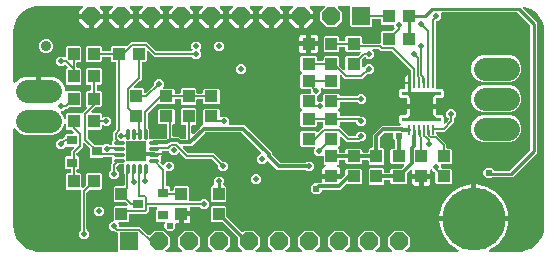
<source format=gbl>
G04 EAGLE Gerber RS-274X export*
G75*
%MOMM*%
%FSLAX34Y34*%
%LPD*%
%INBottom Copper*%
%IPPOS*%
%AMOC8*
5,1,8,0,0,1.08239X$1,22.5*%
G01*
%ADD10C,1.981200*%
%ADD11R,1.000000X1.100000*%
%ADD12R,0.900000X0.800000*%
%ADD13R,1.100000X1.000000*%
%ADD14R,1.700000X1.700000*%
%ADD15C,0.225000*%
%ADD16R,0.200000X0.850000*%
%ADD17R,1.950000X1.950000*%
%ADD18R,1.000000X0.250000*%
%ADD19R,1.524000X1.524000*%
%ADD20P,1.649562X8X112.500000*%
%ADD21P,1.649562X8X292.500000*%
%ADD22C,5.334000*%
%ADD23C,0.152400*%
%ADD24C,0.508000*%
%ADD25C,0.304800*%
%ADD26C,0.254000*%
%ADD27C,0.900000*%
%ADD28C,0.604000*%

G36*
X365750Y136687D02*
X365750Y136687D01*
X365769Y136699D01*
X365791Y136703D01*
X365798Y136718D01*
X365807Y136724D01*
X365806Y136734D01*
X365813Y136750D01*
X365813Y139250D01*
X365801Y139269D01*
X365797Y139291D01*
X365782Y139298D01*
X365776Y139307D01*
X365766Y139306D01*
X365750Y139313D01*
X332750Y139313D01*
X332731Y139301D01*
X332709Y139297D01*
X332702Y139282D01*
X332693Y139276D01*
X332694Y139266D01*
X332687Y139250D01*
X332687Y136750D01*
X332699Y136731D01*
X332703Y136709D01*
X332718Y136702D01*
X332724Y136693D01*
X332734Y136694D01*
X332750Y136687D01*
X339437Y136687D01*
X339437Y129031D01*
X336896Y129031D01*
X336896Y133130D01*
X336888Y133188D01*
X336889Y133247D01*
X336868Y133328D01*
X336856Y133412D01*
X336832Y133465D01*
X336817Y133522D01*
X336774Y133594D01*
X336740Y133671D01*
X336702Y133716D01*
X336672Y133766D01*
X336610Y133824D01*
X336556Y133888D01*
X336507Y133921D01*
X336465Y133961D01*
X336390Y133999D01*
X336319Y134046D01*
X336264Y134064D01*
X336212Y134090D01*
X336144Y134102D01*
X336048Y134132D01*
X335949Y134134D01*
X335880Y134146D01*
X332407Y134146D01*
X331745Y134323D01*
X331151Y134666D01*
X330666Y135151D01*
X330323Y135745D01*
X330146Y136407D01*
X330146Y139593D01*
X330323Y140255D01*
X330666Y140849D01*
X331151Y141334D01*
X331745Y141677D01*
X332407Y141854D01*
X334694Y141854D01*
X334752Y141862D01*
X334810Y141861D01*
X334892Y141882D01*
X334976Y141894D01*
X335029Y141918D01*
X335085Y141933D01*
X335158Y141976D01*
X335235Y142010D01*
X335280Y142048D01*
X335330Y142078D01*
X335388Y142140D01*
X335452Y142194D01*
X335484Y142243D01*
X335524Y142285D01*
X335563Y142360D01*
X335610Y142431D01*
X335627Y142486D01*
X335654Y142538D01*
X335665Y142606D01*
X335695Y142702D01*
X335698Y142801D01*
X335709Y142869D01*
X335709Y145735D01*
X339250Y145735D01*
X339308Y145743D01*
X339366Y145741D01*
X339448Y145763D01*
X339531Y145774D01*
X339585Y145798D01*
X339641Y145813D01*
X339714Y145856D01*
X339791Y145891D01*
X339835Y145928D01*
X339885Y145958D01*
X339886Y145959D01*
X339943Y146020D01*
X340008Y146074D01*
X340008Y146075D01*
X340040Y146123D01*
X340080Y146166D01*
X340119Y146241D01*
X340166Y146311D01*
X340183Y146367D01*
X340210Y146419D01*
X340221Y146487D01*
X340251Y146582D01*
X340254Y146682D01*
X340265Y146750D01*
X340265Y153798D01*
X340292Y153826D01*
X340356Y153880D01*
X340388Y153929D01*
X340428Y153972D01*
X340467Y154047D01*
X340514Y154117D01*
X340531Y154173D01*
X340558Y154225D01*
X340569Y154293D01*
X340599Y154388D01*
X340602Y154488D01*
X340613Y154556D01*
X340613Y157382D01*
X340601Y157469D01*
X340598Y157556D01*
X340581Y157609D01*
X340573Y157664D01*
X340538Y157744D01*
X340511Y157827D01*
X340483Y157866D01*
X340457Y157923D01*
X340361Y158036D01*
X340316Y158100D01*
X324636Y173780D01*
X324566Y173832D01*
X324502Y173892D01*
X324453Y173918D01*
X324409Y173951D01*
X324327Y173982D01*
X324249Y174022D01*
X324202Y174030D01*
X324143Y174052D01*
X323996Y174064D01*
X323918Y174077D01*
X314806Y174077D01*
X313667Y175216D01*
X313598Y175268D01*
X313534Y175328D01*
X313484Y175354D01*
X313440Y175387D01*
X313358Y175418D01*
X313280Y175458D01*
X313233Y175466D01*
X313174Y175488D01*
X313027Y175500D01*
X312949Y175513D01*
X308936Y175513D01*
X308907Y175509D01*
X308878Y175512D01*
X308767Y175489D01*
X308655Y175473D01*
X308628Y175461D01*
X308599Y175456D01*
X308498Y175403D01*
X308395Y175357D01*
X308373Y175338D01*
X308347Y175325D01*
X308265Y175247D01*
X308178Y175174D01*
X308162Y175149D01*
X308141Y175129D01*
X308083Y175031D01*
X308021Y174937D01*
X308012Y174909D01*
X307997Y174884D01*
X307969Y174774D01*
X307935Y174666D01*
X307934Y174636D01*
X307927Y174608D01*
X307930Y174495D01*
X307928Y174382D01*
X307935Y174353D01*
X307936Y174324D01*
X307971Y174216D01*
X307999Y174107D01*
X308014Y174081D01*
X308023Y174053D01*
X308069Y173989D01*
X308145Y173862D01*
X308190Y173819D01*
X308218Y173780D01*
X308865Y173134D01*
X308865Y169766D01*
X306484Y167385D01*
X303116Y167385D01*
X302161Y168341D01*
X302114Y168376D01*
X302074Y168419D01*
X302001Y168461D01*
X301933Y168512D01*
X301879Y168533D01*
X301828Y168562D01*
X301747Y168583D01*
X301668Y168613D01*
X301609Y168618D01*
X301553Y168632D01*
X301469Y168630D01*
X301385Y168637D01*
X301327Y168625D01*
X301269Y168623D01*
X301188Y168597D01*
X301106Y168581D01*
X301054Y168554D01*
X300998Y168536D01*
X300942Y168496D01*
X300853Y168450D01*
X300781Y168381D01*
X300725Y168341D01*
X299422Y167038D01*
X299370Y166968D01*
X299310Y166904D01*
X299284Y166855D01*
X299251Y166811D01*
X299220Y166729D01*
X299180Y166651D01*
X299172Y166604D01*
X299150Y166545D01*
X299140Y166422D01*
X299139Y166419D01*
X299138Y166406D01*
X299138Y166398D01*
X299125Y166320D01*
X299125Y161274D01*
X299129Y161245D01*
X299126Y161216D01*
X299149Y161105D01*
X299165Y160993D01*
X299177Y160966D01*
X299182Y160937D01*
X299235Y160837D01*
X299281Y160733D01*
X299300Y160711D01*
X299313Y160685D01*
X299391Y160603D01*
X299464Y160516D01*
X299489Y160500D01*
X299509Y160479D01*
X299607Y160421D01*
X299701Y160359D01*
X299729Y160350D01*
X299754Y160335D01*
X299864Y160307D01*
X299972Y160273D01*
X300002Y160272D01*
X300030Y160265D01*
X300143Y160268D01*
X300256Y160266D01*
X300285Y160273D01*
X300314Y160274D01*
X300422Y160309D01*
X300531Y160337D01*
X300557Y160352D01*
X300585Y160361D01*
X300648Y160407D01*
X300776Y160483D01*
X300819Y160528D01*
X300858Y160556D01*
X303116Y162815D01*
X306484Y162815D01*
X308865Y160434D01*
X308865Y157066D01*
X306484Y154685D01*
X304390Y154685D01*
X304303Y154673D01*
X304216Y154670D01*
X304163Y154653D01*
X304108Y154645D01*
X304028Y154610D01*
X303945Y154583D01*
X303906Y154555D01*
X303849Y154529D01*
X303736Y154433D01*
X303672Y154388D01*
X299397Y150113D01*
X284803Y150113D01*
X283166Y151750D01*
X281808Y153108D01*
X281784Y153126D01*
X281765Y153148D01*
X281671Y153211D01*
X281581Y153279D01*
X281553Y153290D01*
X281529Y153306D01*
X281421Y153340D01*
X281315Y153380D01*
X281286Y153383D01*
X281258Y153392D01*
X281144Y153395D01*
X281032Y153404D01*
X281003Y153398D01*
X280974Y153399D01*
X280864Y153370D01*
X280753Y153348D01*
X280727Y153334D01*
X280699Y153327D01*
X280601Y153269D01*
X280501Y153217D01*
X280479Y153197D01*
X280454Y153182D01*
X280377Y153099D01*
X280295Y153021D01*
X280280Y152996D01*
X280260Y152975D01*
X280208Y152874D01*
X280151Y152776D01*
X280144Y152748D01*
X280130Y152721D01*
X280117Y152644D01*
X280081Y152500D01*
X280083Y152438D01*
X280075Y152390D01*
X280075Y142568D01*
X279182Y141675D01*
X266918Y141675D01*
X266148Y142446D01*
X266124Y142463D01*
X266105Y142486D01*
X266011Y142549D01*
X265921Y142617D01*
X265893Y142627D01*
X265869Y142643D01*
X265761Y142678D01*
X265655Y142718D01*
X265626Y142720D01*
X265598Y142729D01*
X265484Y142732D01*
X265372Y142742D01*
X265343Y142736D01*
X265314Y142737D01*
X265204Y142708D01*
X265093Y142686D01*
X265067Y142672D01*
X265039Y142665D01*
X264941Y142607D01*
X264841Y142555D01*
X264819Y142534D01*
X264794Y142519D01*
X264717Y142437D01*
X264635Y142359D01*
X264620Y142334D01*
X264600Y142312D01*
X264548Y142211D01*
X264491Y142114D01*
X264484Y142085D01*
X264470Y142059D01*
X264457Y141982D01*
X264421Y141838D01*
X264423Y141776D01*
X264415Y141728D01*
X264415Y138580D01*
X262033Y136198D01*
X261982Y136191D01*
X261924Y136193D01*
X261842Y136171D01*
X261758Y136159D01*
X261705Y136136D01*
X261649Y136121D01*
X261576Y136078D01*
X261499Y136043D01*
X261454Y136005D01*
X261404Y135976D01*
X261346Y135914D01*
X261282Y135860D01*
X261250Y135811D01*
X261210Y135768D01*
X261171Y135693D01*
X261124Y135623D01*
X261107Y135567D01*
X261080Y135515D01*
X261069Y135447D01*
X261039Y135352D01*
X261036Y135252D01*
X261025Y135184D01*
X261025Y132080D01*
X261033Y132022D01*
X261031Y131964D01*
X261053Y131882D01*
X261065Y131798D01*
X261088Y131745D01*
X261103Y131689D01*
X261146Y131616D01*
X261181Y131539D01*
X261219Y131494D01*
X261248Y131444D01*
X261310Y131386D01*
X261364Y131322D01*
X261413Y131290D01*
X261456Y131250D01*
X261531Y131211D01*
X261601Y131164D01*
X261657Y131147D01*
X261709Y131120D01*
X261777Y131109D01*
X261872Y131079D01*
X261972Y131076D01*
X262040Y131065D01*
X265010Y131065D01*
X265068Y131073D01*
X265126Y131071D01*
X265208Y131093D01*
X265292Y131105D01*
X265345Y131128D01*
X265401Y131143D01*
X265474Y131186D01*
X265551Y131221D01*
X265596Y131259D01*
X265646Y131288D01*
X265704Y131350D01*
X265768Y131404D01*
X265800Y131453D01*
X265840Y131496D01*
X265879Y131571D01*
X265926Y131641D01*
X265943Y131697D01*
X265970Y131749D01*
X265981Y131817D01*
X266011Y131912D01*
X266014Y132012D01*
X266025Y132080D01*
X266025Y136832D01*
X266918Y137725D01*
X279182Y137725D01*
X280075Y136832D01*
X280075Y136652D01*
X280083Y136594D01*
X280081Y136536D01*
X280103Y136454D01*
X280115Y136370D01*
X280138Y136317D01*
X280153Y136261D01*
X280196Y136188D01*
X280231Y136111D01*
X280269Y136066D01*
X280298Y136016D01*
X280360Y135958D01*
X280414Y135894D01*
X280463Y135862D01*
X280506Y135822D01*
X280581Y135783D01*
X280651Y135736D01*
X280707Y135719D01*
X280759Y135692D01*
X280827Y135681D01*
X280922Y135651D01*
X281022Y135648D01*
X281090Y135637D01*
X294568Y135637D01*
X294654Y135649D01*
X294742Y135652D01*
X294794Y135669D01*
X294849Y135677D01*
X294929Y135712D01*
X295012Y135739D01*
X295052Y135767D01*
X295109Y135793D01*
X295222Y135889D01*
X295286Y135934D01*
X296766Y137415D01*
X300134Y137415D01*
X302515Y135034D01*
X302515Y131666D01*
X300134Y129285D01*
X296766Y129285D01*
X295286Y130766D01*
X295216Y130818D01*
X295152Y130878D01*
X295103Y130904D01*
X295058Y130937D01*
X294977Y130968D01*
X294899Y131008D01*
X294851Y131016D01*
X294793Y131038D01*
X294645Y131050D01*
X294568Y131063D01*
X281090Y131063D01*
X281032Y131055D01*
X280974Y131057D01*
X280892Y131035D01*
X280808Y131023D01*
X280755Y131000D01*
X280699Y130985D01*
X280626Y130942D01*
X280549Y130907D01*
X280504Y130869D01*
X280454Y130840D01*
X280396Y130778D01*
X280332Y130724D01*
X280300Y130675D01*
X280260Y130632D01*
X280221Y130557D01*
X280174Y130487D01*
X280157Y130431D01*
X280130Y130379D01*
X280119Y130311D01*
X280089Y130216D01*
X280086Y130116D01*
X280075Y130048D01*
X280075Y125568D01*
X279049Y124543D01*
X279014Y124496D01*
X278972Y124456D01*
X278929Y124383D01*
X278878Y124316D01*
X278857Y124261D01*
X278828Y124211D01*
X278807Y124129D01*
X278777Y124050D01*
X278772Y123992D01*
X278758Y123935D01*
X278761Y123851D01*
X278754Y123767D01*
X278765Y123709D01*
X278767Y123651D01*
X278793Y123571D01*
X278809Y123488D01*
X278836Y123436D01*
X278854Y123380D01*
X278894Y123324D01*
X278940Y123236D01*
X279009Y123163D01*
X279049Y123107D01*
X280075Y122082D01*
X280075Y119752D01*
X280083Y119694D01*
X280081Y119636D01*
X280103Y119554D01*
X280115Y119470D01*
X280138Y119417D01*
X280153Y119361D01*
X280196Y119288D01*
X280231Y119211D01*
X280269Y119166D01*
X280298Y119116D01*
X280360Y119058D01*
X280414Y118994D01*
X280463Y118962D01*
X280506Y118922D01*
X280581Y118883D01*
X280651Y118836D01*
X280707Y118819D01*
X280759Y118792D01*
X280827Y118781D01*
X280922Y118751D01*
X281022Y118748D01*
X281090Y118737D01*
X297247Y118737D01*
X297322Y118662D01*
X297392Y118610D01*
X297456Y118550D01*
X297505Y118524D01*
X297549Y118491D01*
X297631Y118460D01*
X297709Y118420D01*
X297756Y118412D01*
X297815Y118390D01*
X297962Y118378D01*
X298040Y118365D01*
X300134Y118365D01*
X302515Y115984D01*
X302515Y112616D01*
X300134Y110235D01*
X296766Y110235D01*
X294385Y112616D01*
X294385Y113148D01*
X294377Y113206D01*
X294379Y113264D01*
X294357Y113346D01*
X294345Y113430D01*
X294322Y113483D01*
X294307Y113539D01*
X294264Y113612D01*
X294229Y113689D01*
X294191Y113734D01*
X294162Y113784D01*
X294100Y113842D01*
X294046Y113906D01*
X293997Y113938D01*
X293954Y113978D01*
X293879Y114017D01*
X293809Y114064D01*
X293753Y114081D01*
X293701Y114108D01*
X293633Y114119D01*
X293538Y114149D01*
X293438Y114152D01*
X293370Y114163D01*
X281090Y114163D01*
X281032Y114155D01*
X280974Y114157D01*
X280892Y114135D01*
X280808Y114123D01*
X280755Y114100D01*
X280699Y114085D01*
X280626Y114042D01*
X280549Y114007D01*
X280504Y113969D01*
X280454Y113940D01*
X280396Y113878D01*
X280332Y113824D01*
X280300Y113775D01*
X280260Y113732D01*
X280221Y113657D01*
X280174Y113587D01*
X280157Y113531D01*
X280130Y113479D01*
X280119Y113411D01*
X280089Y113316D01*
X280086Y113216D01*
X280075Y113148D01*
X280075Y110818D01*
X280012Y110756D01*
X279995Y110732D01*
X279972Y110713D01*
X279909Y110619D01*
X279841Y110529D01*
X279831Y110501D01*
X279815Y110477D01*
X279780Y110369D01*
X279740Y110263D01*
X279738Y110234D01*
X279729Y110206D01*
X279726Y110093D01*
X279716Y109980D01*
X279722Y109951D01*
X279721Y109922D01*
X279750Y109812D01*
X279772Y109701D01*
X279786Y109675D01*
X279793Y109647D01*
X279851Y109549D01*
X279903Y109449D01*
X279924Y109427D01*
X279939Y109402D01*
X280021Y109325D01*
X280099Y109243D01*
X280124Y109228D01*
X280146Y109208D01*
X280247Y109156D01*
X280344Y109099D01*
X280373Y109092D01*
X280378Y109089D01*
X287433Y102034D01*
X287502Y101982D01*
X287566Y101922D01*
X287616Y101896D01*
X287660Y101863D01*
X287742Y101832D01*
X287820Y101792D01*
X287867Y101784D01*
X287926Y101762D01*
X288073Y101750D01*
X288151Y101737D01*
X293370Y101737D01*
X293428Y101745D01*
X293486Y101743D01*
X293568Y101765D01*
X293652Y101777D01*
X293705Y101800D01*
X293761Y101815D01*
X293834Y101858D01*
X293911Y101893D01*
X293956Y101931D01*
X294006Y101960D01*
X294064Y102022D01*
X294128Y102076D01*
X294160Y102125D01*
X294200Y102168D01*
X294239Y102243D01*
X294286Y102313D01*
X294303Y102369D01*
X294330Y102421D01*
X294341Y102489D01*
X294371Y102584D01*
X294374Y102684D01*
X294385Y102752D01*
X294385Y103284D01*
X296766Y105665D01*
X300134Y105665D01*
X302515Y103284D01*
X302515Y99916D01*
X300134Y97535D01*
X298040Y97535D01*
X297953Y97523D01*
X297866Y97520D01*
X297813Y97503D01*
X297758Y97495D01*
X297678Y97460D01*
X297595Y97433D01*
X297556Y97405D01*
X297499Y97379D01*
X297386Y97283D01*
X297322Y97238D01*
X297247Y97163D01*
X285836Y97163D01*
X281808Y101191D01*
X281784Y101209D01*
X281765Y101231D01*
X281671Y101294D01*
X281581Y101362D01*
X281553Y101372D01*
X281529Y101389D01*
X281421Y101423D01*
X281315Y101463D01*
X281286Y101466D01*
X281258Y101474D01*
X281144Y101477D01*
X281032Y101487D01*
X281003Y101481D01*
X280974Y101482D01*
X280864Y101453D01*
X280753Y101431D01*
X280727Y101417D01*
X280699Y101410D01*
X280601Y101352D01*
X280501Y101300D01*
X280479Y101280D01*
X280454Y101265D01*
X280377Y101182D01*
X280295Y101104D01*
X280280Y101079D01*
X280260Y101057D01*
X280208Y100957D01*
X280151Y100859D01*
X280144Y100830D01*
X280130Y100804D01*
X280117Y100727D01*
X280081Y100583D01*
X280083Y100521D01*
X280075Y100473D01*
X280075Y93818D01*
X279049Y92793D01*
X279014Y92746D01*
X278972Y92706D01*
X278929Y92633D01*
X278878Y92566D01*
X278858Y92511D01*
X278828Y92461D01*
X278807Y92379D01*
X278777Y92300D01*
X278772Y92242D01*
X278758Y92185D01*
X278761Y92101D01*
X278754Y92017D01*
X278765Y91959D01*
X278767Y91901D01*
X278793Y91821D01*
X278809Y91738D01*
X278836Y91686D01*
X278854Y91630D01*
X278894Y91574D01*
X278940Y91486D01*
X279009Y91413D01*
X279049Y91357D01*
X279575Y90832D01*
X279575Y88764D01*
X279583Y88706D01*
X279581Y88648D01*
X279603Y88566D01*
X279615Y88482D01*
X279638Y88429D01*
X279653Y88373D01*
X279696Y88300D01*
X279731Y88223D01*
X279769Y88178D01*
X279798Y88128D01*
X279860Y88070D01*
X279914Y88006D01*
X279963Y87974D01*
X280006Y87934D01*
X280081Y87895D01*
X280151Y87848D01*
X280207Y87831D01*
X280259Y87804D01*
X280327Y87793D01*
X280422Y87763D01*
X280522Y87760D01*
X280590Y87749D01*
X284060Y87749D01*
X284118Y87757D01*
X284176Y87755D01*
X284258Y87777D01*
X284342Y87789D01*
X284395Y87812D01*
X284451Y87827D01*
X284524Y87870D01*
X284601Y87905D01*
X284646Y87943D01*
X284696Y87972D01*
X284754Y88034D01*
X284818Y88088D01*
X284850Y88137D01*
X284890Y88180D01*
X284929Y88255D01*
X284976Y88325D01*
X284993Y88381D01*
X285020Y88433D01*
X285031Y88501D01*
X285061Y88596D01*
X285064Y88696D01*
X285075Y88764D01*
X285075Y90332D01*
X285968Y91225D01*
X298232Y91225D01*
X299125Y90332D01*
X299125Y88764D01*
X299133Y88706D01*
X299131Y88648D01*
X299153Y88566D01*
X299165Y88482D01*
X299188Y88429D01*
X299203Y88373D01*
X299246Y88300D01*
X299281Y88223D01*
X299319Y88178D01*
X299348Y88128D01*
X299410Y88070D01*
X299464Y88006D01*
X299513Y87974D01*
X299556Y87934D01*
X299631Y87895D01*
X299701Y87848D01*
X299757Y87831D01*
X299809Y87804D01*
X299877Y87793D01*
X299972Y87763D01*
X300072Y87760D01*
X300140Y87749D01*
X303610Y87749D01*
X303668Y87757D01*
X303726Y87755D01*
X303808Y87777D01*
X303892Y87789D01*
X303945Y87812D01*
X304001Y87827D01*
X304074Y87870D01*
X304151Y87905D01*
X304196Y87943D01*
X304246Y87972D01*
X304304Y88034D01*
X304368Y88088D01*
X304400Y88137D01*
X304440Y88180D01*
X304479Y88255D01*
X304526Y88325D01*
X304543Y88381D01*
X304570Y88433D01*
X304581Y88501D01*
X304611Y88596D01*
X304614Y88696D01*
X304625Y88764D01*
X304625Y90832D01*
X305518Y91725D01*
X307086Y91725D01*
X307144Y91733D01*
X307202Y91731D01*
X307284Y91753D01*
X307368Y91765D01*
X307421Y91788D01*
X307477Y91803D01*
X307550Y91846D01*
X307627Y91881D01*
X307672Y91919D01*
X307722Y91948D01*
X307780Y92010D01*
X307844Y92064D01*
X307876Y92113D01*
X307916Y92156D01*
X307955Y92231D01*
X308002Y92301D01*
X308019Y92357D01*
X308046Y92409D01*
X308057Y92477D01*
X308087Y92572D01*
X308090Y92672D01*
X308101Y92740D01*
X308101Y102863D01*
X315955Y110717D01*
X330738Y110717D01*
X330758Y110719D01*
X330777Y110717D01*
X330898Y110739D01*
X331020Y110757D01*
X331038Y110765D01*
X331057Y110768D01*
X331167Y110823D01*
X331279Y110873D01*
X331294Y110885D01*
X331312Y110894D01*
X331403Y110977D01*
X331496Y111056D01*
X331507Y111073D01*
X331522Y111086D01*
X331586Y111191D01*
X331654Y111293D01*
X331660Y111312D01*
X331670Y111329D01*
X331702Y111447D01*
X331740Y111564D01*
X331740Y111584D01*
X331745Y111603D01*
X331744Y111725D01*
X331747Y111848D01*
X331742Y111867D01*
X331742Y111887D01*
X331706Y112005D01*
X331675Y112123D01*
X331665Y112140D01*
X331659Y112159D01*
X331593Y112262D01*
X331530Y112368D01*
X331516Y112381D01*
X331505Y112398D01*
X331448Y112444D01*
X331323Y112562D01*
X331277Y112586D01*
X331246Y112611D01*
X331151Y112666D01*
X330666Y113151D01*
X330323Y113745D01*
X330146Y114407D01*
X330146Y117593D01*
X330323Y118255D01*
X330666Y118849D01*
X331151Y119334D01*
X331745Y119677D01*
X332407Y119854D01*
X335880Y119854D01*
X335938Y119862D01*
X335997Y119861D01*
X336078Y119882D01*
X336162Y119894D01*
X336215Y119918D01*
X336272Y119933D01*
X336344Y119976D01*
X336421Y120010D01*
X336466Y120048D01*
X336516Y120078D01*
X336574Y120140D01*
X336638Y120194D01*
X336671Y120243D01*
X336711Y120285D01*
X336749Y120360D01*
X336796Y120431D01*
X336814Y120486D01*
X336840Y120538D01*
X336852Y120606D01*
X336882Y120702D01*
X336884Y120801D01*
X336896Y120869D01*
X336896Y124969D01*
X339437Y124969D01*
X339437Y117313D01*
X332750Y117313D01*
X332731Y117301D01*
X332709Y117297D01*
X332702Y117282D01*
X332693Y117276D01*
X332694Y117266D01*
X332687Y117250D01*
X332687Y114750D01*
X332699Y114731D01*
X332703Y114709D01*
X332718Y114702D01*
X332724Y114693D01*
X332734Y114694D01*
X332750Y114687D01*
X365750Y114687D01*
X365769Y114699D01*
X365791Y114703D01*
X365798Y114718D01*
X365807Y114724D01*
X365806Y114734D01*
X365813Y114750D01*
X365813Y117250D01*
X365801Y117269D01*
X365797Y117291D01*
X365782Y117298D01*
X365776Y117307D01*
X365766Y117306D01*
X365750Y117313D01*
X359063Y117313D01*
X359063Y124969D01*
X361604Y124969D01*
X361604Y120869D01*
X361612Y120812D01*
X361611Y120753D01*
X361632Y120672D01*
X361644Y120588D01*
X361668Y120535D01*
X361683Y120478D01*
X361726Y120406D01*
X361760Y120329D01*
X361798Y120284D01*
X361828Y120234D01*
X361890Y120176D01*
X361944Y120112D01*
X361993Y120079D01*
X362035Y120039D01*
X362110Y120001D01*
X362181Y119954D01*
X362236Y119936D01*
X362288Y119910D01*
X362356Y119898D01*
X362452Y119868D01*
X362551Y119866D01*
X362619Y119854D01*
X366093Y119854D01*
X366755Y119677D01*
X367349Y119334D01*
X367834Y118849D01*
X368177Y118255D01*
X368354Y117593D01*
X368354Y114407D01*
X368175Y113738D01*
X368173Y113719D01*
X368166Y113700D01*
X368155Y113578D01*
X368141Y113456D01*
X368144Y113437D01*
X368142Y113417D01*
X368166Y113296D01*
X368186Y113175D01*
X368194Y113158D01*
X368198Y113138D01*
X368255Y113029D01*
X368307Y112918D01*
X368320Y112903D01*
X368329Y112886D01*
X368414Y112797D01*
X368495Y112705D01*
X368511Y112694D01*
X368525Y112680D01*
X368631Y112618D01*
X368734Y112552D01*
X368753Y112546D01*
X368770Y112536D01*
X368889Y112506D01*
X369007Y112471D01*
X369027Y112471D01*
X369046Y112466D01*
X369168Y112470D01*
X369291Y112469D01*
X369310Y112474D01*
X369330Y112475D01*
X369447Y112513D01*
X369565Y112546D01*
X369582Y112557D01*
X369600Y112563D01*
X369660Y112605D01*
X369806Y112696D01*
X369841Y112734D01*
X369874Y112757D01*
X372066Y114950D01*
X372118Y115020D01*
X372178Y115084D01*
X372204Y115133D01*
X372237Y115177D01*
X372268Y115259D01*
X372308Y115337D01*
X372316Y115384D01*
X372338Y115443D01*
X372350Y115590D01*
X372363Y115668D01*
X372363Y116768D01*
X372351Y116854D01*
X372348Y116942D01*
X372331Y116994D01*
X372323Y117049D01*
X372288Y117129D01*
X372261Y117212D01*
X372233Y117252D01*
X372207Y117309D01*
X372111Y117422D01*
X372066Y117486D01*
X370585Y118966D01*
X370585Y122334D01*
X372966Y124715D01*
X376334Y124715D01*
X378715Y122334D01*
X378715Y118966D01*
X377234Y117486D01*
X377182Y117416D01*
X377122Y117352D01*
X377096Y117303D01*
X377063Y117258D01*
X377032Y117177D01*
X376992Y117099D01*
X376984Y117051D01*
X376962Y116993D01*
X376950Y116845D01*
X376937Y116768D01*
X376937Y113353D01*
X369247Y105663D01*
X362790Y105663D01*
X362732Y105655D01*
X362674Y105657D01*
X362592Y105635D01*
X362508Y105623D01*
X362455Y105600D01*
X362399Y105585D01*
X362326Y105542D01*
X362249Y105507D01*
X362204Y105469D01*
X362154Y105440D01*
X362096Y105378D01*
X362032Y105324D01*
X362000Y105275D01*
X361960Y105232D01*
X361921Y105157D01*
X361874Y105087D01*
X361857Y105031D01*
X361830Y104979D01*
X361819Y104911D01*
X361789Y104816D01*
X361786Y104716D01*
X361775Y104648D01*
X361775Y104016D01*
X361783Y103958D01*
X361781Y103900D01*
X361803Y103818D01*
X361815Y103734D01*
X361838Y103681D01*
X361853Y103625D01*
X361896Y103552D01*
X361931Y103475D01*
X361969Y103430D01*
X361998Y103380D01*
X362060Y103322D01*
X362114Y103258D01*
X362163Y103226D01*
X362206Y103186D01*
X362281Y103147D01*
X362351Y103100D01*
X362407Y103083D01*
X362459Y103056D01*
X362527Y103045D01*
X362622Y103015D01*
X362722Y103012D01*
X364370Y101364D01*
X370587Y95147D01*
X370587Y92240D01*
X370595Y92182D01*
X370593Y92124D01*
X370615Y92042D01*
X370627Y91958D01*
X370650Y91905D01*
X370665Y91849D01*
X370708Y91776D01*
X370743Y91699D01*
X370781Y91654D01*
X370810Y91604D01*
X370872Y91546D01*
X370926Y91482D01*
X370975Y91450D01*
X371018Y91410D01*
X371093Y91371D01*
X371163Y91324D01*
X371219Y91307D01*
X371271Y91280D01*
X371339Y91269D01*
X371434Y91239D01*
X371534Y91236D01*
X371602Y91225D01*
X374432Y91225D01*
X375325Y90332D01*
X375325Y79068D01*
X374432Y78175D01*
X367030Y78175D01*
X366972Y78167D01*
X366914Y78169D01*
X366832Y78147D01*
X366748Y78135D01*
X366695Y78112D01*
X366639Y78097D01*
X366566Y78054D01*
X366489Y78019D01*
X366444Y77981D01*
X366394Y77952D01*
X366336Y77890D01*
X366272Y77836D01*
X366240Y77787D01*
X366200Y77744D01*
X366161Y77669D01*
X366114Y77599D01*
X366097Y77543D01*
X366070Y77491D01*
X366059Y77423D01*
X366029Y77328D01*
X366026Y77228D01*
X366015Y77160D01*
X366015Y75240D01*
X366023Y75182D01*
X366021Y75124D01*
X366043Y75042D01*
X366055Y74958D01*
X366078Y74905D01*
X366093Y74849D01*
X366136Y74776D01*
X366171Y74699D01*
X366209Y74654D01*
X366238Y74604D01*
X366300Y74546D01*
X366354Y74482D01*
X366403Y74450D01*
X366446Y74410D01*
X366521Y74371D01*
X366591Y74324D01*
X366647Y74307D01*
X366699Y74280D01*
X366767Y74269D01*
X366862Y74239D01*
X366962Y74236D01*
X367030Y74225D01*
X374432Y74225D01*
X375325Y73332D01*
X375325Y62068D01*
X374432Y61175D01*
X362168Y61175D01*
X361275Y62068D01*
X361275Y70556D01*
X361267Y70614D01*
X361269Y70672D01*
X361247Y70754D01*
X361235Y70838D01*
X361212Y70891D01*
X361197Y70947D01*
X361154Y71020D01*
X361119Y71097D01*
X361081Y71142D01*
X361052Y71192D01*
X360990Y71250D01*
X360936Y71314D01*
X360887Y71346D01*
X360844Y71386D01*
X360769Y71425D01*
X360699Y71472D01*
X360643Y71489D01*
X360591Y71516D01*
X360523Y71527D01*
X360428Y71557D01*
X360328Y71560D01*
X360268Y71570D01*
X358524Y73314D01*
X358500Y73331D01*
X358481Y73354D01*
X358387Y73417D01*
X358297Y73485D01*
X358269Y73495D01*
X358245Y73511D01*
X358137Y73546D01*
X358031Y73586D01*
X358002Y73588D01*
X357974Y73597D01*
X357860Y73600D01*
X357748Y73609D01*
X357719Y73604D01*
X357690Y73604D01*
X357580Y73576D01*
X357469Y73554D01*
X357443Y73540D01*
X357415Y73533D01*
X357317Y73475D01*
X357217Y73423D01*
X357195Y73402D01*
X357170Y73387D01*
X357092Y73305D01*
X357011Y73227D01*
X356996Y73201D01*
X356976Y73180D01*
X356924Y73079D01*
X356867Y72981D01*
X356860Y72953D01*
X356846Y72927D01*
X356833Y72850D01*
X356797Y72706D01*
X356799Y72643D01*
X356791Y72596D01*
X356791Y69731D01*
X350266Y69731D01*
X350208Y69723D01*
X350150Y69724D01*
X350068Y69703D01*
X349985Y69691D01*
X349931Y69667D01*
X349875Y69653D01*
X349802Y69610D01*
X349725Y69575D01*
X349681Y69537D01*
X349630Y69507D01*
X349573Y69446D01*
X349508Y69391D01*
X349476Y69343D01*
X349436Y69300D01*
X349397Y69225D01*
X349351Y69155D01*
X349333Y69099D01*
X349306Y69047D01*
X349295Y68979D01*
X349265Y68884D01*
X349262Y68784D01*
X349251Y68716D01*
X349251Y67699D01*
X349249Y67699D01*
X349249Y68716D01*
X349241Y68774D01*
X349242Y68832D01*
X349221Y68914D01*
X349209Y68997D01*
X349185Y69051D01*
X349171Y69107D01*
X349128Y69180D01*
X349093Y69257D01*
X349055Y69301D01*
X349025Y69352D01*
X348964Y69409D01*
X348909Y69474D01*
X348861Y69506D01*
X348818Y69546D01*
X348743Y69585D01*
X348673Y69631D01*
X348617Y69649D01*
X348565Y69676D01*
X348497Y69687D01*
X348402Y69717D01*
X348302Y69720D01*
X348234Y69731D01*
X341709Y69731D01*
X341709Y72447D01*
X341705Y72476D01*
X341708Y72505D01*
X341685Y72616D01*
X341669Y72728D01*
X341657Y72755D01*
X341652Y72784D01*
X341599Y72884D01*
X341553Y72988D01*
X341534Y73010D01*
X341521Y73036D01*
X341443Y73118D01*
X341370Y73205D01*
X341345Y73221D01*
X341325Y73242D01*
X341227Y73299D01*
X341133Y73362D01*
X341105Y73371D01*
X341080Y73386D01*
X340970Y73414D01*
X340862Y73448D01*
X340832Y73449D01*
X340804Y73456D01*
X340691Y73452D01*
X340578Y73455D01*
X340549Y73448D01*
X340520Y73447D01*
X340412Y73412D01*
X340303Y73383D01*
X340277Y73368D01*
X340249Y73359D01*
X340186Y73314D01*
X340058Y73238D01*
X340015Y73193D01*
X339976Y73165D01*
X337522Y70711D01*
X337470Y70641D01*
X337410Y70577D01*
X337384Y70527D01*
X337351Y70483D01*
X337320Y70402D01*
X337280Y70324D01*
X337272Y70276D01*
X337250Y70218D01*
X337238Y70070D01*
X337225Y69993D01*
X337225Y62068D01*
X336332Y61175D01*
X324068Y61175D01*
X323175Y62068D01*
X323175Y63636D01*
X323167Y63694D01*
X323169Y63752D01*
X323147Y63834D01*
X323135Y63918D01*
X323112Y63971D01*
X323097Y64027D01*
X323054Y64100D01*
X323019Y64177D01*
X322981Y64222D01*
X322952Y64272D01*
X322890Y64330D01*
X322836Y64394D01*
X322787Y64426D01*
X322744Y64466D01*
X322669Y64505D01*
X322599Y64552D01*
X322543Y64569D01*
X322491Y64596D01*
X322423Y64607D01*
X322328Y64637D01*
X322228Y64640D01*
X322160Y64651D01*
X318690Y64651D01*
X318632Y64643D01*
X318574Y64645D01*
X318492Y64623D01*
X318408Y64611D01*
X318355Y64588D01*
X318299Y64573D01*
X318226Y64530D01*
X318149Y64495D01*
X318104Y64457D01*
X318054Y64428D01*
X317996Y64366D01*
X317932Y64312D01*
X317900Y64263D01*
X317860Y64220D01*
X317821Y64145D01*
X317774Y64075D01*
X317757Y64019D01*
X317730Y63967D01*
X317719Y63899D01*
X317689Y63804D01*
X317686Y63704D01*
X317675Y63636D01*
X317675Y61568D01*
X316782Y60675D01*
X305518Y60675D01*
X304625Y61568D01*
X304625Y73832D01*
X305518Y74725D01*
X316782Y74725D01*
X317675Y73832D01*
X317675Y71764D01*
X317681Y71717D01*
X317681Y71716D01*
X317682Y71715D01*
X317683Y71706D01*
X317681Y71648D01*
X317703Y71566D01*
X317715Y71482D01*
X317738Y71429D01*
X317753Y71373D01*
X317796Y71300D01*
X317831Y71223D01*
X317869Y71178D01*
X317898Y71128D01*
X317960Y71070D01*
X318014Y71006D01*
X318063Y70974D01*
X318106Y70934D01*
X318181Y70895D01*
X318251Y70848D01*
X318307Y70831D01*
X318359Y70804D01*
X318427Y70793D01*
X318522Y70763D01*
X318622Y70760D01*
X318690Y70749D01*
X322160Y70749D01*
X322218Y70757D01*
X322276Y70755D01*
X322358Y70777D01*
X322442Y70789D01*
X322495Y70812D01*
X322551Y70827D01*
X322624Y70870D01*
X322701Y70905D01*
X322746Y70943D01*
X322796Y70972D01*
X322854Y71034D01*
X322918Y71088D01*
X322950Y71137D01*
X322990Y71180D01*
X323029Y71255D01*
X323076Y71325D01*
X323093Y71381D01*
X323120Y71433D01*
X323131Y71501D01*
X323161Y71596D01*
X323164Y71696D01*
X323175Y71764D01*
X323175Y73332D01*
X324068Y74225D01*
X331993Y74225D01*
X332079Y74237D01*
X332167Y74240D01*
X332219Y74257D01*
X332274Y74265D01*
X332354Y74300D01*
X332437Y74327D01*
X332476Y74355D01*
X332534Y74381D01*
X332647Y74477D01*
X332711Y74522D01*
X334631Y76442D01*
X334648Y76466D01*
X334671Y76485D01*
X334733Y76579D01*
X334801Y76669D01*
X334812Y76697D01*
X334828Y76721D01*
X334862Y76829D01*
X334903Y76935D01*
X334905Y76964D01*
X334914Y76992D01*
X334917Y77106D01*
X334926Y77218D01*
X334921Y77247D01*
X334921Y77276D01*
X334893Y77386D01*
X334870Y77497D01*
X334857Y77523D01*
X334849Y77551D01*
X334792Y77649D01*
X334739Y77749D01*
X334719Y77771D01*
X334704Y77796D01*
X334622Y77873D01*
X334544Y77955D01*
X334518Y77970D01*
X334497Y77990D01*
X334396Y78042D01*
X334298Y78099D01*
X334270Y78106D01*
X334244Y78120D01*
X334166Y78133D01*
X334023Y78169D01*
X333960Y78167D01*
X333913Y78175D01*
X324068Y78175D01*
X323175Y79068D01*
X323175Y90332D01*
X324068Y91225D01*
X326136Y91225D01*
X326194Y91233D01*
X326252Y91231D01*
X326334Y91253D01*
X326418Y91265D01*
X326471Y91288D01*
X326527Y91303D01*
X326600Y91346D01*
X326677Y91381D01*
X326722Y91419D01*
X326772Y91448D01*
X326830Y91510D01*
X326894Y91564D01*
X326926Y91613D01*
X326966Y91656D01*
X327005Y91731D01*
X327052Y91801D01*
X327069Y91857D01*
X327096Y91909D01*
X327107Y91977D01*
X327137Y92072D01*
X327140Y92172D01*
X327151Y92240D01*
X327151Y97801D01*
X327139Y97888D01*
X327136Y97975D01*
X327119Y98028D01*
X327111Y98082D01*
X327076Y98162D01*
X327049Y98246D01*
X327021Y98285D01*
X326995Y98342D01*
X326899Y98455D01*
X326854Y98519D01*
X325655Y99717D01*
X325655Y103604D01*
X325647Y103662D01*
X325649Y103720D01*
X325627Y103802D01*
X325615Y103886D01*
X325592Y103939D01*
X325577Y103995D01*
X325534Y104068D01*
X325499Y104145D01*
X325461Y104190D01*
X325432Y104240D01*
X325370Y104298D01*
X325316Y104362D01*
X325267Y104394D01*
X325224Y104434D01*
X325149Y104473D01*
X325079Y104520D01*
X325023Y104537D01*
X324971Y104564D01*
X324903Y104575D01*
X324808Y104605D01*
X324708Y104608D01*
X324640Y104619D01*
X318901Y104619D01*
X318815Y104607D01*
X318727Y104604D01*
X318675Y104587D01*
X318620Y104579D01*
X318540Y104544D01*
X318457Y104517D01*
X318418Y104489D01*
X318360Y104463D01*
X318247Y104367D01*
X318183Y104322D01*
X314496Y100635D01*
X314444Y100565D01*
X314384Y100501D01*
X314358Y100451D01*
X314325Y100407D01*
X314294Y100326D01*
X314254Y100248D01*
X314246Y100200D01*
X314224Y100142D01*
X314212Y99994D01*
X314199Y99917D01*
X314199Y92740D01*
X314207Y92682D01*
X314205Y92624D01*
X314227Y92542D01*
X314239Y92458D01*
X314262Y92405D01*
X314277Y92349D01*
X314320Y92276D01*
X314355Y92199D01*
X314393Y92154D01*
X314422Y92104D01*
X314484Y92046D01*
X314538Y91982D01*
X314587Y91950D01*
X314630Y91910D01*
X314705Y91871D01*
X314775Y91824D01*
X314831Y91807D01*
X314883Y91780D01*
X314951Y91769D01*
X315046Y91739D01*
X315146Y91736D01*
X315214Y91725D01*
X316782Y91725D01*
X317675Y90832D01*
X317675Y78568D01*
X316782Y77675D01*
X305518Y77675D01*
X304625Y78568D01*
X304625Y80636D01*
X304617Y80694D01*
X304619Y80752D01*
X304597Y80834D01*
X304585Y80918D01*
X304562Y80971D01*
X304547Y81027D01*
X304504Y81100D01*
X304469Y81177D01*
X304431Y81222D01*
X304402Y81272D01*
X304340Y81330D01*
X304286Y81394D01*
X304237Y81426D01*
X304194Y81466D01*
X304119Y81505D01*
X304049Y81552D01*
X303993Y81569D01*
X303941Y81596D01*
X303873Y81607D01*
X303778Y81637D01*
X303678Y81640D01*
X303610Y81651D01*
X300140Y81651D01*
X300082Y81643D01*
X300024Y81645D01*
X299942Y81623D01*
X299858Y81611D01*
X299805Y81588D01*
X299749Y81573D01*
X299676Y81530D01*
X299599Y81495D01*
X299554Y81457D01*
X299504Y81428D01*
X299446Y81366D01*
X299382Y81312D01*
X299350Y81263D01*
X299310Y81220D01*
X299271Y81145D01*
X299224Y81075D01*
X299207Y81019D01*
X299180Y80967D01*
X299169Y80899D01*
X299139Y80804D01*
X299136Y80704D01*
X299125Y80636D01*
X299125Y79068D01*
X298232Y78175D01*
X285968Y78175D01*
X285075Y79068D01*
X285075Y80636D01*
X285067Y80694D01*
X285069Y80752D01*
X285047Y80834D01*
X285035Y80918D01*
X285012Y80971D01*
X284997Y81027D01*
X284954Y81100D01*
X284919Y81177D01*
X284881Y81222D01*
X284852Y81272D01*
X284790Y81330D01*
X284736Y81394D01*
X284687Y81426D01*
X284644Y81466D01*
X284569Y81505D01*
X284499Y81552D01*
X284443Y81569D01*
X284391Y81596D01*
X284323Y81607D01*
X284228Y81637D01*
X284128Y81640D01*
X284060Y81651D01*
X280590Y81651D01*
X280532Y81643D01*
X280474Y81645D01*
X280392Y81623D01*
X280308Y81611D01*
X280255Y81588D01*
X280199Y81573D01*
X280126Y81530D01*
X280049Y81495D01*
X280004Y81457D01*
X279954Y81428D01*
X279896Y81366D01*
X279832Y81312D01*
X279800Y81263D01*
X279760Y81220D01*
X279721Y81145D01*
X279674Y81075D01*
X279657Y81019D01*
X279630Y80967D01*
X279619Y80899D01*
X279589Y80804D01*
X279586Y80704D01*
X279575Y80636D01*
X279575Y78568D01*
X278650Y77643D01*
X278595Y77635D01*
X278586Y77631D01*
X278576Y77630D01*
X278456Y77573D01*
X278335Y77519D01*
X278328Y77513D01*
X278319Y77509D01*
X278219Y77421D01*
X278118Y77336D01*
X278113Y77327D01*
X278105Y77321D01*
X278034Y77209D01*
X277961Y77099D01*
X277958Y77090D01*
X277952Y77081D01*
X277915Y76954D01*
X277875Y76828D01*
X277875Y76818D01*
X277872Y76809D01*
X277871Y76676D01*
X277868Y76544D01*
X277870Y76534D01*
X277870Y76524D01*
X277906Y76396D01*
X277939Y76269D01*
X277944Y76260D01*
X277947Y76251D01*
X278017Y76138D01*
X278085Y76024D01*
X278092Y76017D01*
X278097Y76009D01*
X278195Y75921D01*
X278292Y75830D01*
X278301Y75825D01*
X278308Y75819D01*
X278359Y75795D01*
X278545Y75700D01*
X278581Y75694D01*
X278613Y75679D01*
X279031Y75568D01*
X279610Y75233D01*
X280083Y74760D01*
X280418Y74181D01*
X280591Y73534D01*
X280591Y69731D01*
X274066Y69731D01*
X274008Y69723D01*
X273950Y69724D01*
X273868Y69703D01*
X273785Y69691D01*
X273731Y69667D01*
X273675Y69653D01*
X273602Y69610D01*
X273525Y69575D01*
X273481Y69537D01*
X273430Y69507D01*
X273373Y69446D01*
X273308Y69391D01*
X273276Y69343D01*
X273236Y69300D01*
X273197Y69225D01*
X273151Y69155D01*
X273133Y69099D01*
X273106Y69047D01*
X273095Y68979D01*
X273065Y68884D01*
X273062Y68784D01*
X273051Y68716D01*
X273051Y66684D01*
X273059Y66626D01*
X273058Y66568D01*
X273079Y66486D01*
X273091Y66403D01*
X273115Y66349D01*
X273129Y66293D01*
X273172Y66220D01*
X273207Y66143D01*
X273245Y66098D01*
X273275Y66048D01*
X273336Y65990D01*
X273391Y65926D01*
X273439Y65894D01*
X273482Y65854D01*
X273557Y65815D01*
X273627Y65769D01*
X273683Y65751D01*
X273735Y65724D01*
X273803Y65713D01*
X273898Y65683D01*
X273998Y65680D01*
X274066Y65669D01*
X281097Y65669D01*
X281184Y65681D01*
X281271Y65684D01*
X281324Y65701D01*
X281379Y65709D01*
X281459Y65744D01*
X281542Y65771D01*
X281581Y65799D01*
X281638Y65825D01*
X281751Y65921D01*
X281815Y65966D01*
X284778Y68929D01*
X284830Y68999D01*
X284890Y69063D01*
X284916Y69112D01*
X284949Y69156D01*
X284980Y69238D01*
X285020Y69316D01*
X285028Y69363D01*
X285050Y69422D01*
X285062Y69569D01*
X285075Y69647D01*
X285075Y73332D01*
X285968Y74225D01*
X298232Y74225D01*
X299125Y73332D01*
X299125Y62068D01*
X298232Y61175D01*
X286068Y61175D01*
X285981Y61163D01*
X285894Y61160D01*
X285841Y61143D01*
X285786Y61135D01*
X285707Y61100D01*
X285623Y61073D01*
X285584Y61045D01*
X285527Y61019D01*
X285414Y60923D01*
X285350Y60878D01*
X282659Y58187D01*
X282658Y58186D01*
X280575Y56103D01*
X265910Y56103D01*
X265852Y56095D01*
X265794Y56097D01*
X265712Y56075D01*
X265628Y56063D01*
X265575Y56040D01*
X265519Y56025D01*
X265446Y55982D01*
X265369Y55947D01*
X265324Y55909D01*
X265274Y55880D01*
X265216Y55818D01*
X265152Y55764D01*
X265120Y55715D01*
X265080Y55672D01*
X265041Y55597D01*
X264994Y55527D01*
X264977Y55471D01*
X264950Y55419D01*
X264939Y55351D01*
X264921Y55293D01*
X262233Y52605D01*
X258467Y52605D01*
X255805Y55267D01*
X255805Y59033D01*
X258467Y61695D01*
X260163Y61695D01*
X260249Y61707D01*
X260337Y61710D01*
X260389Y61727D01*
X260444Y61735D01*
X260524Y61770D01*
X260607Y61797D01*
X260646Y61825D01*
X260704Y61851D01*
X260817Y61947D01*
X260881Y61992D01*
X261089Y62201D01*
X264494Y62201D01*
X264552Y62209D01*
X264610Y62207D01*
X264692Y62229D01*
X264776Y62241D01*
X264829Y62264D01*
X264885Y62279D01*
X264958Y62322D01*
X265035Y62357D01*
X265080Y62395D01*
X265130Y62424D01*
X265188Y62486D01*
X265252Y62540D01*
X265284Y62589D01*
X265324Y62632D01*
X265363Y62707D01*
X265410Y62777D01*
X265427Y62833D01*
X265454Y62885D01*
X265465Y62953D01*
X265495Y63048D01*
X265498Y63148D01*
X265509Y63216D01*
X265509Y65669D01*
X272034Y65669D01*
X272092Y65677D01*
X272150Y65675D01*
X272232Y65697D01*
X272315Y65709D01*
X272369Y65733D01*
X272425Y65747D01*
X272498Y65790D01*
X272575Y65825D01*
X272619Y65863D01*
X272670Y65893D01*
X272727Y65954D01*
X272792Y66009D01*
X272824Y66057D01*
X272864Y66100D01*
X272903Y66175D01*
X272949Y66245D01*
X272967Y66301D01*
X272994Y66353D01*
X273005Y66421D01*
X273035Y66516D01*
X273038Y66616D01*
X273049Y66684D01*
X273049Y68716D01*
X273041Y68774D01*
X273042Y68832D01*
X273021Y68914D01*
X273009Y68997D01*
X272985Y69051D01*
X272971Y69107D01*
X272928Y69180D01*
X272893Y69257D01*
X272855Y69301D01*
X272825Y69352D01*
X272764Y69409D01*
X272709Y69474D01*
X272661Y69506D01*
X272618Y69546D01*
X272543Y69585D01*
X272473Y69631D01*
X272417Y69649D01*
X272365Y69676D01*
X272297Y69687D01*
X272202Y69717D01*
X272102Y69720D01*
X272034Y69731D01*
X265509Y69731D01*
X265509Y73534D01*
X265682Y74181D01*
X266017Y74760D01*
X266490Y75233D01*
X267069Y75568D01*
X267487Y75679D01*
X267496Y75683D01*
X267505Y75685D01*
X267626Y75739D01*
X267748Y75791D01*
X267756Y75797D01*
X267765Y75801D01*
X267866Y75887D01*
X267969Y75970D01*
X267974Y75978D01*
X267982Y75985D01*
X268055Y76095D01*
X268131Y76204D01*
X268134Y76213D01*
X268139Y76221D01*
X268179Y76347D01*
X268222Y76473D01*
X268222Y76483D01*
X268225Y76492D01*
X268228Y76625D01*
X268234Y76757D01*
X268232Y76766D01*
X268232Y76776D01*
X268199Y76905D01*
X268168Y77033D01*
X268163Y77042D01*
X268161Y77051D01*
X268093Y77165D01*
X268027Y77281D01*
X268020Y77287D01*
X268015Y77296D01*
X267919Y77386D01*
X267824Y77479D01*
X267815Y77484D01*
X267808Y77490D01*
X267690Y77551D01*
X267573Y77613D01*
X267564Y77615D01*
X267555Y77620D01*
X267499Y77629D01*
X267455Y77639D01*
X266525Y78568D01*
X266525Y84336D01*
X266521Y84365D01*
X266524Y84394D01*
X266501Y84505D01*
X266485Y84617D01*
X266473Y84644D01*
X266468Y84673D01*
X266415Y84774D01*
X266369Y84877D01*
X266350Y84899D01*
X266337Y84925D01*
X266259Y85007D01*
X266186Y85094D01*
X266161Y85110D01*
X266141Y85131D01*
X266043Y85189D01*
X265949Y85251D01*
X265921Y85260D01*
X265896Y85275D01*
X265786Y85303D01*
X265678Y85337D01*
X265648Y85338D01*
X265620Y85345D01*
X265507Y85342D01*
X265394Y85344D01*
X265365Y85337D01*
X265336Y85336D01*
X265228Y85301D01*
X265119Y85273D01*
X265093Y85258D01*
X265065Y85249D01*
X265001Y85203D01*
X264874Y85127D01*
X264831Y85082D01*
X264792Y85054D01*
X264574Y84835D01*
X261206Y84835D01*
X258825Y87216D01*
X258825Y90584D01*
X259434Y91192D01*
X259451Y91216D01*
X259474Y91235D01*
X259537Y91329D01*
X259605Y91419D01*
X259615Y91447D01*
X259631Y91471D01*
X259666Y91579D01*
X259706Y91685D01*
X259708Y91714D01*
X259717Y91742D01*
X259720Y91856D01*
X259729Y91968D01*
X259724Y91997D01*
X259724Y92026D01*
X259696Y92136D01*
X259674Y92247D01*
X259660Y92273D01*
X259653Y92301D01*
X259595Y92399D01*
X259543Y92499D01*
X259522Y92521D01*
X259507Y92546D01*
X259425Y92623D01*
X259347Y92705D01*
X259321Y92720D01*
X259300Y92740D01*
X259199Y92792D01*
X259101Y92849D01*
X259073Y92856D01*
X259047Y92870D01*
X258970Y92883D01*
X258826Y92919D01*
X258763Y92917D01*
X258716Y92925D01*
X247868Y92925D01*
X246975Y93818D01*
X246975Y105082D01*
X247868Y105975D01*
X260132Y105975D01*
X260652Y105454D01*
X260699Y105419D01*
X260739Y105377D01*
X260812Y105334D01*
X260879Y105284D01*
X260934Y105263D01*
X260984Y105233D01*
X261066Y105212D01*
X261145Y105182D01*
X261203Y105177D01*
X261260Y105163D01*
X261344Y105166D01*
X261428Y105159D01*
X261485Y105170D01*
X261544Y105172D01*
X261624Y105198D01*
X261707Y105215D01*
X261759Y105242D01*
X261814Y105260D01*
X261871Y105300D01*
X261959Y105346D01*
X262031Y105414D01*
X262088Y105454D01*
X265721Y109087D01*
X265808Y109133D01*
X265911Y109179D01*
X265933Y109198D01*
X265959Y109211D01*
X266042Y109289D01*
X266128Y109362D01*
X266144Y109387D01*
X266165Y109407D01*
X266223Y109505D01*
X266285Y109599D01*
X266294Y109627D01*
X266309Y109652D01*
X266337Y109762D01*
X266371Y109870D01*
X266372Y109899D01*
X266379Y109928D01*
X266376Y110041D01*
X266379Y110154D01*
X266371Y110183D01*
X266370Y110212D01*
X266335Y110320D01*
X266307Y110429D01*
X266292Y110455D01*
X266283Y110483D01*
X266237Y110546D01*
X266161Y110674D01*
X266116Y110717D01*
X266088Y110756D01*
X266025Y110818D01*
X266025Y113148D01*
X266017Y113206D01*
X266019Y113264D01*
X265997Y113346D01*
X265985Y113430D01*
X265962Y113483D01*
X265947Y113539D01*
X265904Y113612D01*
X265869Y113689D01*
X265831Y113734D01*
X265802Y113784D01*
X265740Y113842D01*
X265686Y113906D01*
X265637Y113938D01*
X265594Y113978D01*
X265519Y114017D01*
X265449Y114064D01*
X265393Y114081D01*
X265341Y114108D01*
X265273Y114119D01*
X265178Y114149D01*
X265078Y114152D01*
X265010Y114163D01*
X262040Y114163D01*
X261982Y114155D01*
X261924Y114157D01*
X261842Y114135D01*
X261758Y114123D01*
X261705Y114100D01*
X261649Y114085D01*
X261576Y114042D01*
X261499Y114007D01*
X261454Y113969D01*
X261404Y113940D01*
X261346Y113878D01*
X261282Y113824D01*
X261250Y113775D01*
X261210Y113732D01*
X261171Y113657D01*
X261124Y113587D01*
X261107Y113531D01*
X261080Y113479D01*
X261069Y113411D01*
X261039Y113316D01*
X261036Y113216D01*
X261025Y113148D01*
X261025Y110818D01*
X260132Y109925D01*
X247868Y109925D01*
X246975Y110818D01*
X246975Y122082D01*
X248001Y123107D01*
X248036Y123154D01*
X248078Y123194D01*
X248121Y123267D01*
X248172Y123334D01*
X248193Y123389D01*
X248222Y123439D01*
X248243Y123521D01*
X248273Y123600D01*
X248278Y123658D01*
X248292Y123715D01*
X248289Y123799D01*
X248296Y123883D01*
X248285Y123941D01*
X248283Y123999D01*
X248257Y124079D01*
X248241Y124162D01*
X248214Y124214D01*
X248196Y124270D01*
X248156Y124326D01*
X248110Y124414D01*
X248041Y124487D01*
X248001Y124543D01*
X246975Y125568D01*
X246975Y136832D01*
X247868Y137725D01*
X255270Y137725D01*
X255328Y137733D01*
X255386Y137731D01*
X255468Y137753D01*
X255552Y137765D01*
X255605Y137788D01*
X255661Y137803D01*
X255734Y137846D01*
X255811Y137881D01*
X255856Y137919D01*
X255906Y137948D01*
X255964Y138010D01*
X256028Y138064D01*
X256060Y138113D01*
X256100Y138156D01*
X256139Y138231D01*
X256186Y138301D01*
X256203Y138357D01*
X256230Y138409D01*
X256241Y138477D01*
X256271Y138572D01*
X256274Y138672D01*
X256285Y138740D01*
X256285Y140660D01*
X256277Y140718D01*
X256279Y140776D01*
X256257Y140858D01*
X256245Y140942D01*
X256222Y140995D01*
X256207Y141051D01*
X256164Y141124D01*
X256129Y141201D01*
X256091Y141246D01*
X256062Y141296D01*
X256000Y141354D01*
X255946Y141418D01*
X255897Y141450D01*
X255854Y141490D01*
X255779Y141529D01*
X255709Y141576D01*
X255653Y141593D01*
X255601Y141620D01*
X255533Y141631D01*
X255438Y141661D01*
X255338Y141664D01*
X255270Y141675D01*
X247868Y141675D01*
X246975Y142568D01*
X246975Y153832D01*
X248001Y154857D01*
X248036Y154904D01*
X248078Y154944D01*
X248121Y155017D01*
X248172Y155084D01*
X248193Y155139D01*
X248222Y155189D01*
X248243Y155271D01*
X248273Y155350D01*
X248278Y155408D01*
X248292Y155465D01*
X248289Y155549D01*
X248296Y155633D01*
X248285Y155691D01*
X248283Y155749D01*
X248257Y155829D01*
X248241Y155912D01*
X248214Y155964D01*
X248196Y156020D01*
X248156Y156076D01*
X248110Y156164D01*
X248041Y156237D01*
X248001Y156293D01*
X246975Y157318D01*
X246975Y168582D01*
X247868Y169475D01*
X260132Y169475D01*
X261025Y168582D01*
X261025Y166252D01*
X261033Y166194D01*
X261031Y166136D01*
X261053Y166054D01*
X261065Y165970D01*
X261088Y165917D01*
X261103Y165861D01*
X261146Y165788D01*
X261181Y165711D01*
X261219Y165666D01*
X261248Y165616D01*
X261310Y165558D01*
X261364Y165494D01*
X261413Y165462D01*
X261456Y165422D01*
X261531Y165383D01*
X261601Y165336D01*
X261657Y165319D01*
X261709Y165292D01*
X261777Y165281D01*
X261872Y165251D01*
X261972Y165248D01*
X262040Y165237D01*
X265510Y165237D01*
X265568Y165245D01*
X265626Y165243D01*
X265708Y165265D01*
X265792Y165277D01*
X265845Y165300D01*
X265901Y165315D01*
X265974Y165358D01*
X266051Y165393D01*
X266096Y165431D01*
X266146Y165460D01*
X266204Y165522D01*
X266268Y165576D01*
X266300Y165625D01*
X266340Y165668D01*
X266379Y165743D01*
X266426Y165813D01*
X266443Y165869D01*
X266470Y165921D01*
X266481Y165989D01*
X266511Y166084D01*
X266514Y166184D01*
X266525Y166252D01*
X266525Y169082D01*
X267418Y169975D01*
X278682Y169975D01*
X279575Y169082D01*
X279575Y162230D01*
X279587Y162143D01*
X279590Y162056D01*
X279607Y162003D01*
X279615Y161948D01*
X279650Y161868D01*
X279677Y161785D01*
X279705Y161746D01*
X279731Y161689D01*
X279823Y161580D01*
X279839Y161554D01*
X279849Y161544D01*
X279872Y161512D01*
X283342Y158042D01*
X283366Y158024D01*
X283385Y158002D01*
X283479Y157939D01*
X283569Y157871D01*
X283597Y157860D01*
X283621Y157844D01*
X283729Y157810D01*
X283835Y157770D01*
X283864Y157767D01*
X283892Y157758D01*
X284006Y157755D01*
X284118Y157746D01*
X284147Y157752D01*
X284176Y157751D01*
X284286Y157780D01*
X284397Y157802D01*
X284423Y157816D01*
X284451Y157823D01*
X284549Y157881D01*
X284649Y157933D01*
X284671Y157953D01*
X284696Y157968D01*
X284773Y158051D01*
X284855Y158129D01*
X284870Y158154D01*
X284890Y158175D01*
X284942Y158276D01*
X284999Y158374D01*
X285006Y158402D01*
X285020Y158429D01*
X285033Y158506D01*
X285069Y158650D01*
X285067Y158712D01*
X285075Y158760D01*
X285075Y168582D01*
X285968Y169475D01*
X294970Y169475D01*
X295057Y169487D01*
X295144Y169490D01*
X295197Y169507D01*
X295252Y169515D01*
X295332Y169550D01*
X295415Y169577D01*
X295454Y169605D01*
X295511Y169631D01*
X295624Y169727D01*
X295688Y169772D01*
X297608Y171692D01*
X297626Y171716D01*
X297648Y171735D01*
X297711Y171829D01*
X297779Y171919D01*
X297790Y171947D01*
X297806Y171971D01*
X297840Y172079D01*
X297880Y172185D01*
X297883Y172214D01*
X297892Y172242D01*
X297895Y172356D01*
X297904Y172468D01*
X297898Y172497D01*
X297899Y172526D01*
X297870Y172636D01*
X297848Y172747D01*
X297834Y172773D01*
X297827Y172801D01*
X297769Y172899D01*
X297717Y172999D01*
X297697Y173021D01*
X297682Y173046D01*
X297599Y173123D01*
X297521Y173205D01*
X297496Y173220D01*
X297475Y173240D01*
X297374Y173292D01*
X297276Y173349D01*
X297248Y173356D01*
X297221Y173370D01*
X297144Y173383D01*
X297000Y173419D01*
X296938Y173417D01*
X296890Y173425D01*
X285968Y173425D01*
X285075Y174318D01*
X285075Y176648D01*
X285067Y176706D01*
X285069Y176764D01*
X285047Y176846D01*
X285035Y176930D01*
X285012Y176983D01*
X284997Y177039D01*
X284954Y177112D01*
X284919Y177189D01*
X284881Y177234D01*
X284852Y177284D01*
X284790Y177342D01*
X284736Y177406D01*
X284687Y177438D01*
X284644Y177478D01*
X284569Y177517D01*
X284499Y177564D01*
X284443Y177581D01*
X284391Y177608D01*
X284323Y177619D01*
X284228Y177649D01*
X284128Y177652D01*
X284060Y177663D01*
X280590Y177663D01*
X280532Y177655D01*
X280474Y177657D01*
X280392Y177635D01*
X280308Y177623D01*
X280255Y177600D01*
X280199Y177585D01*
X280126Y177542D01*
X280049Y177507D01*
X280004Y177469D01*
X279954Y177440D01*
X279896Y177378D01*
X279832Y177324D01*
X279800Y177275D01*
X279760Y177232D01*
X279721Y177157D01*
X279674Y177087D01*
X279657Y177031D01*
X279630Y176979D01*
X279619Y176911D01*
X279589Y176816D01*
X279586Y176716D01*
X279575Y176648D01*
X279575Y173818D01*
X278682Y172925D01*
X267418Y172925D01*
X266525Y173818D01*
X266525Y186082D01*
X267418Y186975D01*
X278682Y186975D01*
X279575Y186082D01*
X279575Y183252D01*
X279583Y183194D01*
X279581Y183136D01*
X279603Y183054D01*
X279615Y182970D01*
X279638Y182917D01*
X279653Y182861D01*
X279696Y182788D01*
X279731Y182711D01*
X279769Y182666D01*
X279798Y182616D01*
X279860Y182558D01*
X279914Y182494D01*
X279963Y182462D01*
X280006Y182422D01*
X280081Y182383D01*
X280151Y182336D01*
X280207Y182319D01*
X280259Y182292D01*
X280327Y182281D01*
X280422Y182251D01*
X280522Y182248D01*
X280590Y182237D01*
X284060Y182237D01*
X284118Y182245D01*
X284176Y182243D01*
X284258Y182265D01*
X284342Y182277D01*
X284395Y182300D01*
X284451Y182315D01*
X284524Y182358D01*
X284601Y182393D01*
X284646Y182431D01*
X284696Y182460D01*
X284754Y182522D01*
X284818Y182576D01*
X284850Y182625D01*
X284890Y182668D01*
X284929Y182743D01*
X284976Y182813D01*
X284993Y182869D01*
X285020Y182921D01*
X285031Y182989D01*
X285061Y183084D01*
X285064Y183184D01*
X285075Y183252D01*
X285075Y185582D01*
X285968Y186475D01*
X298232Y186475D01*
X299125Y185582D01*
X299125Y181102D01*
X299133Y181044D01*
X299131Y180986D01*
X299153Y180904D01*
X299165Y180820D01*
X299188Y180767D01*
X299203Y180711D01*
X299246Y180638D01*
X299281Y180561D01*
X299319Y180516D01*
X299348Y180466D01*
X299410Y180408D01*
X299464Y180344D01*
X299513Y180312D01*
X299556Y180272D01*
X299631Y180233D01*
X299701Y180186D01*
X299757Y180169D01*
X299809Y180142D01*
X299877Y180131D01*
X299972Y180101D01*
X300072Y180098D01*
X300140Y180087D01*
X314160Y180087D01*
X314218Y180095D01*
X314276Y180093D01*
X314358Y180115D01*
X314442Y180127D01*
X314495Y180150D01*
X314551Y180165D01*
X314624Y180208D01*
X314701Y180243D01*
X314746Y180281D01*
X314796Y180310D01*
X314854Y180372D01*
X314918Y180426D01*
X314950Y180475D01*
X314990Y180518D01*
X315029Y180593D01*
X315076Y180663D01*
X315093Y180719D01*
X315120Y180771D01*
X315131Y180839D01*
X315161Y180934D01*
X315164Y181034D01*
X315175Y181102D01*
X315175Y190282D01*
X316068Y191175D01*
X325070Y191175D01*
X325157Y191187D01*
X325244Y191190D01*
X325297Y191207D01*
X325352Y191215D01*
X325432Y191250D01*
X325515Y191277D01*
X325554Y191305D01*
X325611Y191331D01*
X325724Y191427D01*
X325788Y191472D01*
X326392Y192076D01*
X326427Y192123D01*
X326470Y192163D01*
X326513Y192236D01*
X326563Y192303D01*
X326584Y192358D01*
X326614Y192408D01*
X326634Y192490D01*
X326664Y192569D01*
X326669Y192627D01*
X326684Y192684D01*
X326681Y192768D01*
X326688Y192852D01*
X326676Y192910D01*
X326675Y192968D01*
X326649Y193048D01*
X326632Y193131D01*
X326605Y193183D01*
X326587Y193239D01*
X326547Y193295D01*
X326501Y193383D01*
X326432Y193456D01*
X326392Y193512D01*
X326135Y193769D01*
X326135Y195160D01*
X326127Y195218D01*
X326129Y195276D01*
X326107Y195358D01*
X326095Y195442D01*
X326072Y195495D01*
X326057Y195551D01*
X326014Y195624D01*
X325979Y195701D01*
X325941Y195746D01*
X325912Y195796D01*
X325850Y195854D01*
X325796Y195918D01*
X325747Y195950D01*
X325704Y195990D01*
X325629Y196029D01*
X325559Y196076D01*
X325503Y196093D01*
X325451Y196120D01*
X325383Y196131D01*
X325288Y196161D01*
X325188Y196164D01*
X325120Y196175D01*
X316068Y196175D01*
X315175Y197068D01*
X315175Y199898D01*
X315167Y199956D01*
X315169Y200014D01*
X315147Y200096D01*
X315135Y200180D01*
X315112Y200233D01*
X315097Y200289D01*
X315054Y200362D01*
X315019Y200439D01*
X314981Y200484D01*
X314952Y200534D01*
X314890Y200592D01*
X314836Y200656D01*
X314787Y200688D01*
X314744Y200728D01*
X314669Y200767D01*
X314599Y200814D01*
X314543Y200831D01*
X314491Y200858D01*
X314423Y200869D01*
X314328Y200899D01*
X314228Y200902D01*
X314160Y200913D01*
X308610Y200913D01*
X308552Y200905D01*
X308494Y200907D01*
X308412Y200885D01*
X308328Y200873D01*
X308275Y200850D01*
X308219Y200835D01*
X308146Y200792D01*
X308069Y200757D01*
X308024Y200719D01*
X307974Y200690D01*
X307916Y200628D01*
X307852Y200574D01*
X307820Y200525D01*
X307780Y200482D01*
X307741Y200407D01*
X307694Y200337D01*
X307677Y200281D01*
X307650Y200229D01*
X307639Y200161D01*
X307609Y200066D01*
X307606Y199966D01*
X307595Y199898D01*
X307595Y194948D01*
X306702Y194055D01*
X290198Y194055D01*
X289305Y194948D01*
X289305Y211074D01*
X289297Y211132D01*
X289299Y211190D01*
X289277Y211272D01*
X289265Y211356D01*
X289242Y211409D01*
X289227Y211465D01*
X289184Y211538D01*
X289149Y211615D01*
X289111Y211660D01*
X289082Y211710D01*
X289020Y211768D01*
X288966Y211832D01*
X288917Y211864D01*
X288874Y211904D01*
X288799Y211943D01*
X288729Y211990D01*
X288673Y212007D01*
X288621Y212034D01*
X288553Y212045D01*
X288458Y212075D01*
X288358Y212078D01*
X288290Y212089D01*
X279544Y212089D01*
X279515Y212085D01*
X279486Y212088D01*
X279375Y212065D01*
X279263Y212049D01*
X279236Y212037D01*
X279207Y212032D01*
X279107Y211980D01*
X279003Y211933D01*
X278981Y211914D01*
X278955Y211901D01*
X278873Y211823D01*
X278786Y211750D01*
X278770Y211725D01*
X278749Y211705D01*
X278692Y211607D01*
X278629Y211513D01*
X278620Y211485D01*
X278605Y211460D01*
X278577Y211350D01*
X278543Y211242D01*
X278542Y211212D01*
X278535Y211184D01*
X278539Y211071D01*
X278536Y210958D01*
X278543Y210929D01*
X278544Y210900D01*
X278579Y210792D01*
X278608Y210683D01*
X278623Y210657D01*
X278632Y210629D01*
X278677Y210566D01*
X278753Y210438D01*
X278798Y210395D01*
X278826Y210356D01*
X282195Y206988D01*
X282195Y199412D01*
X276838Y194055D01*
X269262Y194055D01*
X263905Y199412D01*
X263905Y206988D01*
X267274Y210356D01*
X267291Y210380D01*
X267314Y210399D01*
X267376Y210493D01*
X267444Y210583D01*
X267455Y210611D01*
X267471Y210635D01*
X267505Y210743D01*
X267546Y210849D01*
X267548Y210878D01*
X267557Y210906D01*
X267560Y211020D01*
X267569Y211132D01*
X267563Y211161D01*
X267564Y211190D01*
X267536Y211300D01*
X267513Y211411D01*
X267500Y211437D01*
X267492Y211465D01*
X267435Y211563D01*
X267382Y211663D01*
X267362Y211685D01*
X267347Y211710D01*
X267265Y211787D01*
X267187Y211869D01*
X267161Y211884D01*
X267140Y211904D01*
X267039Y211956D01*
X266941Y212013D01*
X266913Y212020D01*
X266887Y212034D01*
X266809Y212047D01*
X266666Y212083D01*
X266603Y212081D01*
X266556Y212089D01*
X255581Y212089D01*
X255552Y212085D01*
X255523Y212088D01*
X255412Y212065D01*
X255300Y212049D01*
X255273Y212037D01*
X255244Y212032D01*
X255144Y211979D01*
X255040Y211933D01*
X255018Y211914D01*
X254992Y211901D01*
X254910Y211823D01*
X254823Y211750D01*
X254807Y211725D01*
X254786Y211705D01*
X254729Y211607D01*
X254666Y211513D01*
X254657Y211485D01*
X254642Y211460D01*
X254614Y211350D01*
X254580Y211242D01*
X254579Y211212D01*
X254572Y211184D01*
X254576Y211071D01*
X254573Y210958D01*
X254580Y210929D01*
X254581Y210900D01*
X254616Y210792D01*
X254644Y210683D01*
X254659Y210657D01*
X254668Y210629D01*
X254714Y210566D01*
X254790Y210438D01*
X254835Y210395D01*
X254863Y210356D01*
X257811Y207409D01*
X257811Y205231D01*
X248666Y205231D01*
X248608Y205223D01*
X248550Y205225D01*
X248468Y205203D01*
X248385Y205191D01*
X248331Y205167D01*
X248275Y205153D01*
X248202Y205110D01*
X248125Y205075D01*
X248081Y205037D01*
X248030Y205007D01*
X247973Y204946D01*
X247908Y204891D01*
X247876Y204843D01*
X247836Y204800D01*
X247797Y204725D01*
X247751Y204655D01*
X247733Y204599D01*
X247706Y204547D01*
X247695Y204479D01*
X247665Y204384D01*
X247662Y204284D01*
X247651Y204216D01*
X247651Y203199D01*
X247649Y203199D01*
X247649Y204216D01*
X247641Y204274D01*
X247642Y204332D01*
X247621Y204414D01*
X247609Y204497D01*
X247585Y204551D01*
X247571Y204607D01*
X247528Y204680D01*
X247493Y204757D01*
X247455Y204802D01*
X247425Y204852D01*
X247364Y204910D01*
X247309Y204974D01*
X247261Y205006D01*
X247218Y205046D01*
X247143Y205085D01*
X247073Y205131D01*
X247017Y205149D01*
X246965Y205176D01*
X246897Y205187D01*
X246802Y205217D01*
X246702Y205220D01*
X246634Y205231D01*
X237489Y205231D01*
X237489Y207409D01*
X240437Y210356D01*
X240454Y210380D01*
X240477Y210399D01*
X240540Y210493D01*
X240608Y210583D01*
X240618Y210611D01*
X240634Y210635D01*
X240669Y210743D01*
X240709Y210849D01*
X240711Y210878D01*
X240720Y210906D01*
X240723Y211020D01*
X240732Y211132D01*
X240727Y211161D01*
X240727Y211190D01*
X240699Y211300D01*
X240677Y211411D01*
X240663Y211437D01*
X240656Y211465D01*
X240598Y211563D01*
X240546Y211663D01*
X240525Y211685D01*
X240510Y211710D01*
X240428Y211787D01*
X240350Y211869D01*
X240324Y211884D01*
X240303Y211904D01*
X240202Y211956D01*
X240104Y212013D01*
X240076Y212020D01*
X240050Y212034D01*
X239973Y212047D01*
X239829Y212083D01*
X239766Y212081D01*
X239719Y212089D01*
X230181Y212089D01*
X230152Y212085D01*
X230123Y212088D01*
X230012Y212065D01*
X229900Y212049D01*
X229873Y212037D01*
X229844Y212032D01*
X229744Y211979D01*
X229640Y211933D01*
X229618Y211914D01*
X229592Y211901D01*
X229510Y211823D01*
X229423Y211750D01*
X229407Y211725D01*
X229386Y211705D01*
X229329Y211607D01*
X229266Y211513D01*
X229257Y211485D01*
X229242Y211460D01*
X229214Y211350D01*
X229180Y211242D01*
X229179Y211212D01*
X229172Y211184D01*
X229176Y211071D01*
X229173Y210958D01*
X229180Y210929D01*
X229181Y210900D01*
X229216Y210792D01*
X229244Y210683D01*
X229259Y210657D01*
X229268Y210629D01*
X229314Y210566D01*
X229390Y210438D01*
X229435Y210395D01*
X229463Y210356D01*
X232411Y207409D01*
X232411Y205231D01*
X223266Y205231D01*
X223208Y205223D01*
X223150Y205225D01*
X223068Y205203D01*
X222985Y205191D01*
X222931Y205167D01*
X222875Y205153D01*
X222802Y205110D01*
X222725Y205075D01*
X222681Y205037D01*
X222630Y205007D01*
X222573Y204946D01*
X222508Y204891D01*
X222476Y204843D01*
X222436Y204800D01*
X222397Y204725D01*
X222351Y204655D01*
X222333Y204599D01*
X222306Y204547D01*
X222295Y204479D01*
X222265Y204384D01*
X222262Y204284D01*
X222251Y204216D01*
X222251Y203199D01*
X222249Y203199D01*
X222249Y204216D01*
X222241Y204274D01*
X222242Y204332D01*
X222221Y204414D01*
X222209Y204497D01*
X222185Y204551D01*
X222171Y204607D01*
X222128Y204680D01*
X222093Y204757D01*
X222055Y204802D01*
X222025Y204852D01*
X221964Y204910D01*
X221909Y204974D01*
X221861Y205006D01*
X221818Y205046D01*
X221743Y205085D01*
X221673Y205131D01*
X221617Y205149D01*
X221565Y205176D01*
X221497Y205187D01*
X221402Y205217D01*
X221302Y205220D01*
X221234Y205231D01*
X212089Y205231D01*
X212089Y207409D01*
X215037Y210356D01*
X215054Y210380D01*
X215077Y210399D01*
X215140Y210493D01*
X215208Y210583D01*
X215218Y210611D01*
X215234Y210635D01*
X215269Y210743D01*
X215309Y210849D01*
X215311Y210878D01*
X215320Y210906D01*
X215323Y211020D01*
X215332Y211132D01*
X215327Y211161D01*
X215327Y211190D01*
X215299Y211300D01*
X215277Y211411D01*
X215263Y211437D01*
X215256Y211465D01*
X215198Y211563D01*
X215146Y211663D01*
X215125Y211685D01*
X215110Y211710D01*
X215028Y211787D01*
X214950Y211869D01*
X214924Y211884D01*
X214903Y211904D01*
X214802Y211956D01*
X214704Y212013D01*
X214676Y212020D01*
X214650Y212034D01*
X214573Y212047D01*
X214429Y212083D01*
X214366Y212081D01*
X214319Y212089D01*
X204781Y212089D01*
X204752Y212085D01*
X204723Y212088D01*
X204612Y212065D01*
X204500Y212049D01*
X204473Y212037D01*
X204444Y212032D01*
X204344Y211979D01*
X204240Y211933D01*
X204218Y211914D01*
X204192Y211901D01*
X204110Y211823D01*
X204023Y211750D01*
X204007Y211725D01*
X203986Y211705D01*
X203929Y211607D01*
X203866Y211513D01*
X203857Y211485D01*
X203842Y211460D01*
X203814Y211350D01*
X203780Y211242D01*
X203779Y211212D01*
X203772Y211184D01*
X203776Y211071D01*
X203773Y210958D01*
X203780Y210929D01*
X203781Y210900D01*
X203816Y210792D01*
X203844Y210683D01*
X203859Y210657D01*
X203868Y210629D01*
X203914Y210566D01*
X203990Y210438D01*
X204035Y210395D01*
X204063Y210356D01*
X207011Y207409D01*
X207011Y205231D01*
X197866Y205231D01*
X197808Y205223D01*
X197750Y205225D01*
X197668Y205203D01*
X197585Y205191D01*
X197531Y205167D01*
X197475Y205153D01*
X197402Y205110D01*
X197325Y205075D01*
X197281Y205037D01*
X197230Y205007D01*
X197173Y204946D01*
X197108Y204891D01*
X197076Y204843D01*
X197036Y204800D01*
X196997Y204725D01*
X196951Y204655D01*
X196933Y204599D01*
X196906Y204547D01*
X196895Y204479D01*
X196865Y204384D01*
X196862Y204284D01*
X196851Y204216D01*
X196851Y203199D01*
X196849Y203199D01*
X196849Y204216D01*
X196841Y204274D01*
X196842Y204332D01*
X196821Y204414D01*
X196809Y204497D01*
X196785Y204551D01*
X196771Y204607D01*
X196728Y204680D01*
X196693Y204757D01*
X196655Y204802D01*
X196625Y204852D01*
X196564Y204910D01*
X196509Y204974D01*
X196461Y205006D01*
X196418Y205046D01*
X196343Y205085D01*
X196273Y205131D01*
X196217Y205149D01*
X196165Y205176D01*
X196097Y205187D01*
X196002Y205217D01*
X195902Y205220D01*
X195834Y205231D01*
X186689Y205231D01*
X186689Y207409D01*
X189637Y210356D01*
X189654Y210380D01*
X189677Y210399D01*
X189740Y210493D01*
X189808Y210583D01*
X189818Y210611D01*
X189834Y210635D01*
X189869Y210743D01*
X189909Y210849D01*
X189911Y210878D01*
X189920Y210906D01*
X189923Y211020D01*
X189932Y211132D01*
X189927Y211161D01*
X189927Y211190D01*
X189899Y211300D01*
X189877Y211411D01*
X189863Y211437D01*
X189856Y211465D01*
X189798Y211563D01*
X189746Y211663D01*
X189725Y211685D01*
X189710Y211710D01*
X189628Y211787D01*
X189550Y211869D01*
X189524Y211884D01*
X189503Y211904D01*
X189402Y211956D01*
X189304Y212013D01*
X189276Y212020D01*
X189250Y212034D01*
X189173Y212047D01*
X189029Y212083D01*
X188966Y212081D01*
X188919Y212089D01*
X179381Y212089D01*
X179352Y212085D01*
X179323Y212088D01*
X179212Y212065D01*
X179100Y212049D01*
X179073Y212037D01*
X179044Y212032D01*
X178944Y211979D01*
X178840Y211933D01*
X178818Y211914D01*
X178792Y211901D01*
X178710Y211823D01*
X178623Y211750D01*
X178607Y211725D01*
X178586Y211705D01*
X178529Y211607D01*
X178466Y211513D01*
X178457Y211485D01*
X178442Y211460D01*
X178414Y211350D01*
X178380Y211242D01*
X178379Y211212D01*
X178372Y211184D01*
X178376Y211071D01*
X178373Y210958D01*
X178380Y210929D01*
X178381Y210900D01*
X178416Y210792D01*
X178444Y210683D01*
X178459Y210657D01*
X178468Y210629D01*
X178514Y210566D01*
X178590Y210438D01*
X178635Y210395D01*
X178663Y210356D01*
X181611Y207409D01*
X181611Y205231D01*
X172466Y205231D01*
X172408Y205223D01*
X172350Y205225D01*
X172268Y205203D01*
X172185Y205191D01*
X172131Y205167D01*
X172075Y205153D01*
X172002Y205110D01*
X171925Y205075D01*
X171881Y205037D01*
X171830Y205007D01*
X171773Y204946D01*
X171708Y204891D01*
X171676Y204843D01*
X171636Y204800D01*
X171597Y204725D01*
X171551Y204655D01*
X171533Y204599D01*
X171506Y204547D01*
X171495Y204479D01*
X171465Y204384D01*
X171462Y204284D01*
X171451Y204216D01*
X171451Y203199D01*
X171449Y203199D01*
X171449Y204216D01*
X171441Y204274D01*
X171442Y204332D01*
X171421Y204414D01*
X171409Y204497D01*
X171385Y204551D01*
X171371Y204607D01*
X171328Y204680D01*
X171293Y204757D01*
X171255Y204802D01*
X171225Y204852D01*
X171164Y204910D01*
X171109Y204974D01*
X171061Y205006D01*
X171018Y205046D01*
X170943Y205085D01*
X170873Y205131D01*
X170817Y205149D01*
X170765Y205176D01*
X170697Y205187D01*
X170602Y205217D01*
X170502Y205220D01*
X170434Y205231D01*
X161289Y205231D01*
X161289Y207409D01*
X164237Y210356D01*
X164254Y210380D01*
X164277Y210399D01*
X164340Y210493D01*
X164408Y210583D01*
X164418Y210611D01*
X164434Y210635D01*
X164469Y210743D01*
X164509Y210849D01*
X164511Y210878D01*
X164520Y210906D01*
X164523Y211020D01*
X164532Y211132D01*
X164527Y211161D01*
X164527Y211190D01*
X164499Y211300D01*
X164477Y211411D01*
X164463Y211437D01*
X164456Y211465D01*
X164398Y211563D01*
X164346Y211663D01*
X164325Y211685D01*
X164310Y211710D01*
X164228Y211787D01*
X164150Y211869D01*
X164124Y211884D01*
X164103Y211904D01*
X164002Y211956D01*
X163904Y212013D01*
X163876Y212020D01*
X163850Y212034D01*
X163773Y212047D01*
X163629Y212083D01*
X163566Y212081D01*
X163519Y212089D01*
X153981Y212089D01*
X153952Y212085D01*
X153923Y212088D01*
X153812Y212065D01*
X153700Y212049D01*
X153673Y212037D01*
X153644Y212032D01*
X153544Y211979D01*
X153440Y211933D01*
X153418Y211914D01*
X153392Y211901D01*
X153310Y211823D01*
X153223Y211750D01*
X153207Y211725D01*
X153186Y211705D01*
X153129Y211607D01*
X153066Y211513D01*
X153057Y211485D01*
X153042Y211460D01*
X153014Y211350D01*
X152980Y211242D01*
X152979Y211212D01*
X152972Y211184D01*
X152976Y211071D01*
X152973Y210958D01*
X152980Y210929D01*
X152981Y210900D01*
X153016Y210792D01*
X153044Y210683D01*
X153059Y210657D01*
X153068Y210629D01*
X153114Y210566D01*
X153190Y210438D01*
X153235Y210395D01*
X153263Y210356D01*
X156211Y207409D01*
X156211Y205231D01*
X147066Y205231D01*
X147008Y205223D01*
X146950Y205225D01*
X146868Y205203D01*
X146785Y205191D01*
X146731Y205167D01*
X146675Y205153D01*
X146602Y205110D01*
X146525Y205075D01*
X146481Y205037D01*
X146430Y205007D01*
X146373Y204946D01*
X146308Y204891D01*
X146276Y204843D01*
X146236Y204800D01*
X146197Y204725D01*
X146151Y204655D01*
X146133Y204599D01*
X146106Y204547D01*
X146095Y204479D01*
X146065Y204384D01*
X146062Y204284D01*
X146051Y204216D01*
X146051Y203199D01*
X146049Y203199D01*
X146049Y204216D01*
X146041Y204274D01*
X146042Y204332D01*
X146021Y204414D01*
X146009Y204497D01*
X145985Y204551D01*
X145971Y204607D01*
X145928Y204680D01*
X145893Y204757D01*
X145855Y204802D01*
X145825Y204852D01*
X145764Y204910D01*
X145709Y204974D01*
X145661Y205006D01*
X145618Y205046D01*
X145543Y205085D01*
X145473Y205131D01*
X145417Y205149D01*
X145365Y205176D01*
X145297Y205187D01*
X145202Y205217D01*
X145102Y205220D01*
X145034Y205231D01*
X135889Y205231D01*
X135889Y207409D01*
X138837Y210356D01*
X138854Y210380D01*
X138877Y210399D01*
X138940Y210493D01*
X139008Y210583D01*
X139018Y210611D01*
X139034Y210635D01*
X139069Y210743D01*
X139109Y210849D01*
X139111Y210878D01*
X139120Y210906D01*
X139123Y211020D01*
X139132Y211132D01*
X139127Y211161D01*
X139127Y211190D01*
X139099Y211300D01*
X139077Y211411D01*
X139063Y211437D01*
X139056Y211465D01*
X138998Y211563D01*
X138946Y211663D01*
X138925Y211685D01*
X138910Y211710D01*
X138828Y211787D01*
X138750Y211869D01*
X138724Y211884D01*
X138703Y211904D01*
X138602Y211956D01*
X138504Y212013D01*
X138476Y212020D01*
X138450Y212034D01*
X138373Y212047D01*
X138229Y212083D01*
X138166Y212081D01*
X138119Y212089D01*
X128581Y212089D01*
X128552Y212085D01*
X128523Y212088D01*
X128412Y212065D01*
X128300Y212049D01*
X128273Y212037D01*
X128244Y212032D01*
X128144Y211979D01*
X128040Y211933D01*
X128018Y211914D01*
X127992Y211901D01*
X127910Y211823D01*
X127823Y211750D01*
X127807Y211725D01*
X127786Y211705D01*
X127729Y211607D01*
X127666Y211513D01*
X127657Y211485D01*
X127642Y211460D01*
X127614Y211350D01*
X127580Y211242D01*
X127579Y211212D01*
X127572Y211184D01*
X127576Y211071D01*
X127573Y210958D01*
X127580Y210929D01*
X127581Y210900D01*
X127616Y210792D01*
X127644Y210683D01*
X127659Y210657D01*
X127668Y210629D01*
X127714Y210566D01*
X127790Y210438D01*
X127835Y210395D01*
X127863Y210356D01*
X130811Y207409D01*
X130811Y205231D01*
X121666Y205231D01*
X121608Y205223D01*
X121550Y205225D01*
X121468Y205203D01*
X121385Y205191D01*
X121331Y205167D01*
X121275Y205153D01*
X121202Y205110D01*
X121125Y205075D01*
X121081Y205037D01*
X121030Y205007D01*
X120973Y204946D01*
X120908Y204891D01*
X120876Y204843D01*
X120836Y204800D01*
X120797Y204725D01*
X120751Y204655D01*
X120733Y204599D01*
X120706Y204547D01*
X120695Y204479D01*
X120665Y204384D01*
X120662Y204284D01*
X120651Y204216D01*
X120651Y203199D01*
X120649Y203199D01*
X120649Y204216D01*
X120641Y204274D01*
X120642Y204332D01*
X120621Y204414D01*
X120609Y204497D01*
X120585Y204551D01*
X120571Y204607D01*
X120528Y204680D01*
X120493Y204757D01*
X120455Y204802D01*
X120425Y204852D01*
X120364Y204910D01*
X120309Y204974D01*
X120261Y205006D01*
X120218Y205046D01*
X120143Y205085D01*
X120073Y205131D01*
X120017Y205149D01*
X119965Y205176D01*
X119897Y205187D01*
X119802Y205217D01*
X119702Y205220D01*
X119634Y205231D01*
X110489Y205231D01*
X110489Y207409D01*
X113437Y210356D01*
X113454Y210380D01*
X113477Y210399D01*
X113540Y210493D01*
X113608Y210583D01*
X113618Y210611D01*
X113634Y210635D01*
X113669Y210743D01*
X113709Y210849D01*
X113711Y210878D01*
X113720Y210906D01*
X113723Y211020D01*
X113732Y211132D01*
X113727Y211161D01*
X113727Y211190D01*
X113699Y211300D01*
X113677Y211411D01*
X113663Y211437D01*
X113656Y211465D01*
X113598Y211563D01*
X113546Y211663D01*
X113525Y211685D01*
X113510Y211710D01*
X113428Y211787D01*
X113350Y211869D01*
X113324Y211884D01*
X113303Y211904D01*
X113202Y211956D01*
X113104Y212013D01*
X113076Y212020D01*
X113050Y212034D01*
X112973Y212047D01*
X112829Y212083D01*
X112766Y212081D01*
X112719Y212089D01*
X103181Y212089D01*
X103152Y212085D01*
X103123Y212088D01*
X103012Y212065D01*
X102900Y212049D01*
X102873Y212037D01*
X102844Y212032D01*
X102744Y211979D01*
X102640Y211933D01*
X102618Y211914D01*
X102592Y211901D01*
X102510Y211823D01*
X102423Y211750D01*
X102407Y211725D01*
X102386Y211705D01*
X102329Y211607D01*
X102266Y211513D01*
X102257Y211485D01*
X102242Y211460D01*
X102214Y211350D01*
X102180Y211242D01*
X102179Y211212D01*
X102172Y211184D01*
X102176Y211071D01*
X102173Y210958D01*
X102180Y210929D01*
X102181Y210900D01*
X102216Y210792D01*
X102244Y210683D01*
X102259Y210657D01*
X102268Y210629D01*
X102314Y210566D01*
X102390Y210438D01*
X102435Y210395D01*
X102463Y210356D01*
X105411Y207409D01*
X105411Y205231D01*
X96266Y205231D01*
X96208Y205223D01*
X96150Y205225D01*
X96068Y205203D01*
X95985Y205191D01*
X95931Y205167D01*
X95875Y205153D01*
X95802Y205110D01*
X95725Y205075D01*
X95681Y205037D01*
X95630Y205007D01*
X95573Y204946D01*
X95508Y204891D01*
X95476Y204843D01*
X95436Y204800D01*
X95397Y204725D01*
X95351Y204655D01*
X95333Y204599D01*
X95306Y204547D01*
X95295Y204479D01*
X95265Y204384D01*
X95262Y204284D01*
X95251Y204216D01*
X95251Y203199D01*
X95249Y203199D01*
X95249Y204216D01*
X95241Y204274D01*
X95242Y204332D01*
X95221Y204414D01*
X95209Y204497D01*
X95185Y204551D01*
X95171Y204607D01*
X95128Y204680D01*
X95093Y204757D01*
X95055Y204802D01*
X95025Y204852D01*
X94964Y204910D01*
X94909Y204974D01*
X94861Y205006D01*
X94818Y205046D01*
X94743Y205085D01*
X94673Y205131D01*
X94617Y205149D01*
X94565Y205176D01*
X94497Y205187D01*
X94402Y205217D01*
X94302Y205220D01*
X94234Y205231D01*
X85089Y205231D01*
X85089Y207409D01*
X88037Y210356D01*
X88054Y210380D01*
X88077Y210399D01*
X88140Y210493D01*
X88208Y210583D01*
X88218Y210611D01*
X88234Y210635D01*
X88269Y210743D01*
X88309Y210849D01*
X88311Y210878D01*
X88320Y210906D01*
X88323Y211020D01*
X88332Y211132D01*
X88327Y211161D01*
X88327Y211190D01*
X88299Y211300D01*
X88277Y211411D01*
X88263Y211437D01*
X88256Y211465D01*
X88198Y211563D01*
X88146Y211663D01*
X88125Y211685D01*
X88110Y211710D01*
X88028Y211787D01*
X87950Y211869D01*
X87924Y211884D01*
X87903Y211904D01*
X87802Y211956D01*
X87704Y212013D01*
X87676Y212020D01*
X87650Y212034D01*
X87573Y212047D01*
X87429Y212083D01*
X87366Y212081D01*
X87319Y212089D01*
X77781Y212089D01*
X77752Y212085D01*
X77723Y212088D01*
X77612Y212065D01*
X77500Y212049D01*
X77473Y212037D01*
X77444Y212032D01*
X77344Y211979D01*
X77240Y211933D01*
X77218Y211914D01*
X77192Y211901D01*
X77110Y211823D01*
X77023Y211750D01*
X77007Y211725D01*
X76986Y211705D01*
X76929Y211607D01*
X76866Y211513D01*
X76857Y211485D01*
X76842Y211460D01*
X76814Y211350D01*
X76780Y211242D01*
X76779Y211212D01*
X76772Y211184D01*
X76776Y211071D01*
X76773Y210958D01*
X76780Y210929D01*
X76781Y210900D01*
X76816Y210792D01*
X76844Y210683D01*
X76859Y210657D01*
X76868Y210629D01*
X76914Y210566D01*
X76990Y210438D01*
X77035Y210395D01*
X77063Y210356D01*
X80011Y207409D01*
X80011Y205231D01*
X70866Y205231D01*
X70808Y205223D01*
X70750Y205225D01*
X70668Y205203D01*
X70585Y205191D01*
X70531Y205167D01*
X70475Y205153D01*
X70402Y205110D01*
X70325Y205075D01*
X70281Y205037D01*
X70230Y205007D01*
X70173Y204946D01*
X70108Y204891D01*
X70076Y204843D01*
X70036Y204800D01*
X69997Y204725D01*
X69951Y204655D01*
X69933Y204599D01*
X69906Y204547D01*
X69895Y204479D01*
X69865Y204384D01*
X69862Y204284D01*
X69851Y204216D01*
X69851Y203199D01*
X69849Y203199D01*
X69849Y204216D01*
X69841Y204274D01*
X69842Y204332D01*
X69821Y204414D01*
X69809Y204497D01*
X69785Y204551D01*
X69771Y204607D01*
X69728Y204680D01*
X69693Y204757D01*
X69655Y204802D01*
X69625Y204852D01*
X69564Y204910D01*
X69509Y204974D01*
X69461Y205006D01*
X69418Y205046D01*
X69343Y205085D01*
X69273Y205131D01*
X69217Y205149D01*
X69165Y205176D01*
X69097Y205187D01*
X69002Y205217D01*
X68902Y205220D01*
X68834Y205231D01*
X59689Y205231D01*
X59689Y207409D01*
X62637Y210356D01*
X62654Y210380D01*
X62677Y210399D01*
X62740Y210493D01*
X62808Y210583D01*
X62818Y210611D01*
X62834Y210635D01*
X62869Y210743D01*
X62909Y210849D01*
X62911Y210878D01*
X62920Y210906D01*
X62923Y211020D01*
X62932Y211132D01*
X62927Y211161D01*
X62927Y211190D01*
X62899Y211300D01*
X62877Y211411D01*
X62863Y211437D01*
X62856Y211465D01*
X62798Y211563D01*
X62746Y211663D01*
X62725Y211685D01*
X62710Y211710D01*
X62628Y211787D01*
X62550Y211869D01*
X62524Y211884D01*
X62503Y211904D01*
X62402Y211956D01*
X62304Y212013D01*
X62276Y212020D01*
X62250Y212034D01*
X62173Y212047D01*
X62029Y212083D01*
X61966Y212081D01*
X61919Y212089D01*
X25400Y212089D01*
X25356Y212083D01*
X25320Y212086D01*
X22102Y211833D01*
X21943Y211798D01*
X21868Y211786D01*
X15746Y209797D01*
X15490Y209672D01*
X15477Y209660D01*
X15463Y209653D01*
X10255Y205869D01*
X10051Y205672D01*
X10042Y205656D01*
X10031Y205645D01*
X6247Y200437D01*
X6114Y200186D01*
X6110Y200168D01*
X6103Y200154D01*
X4114Y194032D01*
X4086Y193872D01*
X4081Y193855D01*
X4074Y193830D01*
X4073Y193823D01*
X4067Y193798D01*
X3814Y190580D01*
X3817Y190535D01*
X3811Y190500D01*
X3811Y147920D01*
X3818Y147870D01*
X3817Y147860D01*
X3821Y147845D01*
X3826Y147812D01*
X3834Y147703D01*
X3846Y147672D01*
X3851Y147638D01*
X3895Y147539D01*
X3933Y147437D01*
X3953Y147410D01*
X3967Y147379D01*
X4037Y147296D01*
X4102Y147208D01*
X4129Y147188D01*
X4150Y147162D01*
X4241Y147101D01*
X4327Y147035D01*
X4359Y147023D01*
X4387Y147004D01*
X4491Y146971D01*
X4592Y146932D01*
X4626Y146929D01*
X4658Y146918D01*
X4767Y146916D01*
X4875Y146906D01*
X4908Y146912D01*
X4942Y146911D01*
X5048Y146938D01*
X5154Y146959D01*
X5185Y146974D01*
X5217Y146983D01*
X5311Y147038D01*
X5408Y147088D01*
X5430Y147109D01*
X5462Y147128D01*
X5612Y147288D01*
X5623Y147299D01*
X5625Y147301D01*
X5626Y147301D01*
X5647Y147323D01*
X6000Y147809D01*
X7385Y149194D01*
X8970Y150345D01*
X10716Y151235D01*
X12579Y151840D01*
X14514Y152147D01*
X23369Y152147D01*
X23369Y140716D01*
X23377Y140658D01*
X23375Y140600D01*
X23397Y140518D01*
X23409Y140435D01*
X23433Y140381D01*
X23447Y140325D01*
X23490Y140252D01*
X23525Y140175D01*
X23563Y140131D01*
X23593Y140080D01*
X23654Y140023D01*
X23709Y139958D01*
X23757Y139926D01*
X23800Y139886D01*
X23875Y139847D01*
X23945Y139801D01*
X24001Y139783D01*
X24053Y139756D01*
X24121Y139745D01*
X24216Y139715D01*
X24316Y139712D01*
X24384Y139701D01*
X26416Y139701D01*
X26474Y139709D01*
X26532Y139708D01*
X26614Y139729D01*
X26697Y139741D01*
X26751Y139765D01*
X26807Y139779D01*
X26880Y139822D01*
X26957Y139857D01*
X27002Y139895D01*
X27052Y139925D01*
X27110Y139986D01*
X27174Y140041D01*
X27206Y140089D01*
X27246Y140132D01*
X27285Y140207D01*
X27331Y140277D01*
X27349Y140333D01*
X27376Y140385D01*
X27387Y140453D01*
X27417Y140548D01*
X27420Y140648D01*
X27431Y140716D01*
X27431Y152147D01*
X36286Y152147D01*
X38221Y151840D01*
X40084Y151235D01*
X41830Y150345D01*
X43415Y149194D01*
X44800Y147809D01*
X45951Y146224D01*
X46841Y144478D01*
X47446Y142615D01*
X47704Y140990D01*
X47731Y140902D01*
X47749Y140811D01*
X47772Y140766D01*
X47787Y140718D01*
X47837Y140641D01*
X47880Y140559D01*
X47915Y140522D01*
X47942Y140480D01*
X48012Y140420D01*
X48075Y140353D01*
X48119Y140327D01*
X48158Y140294D01*
X48241Y140256D01*
X48321Y140209D01*
X48370Y140197D01*
X48416Y140176D01*
X48507Y140162D01*
X48596Y140139D01*
X48647Y140141D01*
X48697Y140133D01*
X48789Y140145D01*
X48880Y140148D01*
X48929Y140164D01*
X48979Y140171D01*
X49063Y140207D01*
X49151Y140236D01*
X49187Y140262D01*
X49239Y140284D01*
X49348Y140375D01*
X60632Y140375D01*
X61525Y139482D01*
X61525Y127218D01*
X60632Y126325D01*
X51630Y126325D01*
X51543Y126313D01*
X51456Y126310D01*
X51403Y126293D01*
X51348Y126285D01*
X51268Y126250D01*
X51185Y126223D01*
X51146Y126195D01*
X51089Y126169D01*
X50976Y126073D01*
X50912Y126028D01*
X49597Y124713D01*
X48332Y124713D01*
X48246Y124701D01*
X48158Y124698D01*
X48106Y124681D01*
X48051Y124673D01*
X47971Y124638D01*
X47888Y124611D01*
X47848Y124583D01*
X47791Y124557D01*
X47678Y124461D01*
X47614Y124416D01*
X46134Y122935D01*
X45287Y122935D01*
X45258Y122931D01*
X45229Y122934D01*
X45118Y122911D01*
X45006Y122895D01*
X44979Y122883D01*
X44950Y122878D01*
X44850Y122825D01*
X44746Y122779D01*
X44724Y122760D01*
X44698Y122747D01*
X44616Y122669D01*
X44529Y122596D01*
X44513Y122571D01*
X44492Y122551D01*
X44435Y122453D01*
X44372Y122359D01*
X44363Y122331D01*
X44348Y122306D01*
X44320Y122196D01*
X44286Y122088D01*
X44285Y122058D01*
X44278Y122030D01*
X44282Y121917D01*
X44279Y121804D01*
X44286Y121775D01*
X44287Y121746D01*
X44322Y121638D01*
X44350Y121529D01*
X44365Y121503D01*
X44374Y121475D01*
X44420Y121411D01*
X44496Y121284D01*
X44541Y121241D01*
X44569Y121202D01*
X44997Y120775D01*
X46522Y117092D01*
X46566Y117018D01*
X46601Y116940D01*
X46638Y116896D01*
X46667Y116847D01*
X46729Y116788D01*
X46785Y116723D01*
X46832Y116691D01*
X46873Y116652D01*
X46950Y116613D01*
X47021Y116565D01*
X47075Y116548D01*
X47126Y116522D01*
X47210Y116505D01*
X47292Y116479D01*
X47349Y116478D01*
X47405Y116467D01*
X47490Y116474D01*
X47576Y116472D01*
X47631Y116486D01*
X47688Y116491D01*
X47768Y116522D01*
X47851Y116544D01*
X47900Y116573D01*
X47953Y116593D01*
X48022Y116645D01*
X48096Y116689D01*
X48135Y116730D01*
X48180Y116765D01*
X48232Y116834D01*
X48290Y116896D01*
X48316Y116947D01*
X48350Y116992D01*
X48381Y117073D01*
X48420Y117149D01*
X48428Y117198D01*
X48451Y117258D01*
X48457Y117337D01*
X48461Y117351D01*
X48463Y117405D01*
X48475Y117480D01*
X48475Y120432D01*
X49368Y121325D01*
X60632Y121325D01*
X60694Y121262D01*
X60718Y121245D01*
X60737Y121222D01*
X60831Y121159D01*
X60921Y121091D01*
X60949Y121081D01*
X60973Y121065D01*
X61081Y121030D01*
X61187Y120990D01*
X61216Y120988D01*
X61244Y120979D01*
X61357Y120976D01*
X61470Y120966D01*
X61499Y120972D01*
X61528Y120971D01*
X61638Y121000D01*
X61749Y121022D01*
X61775Y121036D01*
X61803Y121043D01*
X61901Y121101D01*
X62001Y121153D01*
X62023Y121174D01*
X62048Y121189D01*
X62125Y121271D01*
X62207Y121349D01*
X62222Y121374D01*
X62242Y121396D01*
X62294Y121497D01*
X62351Y121594D01*
X62358Y121623D01*
X62361Y121628D01*
X64064Y123331D01*
X65996Y125262D01*
X66031Y125309D01*
X66073Y125349D01*
X66116Y125422D01*
X66166Y125490D01*
X66187Y125544D01*
X66217Y125595D01*
X66238Y125676D01*
X66268Y125755D01*
X66273Y125814D01*
X66287Y125870D01*
X66284Y125954D01*
X66291Y126039D01*
X66280Y126096D01*
X66278Y126154D01*
X66252Y126235D01*
X66235Y126317D01*
X66208Y126369D01*
X66190Y126425D01*
X66150Y126481D01*
X66104Y126570D01*
X66036Y126642D01*
X65996Y126698D01*
X65475Y127218D01*
X65475Y139482D01*
X66368Y140375D01*
X68698Y140375D01*
X68756Y140383D01*
X68814Y140381D01*
X68896Y140403D01*
X68980Y140415D01*
X69033Y140438D01*
X69089Y140453D01*
X69162Y140496D01*
X69239Y140531D01*
X69284Y140569D01*
X69334Y140598D01*
X69392Y140660D01*
X69456Y140714D01*
X69488Y140763D01*
X69528Y140806D01*
X69567Y140881D01*
X69614Y140951D01*
X69631Y141007D01*
X69658Y141059D01*
X69669Y141127D01*
X69699Y141222D01*
X69702Y141322D01*
X69713Y141390D01*
X69713Y144360D01*
X69705Y144418D01*
X69707Y144476D01*
X69685Y144558D01*
X69673Y144642D01*
X69650Y144695D01*
X69635Y144751D01*
X69592Y144824D01*
X69557Y144901D01*
X69519Y144946D01*
X69490Y144996D01*
X69428Y145054D01*
X69374Y145118D01*
X69325Y145150D01*
X69282Y145190D01*
X69207Y145229D01*
X69137Y145276D01*
X69081Y145293D01*
X69029Y145320D01*
X68961Y145331D01*
X68866Y145361D01*
X68766Y145364D01*
X68698Y145375D01*
X66368Y145375D01*
X65475Y146268D01*
X65475Y158532D01*
X66368Y159425D01*
X77632Y159425D01*
X78525Y158532D01*
X78525Y146268D01*
X77632Y145375D01*
X75302Y145375D01*
X75244Y145367D01*
X75186Y145369D01*
X75104Y145347D01*
X75020Y145335D01*
X74967Y145312D01*
X74911Y145297D01*
X74838Y145254D01*
X74761Y145219D01*
X74716Y145181D01*
X74666Y145152D01*
X74608Y145090D01*
X74544Y145036D01*
X74512Y144987D01*
X74472Y144944D01*
X74433Y144869D01*
X74386Y144799D01*
X74369Y144743D01*
X74342Y144691D01*
X74331Y144623D01*
X74301Y144528D01*
X74298Y144428D01*
X74287Y144360D01*
X74287Y141390D01*
X74295Y141332D01*
X74293Y141274D01*
X74315Y141192D01*
X74327Y141108D01*
X74350Y141055D01*
X74365Y140999D01*
X74408Y140926D01*
X74443Y140849D01*
X74481Y140804D01*
X74510Y140754D01*
X74572Y140696D01*
X74626Y140632D01*
X74675Y140600D01*
X74718Y140560D01*
X74793Y140521D01*
X74863Y140474D01*
X74919Y140457D01*
X74971Y140430D01*
X75039Y140419D01*
X75134Y140389D01*
X75234Y140386D01*
X75302Y140375D01*
X77632Y140375D01*
X78525Y139482D01*
X78525Y127218D01*
X77632Y126325D01*
X73947Y126325D01*
X73860Y126313D01*
X73773Y126310D01*
X73720Y126293D01*
X73665Y126285D01*
X73586Y126250D01*
X73502Y126223D01*
X73463Y126195D01*
X73406Y126169D01*
X73293Y126073D01*
X73229Y126028D01*
X70259Y123058D01*
X70241Y123034D01*
X70219Y123015D01*
X70156Y122921D01*
X70088Y122831D01*
X70078Y122803D01*
X70061Y122779D01*
X70027Y122671D01*
X69987Y122565D01*
X69984Y122536D01*
X69976Y122508D01*
X69973Y122394D01*
X69963Y122282D01*
X69969Y122253D01*
X69968Y122224D01*
X69997Y122114D01*
X70019Y122003D01*
X70033Y121977D01*
X70040Y121949D01*
X70098Y121851D01*
X70150Y121751D01*
X70170Y121729D01*
X70185Y121704D01*
X70268Y121627D01*
X70346Y121545D01*
X70371Y121530D01*
X70393Y121510D01*
X70493Y121458D01*
X70591Y121401D01*
X70620Y121394D01*
X70646Y121380D01*
X70723Y121367D01*
X70867Y121331D01*
X70929Y121333D01*
X70977Y121325D01*
X77632Y121325D01*
X78525Y120432D01*
X78525Y118474D01*
X78529Y118445D01*
X78526Y118416D01*
X78549Y118305D01*
X78565Y118193D01*
X78577Y118166D01*
X78582Y118137D01*
X78635Y118036D01*
X78681Y117933D01*
X78700Y117911D01*
X78713Y117885D01*
X78791Y117803D01*
X78864Y117716D01*
X78889Y117700D01*
X78909Y117679D01*
X79007Y117621D01*
X79101Y117559D01*
X79129Y117550D01*
X79154Y117535D01*
X79264Y117507D01*
X79372Y117473D01*
X79402Y117472D01*
X79430Y117465D01*
X79543Y117468D01*
X79656Y117466D01*
X79685Y117473D01*
X79714Y117474D01*
X79822Y117509D01*
X79931Y117537D01*
X79957Y117552D01*
X79985Y117561D01*
X80049Y117607D01*
X80176Y117683D01*
X80219Y117728D01*
X80258Y117756D01*
X80866Y118365D01*
X84234Y118365D01*
X86615Y115984D01*
X86615Y112616D01*
X84234Y110235D01*
X80866Y110235D01*
X80258Y110844D01*
X80234Y110861D01*
X80215Y110884D01*
X80121Y110947D01*
X80031Y111015D01*
X80003Y111025D01*
X79979Y111041D01*
X79871Y111076D01*
X79765Y111116D01*
X79736Y111118D01*
X79708Y111127D01*
X79594Y111130D01*
X79482Y111139D01*
X79453Y111134D01*
X79424Y111134D01*
X79314Y111106D01*
X79203Y111084D01*
X79177Y111070D01*
X79149Y111063D01*
X79051Y111005D01*
X78951Y110953D01*
X78929Y110932D01*
X78904Y110917D01*
X78827Y110835D01*
X78745Y110757D01*
X78730Y110731D01*
X78710Y110710D01*
X78658Y110609D01*
X78601Y110511D01*
X78594Y110483D01*
X78580Y110457D01*
X78567Y110380D01*
X78531Y110236D01*
X78533Y110173D01*
X78525Y110126D01*
X78525Y108168D01*
X77632Y107275D01*
X68016Y107275D01*
X67958Y107267D01*
X67900Y107269D01*
X67818Y107247D01*
X67734Y107235D01*
X67681Y107212D01*
X67625Y107197D01*
X67552Y107154D01*
X67475Y107119D01*
X67430Y107081D01*
X67380Y107052D01*
X67322Y106990D01*
X67258Y106936D01*
X67226Y106887D01*
X67186Y106844D01*
X67147Y106769D01*
X67100Y106699D01*
X67083Y106643D01*
X67056Y106591D01*
X67045Y106523D01*
X67015Y106428D01*
X67012Y106328D01*
X67001Y106260D01*
X67001Y100054D01*
X67013Y99967D01*
X67016Y99880D01*
X67033Y99827D01*
X67041Y99772D01*
X67076Y99692D01*
X67103Y99609D01*
X67131Y99570D01*
X67157Y99513D01*
X67253Y99400D01*
X67298Y99336D01*
X71912Y94722D01*
X71982Y94670D01*
X72046Y94610D01*
X72095Y94584D01*
X72139Y94551D01*
X72221Y94520D01*
X72299Y94480D01*
X72346Y94472D01*
X72405Y94450D01*
X72552Y94438D01*
X72630Y94425D01*
X79901Y94425D01*
X79906Y94424D01*
X79963Y94410D01*
X80047Y94413D01*
X80130Y94405D01*
X80188Y94417D01*
X80247Y94419D01*
X80327Y94445D01*
X80409Y94461D01*
X80461Y94488D01*
X80518Y94506D01*
X80574Y94546D01*
X80662Y94592D01*
X80734Y94661D01*
X80791Y94701D01*
X81380Y95291D01*
X84748Y95291D01*
X85692Y94346D01*
X85716Y94329D01*
X85735Y94306D01*
X85829Y94243D01*
X85919Y94175D01*
X85947Y94165D01*
X85971Y94149D01*
X86079Y94114D01*
X86185Y94074D01*
X86214Y94072D01*
X86242Y94063D01*
X86356Y94060D01*
X86468Y94051D01*
X86497Y94056D01*
X86526Y94056D01*
X86636Y94084D01*
X86747Y94106D01*
X86773Y94120D01*
X86801Y94127D01*
X86899Y94185D01*
X86999Y94237D01*
X87021Y94258D01*
X87046Y94273D01*
X87123Y94355D01*
X87205Y94433D01*
X87220Y94459D01*
X87240Y94480D01*
X87292Y94581D01*
X87349Y94679D01*
X87356Y94707D01*
X87370Y94733D01*
X87383Y94810D01*
X87419Y94954D01*
X87417Y95017D01*
X87425Y95064D01*
X87425Y97873D01*
X87840Y98287D01*
X87892Y98357D01*
X87952Y98421D01*
X87978Y98470D01*
X88011Y98514D01*
X88042Y98596D01*
X88082Y98674D01*
X88090Y98722D01*
X88112Y98780D01*
X88124Y98928D01*
X88137Y99005D01*
X88137Y104910D01*
X90516Y107289D01*
X90568Y107359D01*
X90628Y107423D01*
X90654Y107472D01*
X90687Y107516D01*
X90718Y107598D01*
X90758Y107676D01*
X90766Y107723D01*
X90788Y107782D01*
X90800Y107929D01*
X90813Y108007D01*
X90813Y163410D01*
X90805Y163468D01*
X90807Y163526D01*
X90785Y163608D01*
X90773Y163692D01*
X90750Y163745D01*
X90735Y163801D01*
X90692Y163874D01*
X90657Y163951D01*
X90619Y163996D01*
X90590Y164046D01*
X90528Y164104D01*
X90474Y164168D01*
X90425Y164200D01*
X90382Y164240D01*
X90307Y164279D01*
X90237Y164326D01*
X90181Y164343D01*
X90129Y164370D01*
X90061Y164381D01*
X89966Y164411D01*
X89866Y164414D01*
X89798Y164425D01*
X87468Y164425D01*
X86575Y165318D01*
X86575Y168148D01*
X86567Y168206D01*
X86569Y168264D01*
X86547Y168346D01*
X86535Y168430D01*
X86512Y168483D01*
X86497Y168539D01*
X86454Y168612D01*
X86419Y168689D01*
X86381Y168734D01*
X86352Y168784D01*
X86290Y168842D01*
X86236Y168906D01*
X86187Y168938D01*
X86144Y168978D01*
X86069Y169017D01*
X85999Y169064D01*
X85943Y169081D01*
X85891Y169108D01*
X85823Y169119D01*
X85728Y169149D01*
X85628Y169152D01*
X85560Y169163D01*
X79540Y169163D01*
X79482Y169155D01*
X79424Y169157D01*
X79342Y169135D01*
X79258Y169123D01*
X79205Y169100D01*
X79149Y169085D01*
X79076Y169042D01*
X78999Y169007D01*
X78954Y168969D01*
X78904Y168940D01*
X78846Y168878D01*
X78782Y168824D01*
X78750Y168775D01*
X78710Y168732D01*
X78671Y168657D01*
X78624Y168587D01*
X78607Y168531D01*
X78580Y168479D01*
X78569Y168411D01*
X78539Y168316D01*
X78536Y168216D01*
X78525Y168148D01*
X78525Y165318D01*
X77632Y164425D01*
X66368Y164425D01*
X65475Y165318D01*
X65475Y177582D01*
X66368Y178475D01*
X77632Y178475D01*
X78525Y177582D01*
X78525Y174752D01*
X78533Y174694D01*
X78531Y174636D01*
X78553Y174554D01*
X78565Y174470D01*
X78588Y174417D01*
X78603Y174361D01*
X78646Y174288D01*
X78681Y174211D01*
X78719Y174166D01*
X78748Y174116D01*
X78810Y174058D01*
X78864Y173994D01*
X78913Y173962D01*
X78956Y173922D01*
X79031Y173883D01*
X79101Y173836D01*
X79157Y173819D01*
X79209Y173792D01*
X79277Y173781D01*
X79372Y173751D01*
X79472Y173748D01*
X79540Y173737D01*
X85560Y173737D01*
X85618Y173745D01*
X85676Y173743D01*
X85758Y173765D01*
X85842Y173777D01*
X85895Y173800D01*
X85951Y173815D01*
X86024Y173858D01*
X86101Y173893D01*
X86146Y173931D01*
X86196Y173960D01*
X86254Y174022D01*
X86318Y174076D01*
X86350Y174125D01*
X86390Y174168D01*
X86429Y174243D01*
X86476Y174313D01*
X86493Y174369D01*
X86520Y174421D01*
X86531Y174489D01*
X86561Y174584D01*
X86564Y174684D01*
X86575Y174752D01*
X86575Y177582D01*
X87468Y178475D01*
X98733Y178475D01*
X98773Y178444D01*
X98814Y178402D01*
X98887Y178359D01*
X98954Y178309D01*
X99009Y178288D01*
X99059Y178258D01*
X99141Y178237D01*
X99220Y178207D01*
X99278Y178202D01*
X99335Y178188D01*
X99419Y178191D01*
X99503Y178184D01*
X99560Y178195D01*
X99619Y178197D01*
X99699Y178223D01*
X99782Y178240D01*
X99834Y178267D01*
X99889Y178285D01*
X99945Y178325D01*
X100034Y178371D01*
X100106Y178439D01*
X100163Y178479D01*
X103206Y181523D01*
X116994Y181523D01*
X124483Y174034D01*
X124552Y173982D01*
X124616Y173922D01*
X124666Y173896D01*
X124710Y173863D01*
X124792Y173832D01*
X124870Y173792D01*
X124917Y173784D01*
X124976Y173762D01*
X125123Y173750D01*
X125201Y173737D01*
X154614Y173737D01*
X154643Y173741D01*
X154672Y173738D01*
X154783Y173761D01*
X154895Y173777D01*
X154922Y173789D01*
X154951Y173794D01*
X155052Y173847D01*
X155155Y173893D01*
X155177Y173912D01*
X155203Y173925D01*
X155285Y174003D01*
X155372Y174076D01*
X155388Y174101D01*
X155409Y174121D01*
X155467Y174219D01*
X155529Y174313D01*
X155538Y174341D01*
X155553Y174366D01*
X155581Y174476D01*
X155615Y174584D01*
X155616Y174614D01*
X155623Y174642D01*
X155620Y174755D01*
X155622Y174868D01*
X155615Y174897D01*
X155614Y174926D01*
X155579Y175034D01*
X155551Y175143D01*
X155536Y175169D01*
X155527Y175197D01*
X155481Y175261D01*
X155405Y175388D01*
X155360Y175431D01*
X155332Y175470D01*
X154685Y176116D01*
X154685Y179484D01*
X157066Y181865D01*
X160434Y181865D01*
X162815Y179484D01*
X162815Y176116D01*
X161914Y175216D01*
X161879Y175169D01*
X161837Y175129D01*
X161794Y175056D01*
X161743Y174989D01*
X161723Y174934D01*
X161693Y174884D01*
X161672Y174802D01*
X161642Y174723D01*
X161637Y174665D01*
X161623Y174608D01*
X161626Y174524D01*
X161619Y174440D01*
X161630Y174382D01*
X161632Y174324D01*
X161658Y174244D01*
X161674Y174161D01*
X161701Y174109D01*
X161719Y174053D01*
X161759Y173997D01*
X161805Y173909D01*
X161874Y173836D01*
X161914Y173780D01*
X162815Y172880D01*
X162815Y169512D01*
X160434Y167131D01*
X157066Y167131D01*
X155332Y168866D01*
X155262Y168918D01*
X155198Y168978D01*
X155149Y169004D01*
X155104Y169037D01*
X155023Y169068D01*
X154945Y169108D01*
X154897Y169116D01*
X154839Y169138D01*
X154691Y169150D01*
X154614Y169163D01*
X122886Y169163D01*
X118358Y173691D01*
X118334Y173709D01*
X118315Y173731D01*
X118221Y173794D01*
X118131Y173862D01*
X118103Y173872D01*
X118079Y173889D01*
X117971Y173923D01*
X117865Y173963D01*
X117836Y173966D01*
X117808Y173974D01*
X117694Y173977D01*
X117582Y173987D01*
X117553Y173981D01*
X117524Y173982D01*
X117414Y173953D01*
X117303Y173931D01*
X117277Y173917D01*
X117249Y173910D01*
X117151Y173852D01*
X117051Y173800D01*
X117029Y173780D01*
X117004Y173765D01*
X116927Y173682D01*
X116845Y173604D01*
X116830Y173579D01*
X116810Y173557D01*
X116758Y173457D01*
X116701Y173359D01*
X116694Y173330D01*
X116680Y173304D01*
X116667Y173227D01*
X116631Y173083D01*
X116633Y173021D01*
X116625Y172973D01*
X116625Y165318D01*
X115732Y164425D01*
X113402Y164425D01*
X113344Y164417D01*
X113286Y164419D01*
X113204Y164397D01*
X113120Y164385D01*
X113067Y164362D01*
X113011Y164347D01*
X112938Y164304D01*
X112861Y164269D01*
X112816Y164231D01*
X112766Y164202D01*
X112708Y164140D01*
X112644Y164086D01*
X112612Y164037D01*
X112572Y163994D01*
X112533Y163919D01*
X112486Y163849D01*
X112469Y163793D01*
X112442Y163741D01*
X112431Y163673D01*
X112401Y163578D01*
X112398Y163478D01*
X112387Y163410D01*
X112387Y150436D01*
X110750Y148799D01*
X106209Y144258D01*
X106191Y144234D01*
X106169Y144215D01*
X106106Y144121D01*
X106038Y144031D01*
X106028Y144003D01*
X106011Y143979D01*
X105977Y143871D01*
X105937Y143765D01*
X105934Y143736D01*
X105926Y143708D01*
X105923Y143594D01*
X105913Y143482D01*
X105919Y143453D01*
X105918Y143424D01*
X105947Y143314D01*
X105969Y143203D01*
X105983Y143177D01*
X105990Y143149D01*
X106048Y143051D01*
X106100Y142951D01*
X106120Y142929D01*
X106135Y142904D01*
X106218Y142827D01*
X106296Y142745D01*
X106321Y142730D01*
X106343Y142710D01*
X106443Y142658D01*
X106541Y142601D01*
X106570Y142594D01*
X106596Y142580D01*
X106673Y142567D01*
X106817Y142531D01*
X106879Y142533D01*
X106927Y142525D01*
X113582Y142525D01*
X114475Y141632D01*
X114475Y139210D01*
X114479Y139181D01*
X114476Y139151D01*
X114499Y139040D01*
X114515Y138928D01*
X114527Y138901D01*
X114532Y138873D01*
X114584Y138772D01*
X114631Y138669D01*
X114650Y138646D01*
X114663Y138620D01*
X114741Y138538D01*
X114814Y138452D01*
X114839Y138435D01*
X114859Y138414D01*
X114957Y138357D01*
X115051Y138294D01*
X115079Y138285D01*
X115104Y138271D01*
X115214Y138243D01*
X115322Y138208D01*
X115352Y138208D01*
X115380Y138200D01*
X115493Y138204D01*
X115606Y138201D01*
X115635Y138209D01*
X115664Y138209D01*
X115772Y138244D01*
X115881Y138273D01*
X115907Y138288D01*
X115935Y138297D01*
X115998Y138342D01*
X116126Y138418D01*
X116169Y138464D01*
X116208Y138492D01*
X122638Y144922D01*
X122690Y144992D01*
X122750Y145056D01*
X122776Y145105D01*
X122809Y145149D01*
X122840Y145231D01*
X122880Y145309D01*
X122888Y145356D01*
X122910Y145415D01*
X122922Y145562D01*
X122935Y145640D01*
X122935Y147734D01*
X125316Y150115D01*
X128684Y150115D01*
X131065Y147734D01*
X131065Y144366D01*
X130456Y143758D01*
X130439Y143734D01*
X130416Y143715D01*
X130353Y143621D01*
X130285Y143531D01*
X130275Y143503D01*
X130259Y143479D01*
X130224Y143371D01*
X130184Y143265D01*
X130182Y143236D01*
X130173Y143208D01*
X130170Y143094D01*
X130161Y142982D01*
X130166Y142953D01*
X130166Y142924D01*
X130194Y142814D01*
X130216Y142703D01*
X130230Y142677D01*
X130237Y142649D01*
X130295Y142551D01*
X130347Y142451D01*
X130368Y142429D01*
X130383Y142404D01*
X130465Y142327D01*
X130543Y142245D01*
X130569Y142230D01*
X130590Y142210D01*
X130691Y142158D01*
X130789Y142101D01*
X130817Y142094D01*
X130843Y142080D01*
X130920Y142067D01*
X131064Y142031D01*
X131127Y142033D01*
X131174Y142025D01*
X139482Y142025D01*
X140375Y141132D01*
X140375Y138802D01*
X140382Y138750D01*
X140381Y138723D01*
X140382Y138719D01*
X140381Y138686D01*
X140403Y138604D01*
X140415Y138520D01*
X140438Y138467D01*
X140453Y138411D01*
X140496Y138338D01*
X140531Y138261D01*
X140569Y138216D01*
X140598Y138166D01*
X140660Y138108D01*
X140714Y138044D01*
X140763Y138012D01*
X140806Y137972D01*
X140881Y137933D01*
X140951Y137886D01*
X141007Y137869D01*
X141059Y137842D01*
X141127Y137831D01*
X141222Y137801D01*
X141322Y137798D01*
X141390Y137787D01*
X144860Y137787D01*
X144918Y137795D01*
X144976Y137793D01*
X145058Y137815D01*
X145142Y137827D01*
X145195Y137850D01*
X145251Y137865D01*
X145324Y137908D01*
X145401Y137943D01*
X145446Y137981D01*
X145496Y138010D01*
X145554Y138072D01*
X145618Y138126D01*
X145650Y138175D01*
X145690Y138218D01*
X145729Y138293D01*
X145776Y138363D01*
X145793Y138419D01*
X145820Y138471D01*
X145831Y138539D01*
X145861Y138634D01*
X145864Y138734D01*
X145875Y138802D01*
X145875Y141632D01*
X146768Y142525D01*
X158032Y142525D01*
X158925Y141632D01*
X158925Y138802D01*
X158932Y138750D01*
X158931Y138723D01*
X158932Y138719D01*
X158931Y138686D01*
X158953Y138604D01*
X158965Y138520D01*
X158988Y138467D01*
X159003Y138411D01*
X159046Y138338D01*
X159081Y138261D01*
X159119Y138216D01*
X159148Y138166D01*
X159210Y138108D01*
X159264Y138044D01*
X159313Y138012D01*
X159356Y137972D01*
X159431Y137933D01*
X159501Y137886D01*
X159557Y137869D01*
X159609Y137842D01*
X159677Y137831D01*
X159772Y137801D01*
X159872Y137798D01*
X159940Y137787D01*
X163410Y137787D01*
X163468Y137795D01*
X163526Y137793D01*
X163608Y137815D01*
X163692Y137827D01*
X163745Y137850D01*
X163801Y137865D01*
X163874Y137908D01*
X163951Y137943D01*
X163996Y137981D01*
X164046Y138010D01*
X164104Y138072D01*
X164168Y138126D01*
X164200Y138175D01*
X164240Y138218D01*
X164279Y138293D01*
X164326Y138363D01*
X164343Y138419D01*
X164370Y138471D01*
X164381Y138539D01*
X164411Y138634D01*
X164414Y138734D01*
X164425Y138802D01*
X164425Y141132D01*
X165318Y142025D01*
X177582Y142025D01*
X178475Y141132D01*
X178475Y129868D01*
X177582Y128975D01*
X165318Y128975D01*
X164425Y129868D01*
X164425Y132198D01*
X164417Y132256D01*
X164419Y132314D01*
X164397Y132396D01*
X164385Y132480D01*
X164362Y132533D01*
X164347Y132589D01*
X164304Y132662D01*
X164269Y132739D01*
X164231Y132784D01*
X164202Y132834D01*
X164140Y132892D01*
X164086Y132956D01*
X164037Y132988D01*
X163994Y133028D01*
X163919Y133067D01*
X163849Y133114D01*
X163793Y133131D01*
X163741Y133158D01*
X163673Y133169D01*
X163578Y133199D01*
X163478Y133202D01*
X163410Y133213D01*
X159940Y133213D01*
X159882Y133205D01*
X159824Y133207D01*
X159742Y133185D01*
X159658Y133173D01*
X159605Y133150D01*
X159549Y133135D01*
X159476Y133092D01*
X159399Y133057D01*
X159354Y133019D01*
X159304Y132990D01*
X159246Y132928D01*
X159182Y132874D01*
X159150Y132825D01*
X159110Y132782D01*
X159071Y132707D01*
X159024Y132637D01*
X159007Y132581D01*
X158980Y132529D01*
X158969Y132461D01*
X158939Y132366D01*
X158936Y132266D01*
X158925Y132198D01*
X158925Y129368D01*
X158032Y128475D01*
X146768Y128475D01*
X145875Y129368D01*
X145875Y132198D01*
X145867Y132256D01*
X145869Y132314D01*
X145847Y132396D01*
X145835Y132480D01*
X145812Y132533D01*
X145797Y132589D01*
X145754Y132662D01*
X145719Y132739D01*
X145681Y132784D01*
X145652Y132834D01*
X145590Y132892D01*
X145536Y132956D01*
X145487Y132988D01*
X145444Y133028D01*
X145369Y133067D01*
X145299Y133114D01*
X145243Y133131D01*
X145191Y133158D01*
X145123Y133169D01*
X145028Y133199D01*
X144928Y133202D01*
X144860Y133213D01*
X141390Y133213D01*
X141332Y133205D01*
X141274Y133207D01*
X141192Y133185D01*
X141108Y133173D01*
X141055Y133150D01*
X140999Y133135D01*
X140926Y133092D01*
X140849Y133057D01*
X140804Y133019D01*
X140754Y132990D01*
X140696Y132928D01*
X140632Y132874D01*
X140600Y132825D01*
X140560Y132782D01*
X140521Y132707D01*
X140474Y132637D01*
X140457Y132581D01*
X140430Y132529D01*
X140419Y132461D01*
X140389Y132366D01*
X140386Y132266D01*
X140375Y132198D01*
X140375Y129868D01*
X139482Y128975D01*
X127207Y128975D01*
X127170Y129015D01*
X127097Y129057D01*
X127030Y129108D01*
X126975Y129129D01*
X126924Y129158D01*
X126843Y129179D01*
X126764Y129209D01*
X126706Y129214D01*
X126649Y129228D01*
X126565Y129226D01*
X126481Y129233D01*
X126423Y129221D01*
X126365Y129219D01*
X126285Y129193D01*
X126202Y129177D01*
X126150Y129150D01*
X126094Y129132D01*
X126038Y129092D01*
X125950Y129046D01*
X125877Y128977D01*
X125821Y128937D01*
X118034Y121150D01*
X117982Y121080D01*
X117922Y121016D01*
X117896Y120967D01*
X117863Y120923D01*
X117832Y120841D01*
X117792Y120763D01*
X117784Y120716D01*
X117762Y120657D01*
X117750Y120510D01*
X117737Y120432D01*
X117737Y109031D01*
X117749Y108944D01*
X117752Y108857D01*
X117769Y108804D01*
X117777Y108750D01*
X117812Y108670D01*
X117839Y108587D01*
X117867Y108547D01*
X117893Y108490D01*
X117989Y108377D01*
X118034Y108313D01*
X118475Y107873D01*
X118475Y100440D01*
X118483Y100382D01*
X118481Y100324D01*
X118503Y100242D01*
X118515Y100158D01*
X118538Y100105D01*
X118553Y100049D01*
X118596Y99976D01*
X118631Y99899D01*
X118669Y99854D01*
X118698Y99804D01*
X118760Y99746D01*
X118814Y99682D01*
X118863Y99650D01*
X118906Y99610D01*
X118981Y99571D01*
X119051Y99524D01*
X119107Y99507D01*
X119159Y99480D01*
X119227Y99469D01*
X119322Y99439D01*
X119422Y99436D01*
X119490Y99425D01*
X120993Y99425D01*
X121079Y99437D01*
X121167Y99440D01*
X121194Y99449D01*
X132489Y99449D01*
X132576Y99461D01*
X132663Y99464D01*
X132716Y99481D01*
X132771Y99489D01*
X132851Y99524D01*
X132934Y99551D01*
X132973Y99579D01*
X133030Y99605D01*
X133144Y99701D01*
X133207Y99746D01*
X133539Y100077D01*
X133591Y100147D01*
X133651Y100211D01*
X133676Y100261D01*
X133710Y100305D01*
X133741Y100386D01*
X133781Y100464D01*
X133789Y100512D01*
X133811Y100570D01*
X133823Y100718D01*
X133836Y100795D01*
X133836Y110960D01*
X133828Y111018D01*
X133829Y111076D01*
X133808Y111158D01*
X133796Y111242D01*
X133772Y111295D01*
X133758Y111351D01*
X133715Y111424D01*
X133680Y111501D01*
X133642Y111546D01*
X133612Y111596D01*
X133551Y111654D01*
X133496Y111718D01*
X133448Y111750D01*
X133405Y111790D01*
X133330Y111829D01*
X133260Y111876D01*
X133204Y111893D01*
X133152Y111920D01*
X133084Y111931D01*
X132989Y111961D01*
X132889Y111964D01*
X132821Y111975D01*
X127218Y111975D01*
X126325Y112868D01*
X126325Y124132D01*
X127218Y125025D01*
X139482Y125025D01*
X140375Y124132D01*
X140375Y112868D01*
X139482Y111975D01*
X139425Y111975D01*
X139367Y111967D01*
X139308Y111969D01*
X139227Y111947D01*
X139143Y111935D01*
X139090Y111912D01*
X139033Y111897D01*
X138961Y111854D01*
X138884Y111819D01*
X138839Y111781D01*
X138789Y111752D01*
X138731Y111690D01*
X138667Y111636D01*
X138634Y111587D01*
X138594Y111544D01*
X138556Y111469D01*
X138509Y111399D01*
X138492Y111343D01*
X138465Y111291D01*
X138454Y111223D01*
X138424Y111128D01*
X138421Y111028D01*
X138410Y110960D01*
X138410Y102414D01*
X138418Y102356D01*
X138416Y102298D01*
X138438Y102216D01*
X138449Y102132D01*
X138473Y102079D01*
X138488Y102023D01*
X138531Y101950D01*
X138566Y101873D01*
X138603Y101828D01*
X138633Y101778D01*
X138695Y101720D01*
X138749Y101656D01*
X138798Y101624D01*
X138841Y101584D01*
X138916Y101545D01*
X138986Y101498D01*
X139042Y101481D01*
X139094Y101454D01*
X139162Y101443D01*
X139257Y101413D01*
X139357Y101410D01*
X139425Y101399D01*
X144540Y101399D01*
X146193Y99746D01*
X146262Y99694D01*
X146326Y99634D01*
X146376Y99608D01*
X146420Y99575D01*
X146502Y99544D01*
X146579Y99504D01*
X146627Y99496D01*
X146686Y99474D01*
X146833Y99462D01*
X146911Y99449D01*
X149098Y99449D01*
X149156Y99457D01*
X149214Y99455D01*
X149296Y99477D01*
X149380Y99489D01*
X149433Y99512D01*
X149489Y99527D01*
X149562Y99570D01*
X149639Y99605D01*
X149684Y99643D01*
X149734Y99672D01*
X149792Y99734D01*
X149856Y99788D01*
X149888Y99837D01*
X149928Y99880D01*
X149967Y99955D01*
X150014Y100025D01*
X150031Y100081D01*
X150058Y100133D01*
X150069Y100201D01*
X150099Y100296D01*
X150102Y100396D01*
X150113Y100464D01*
X150113Y110460D01*
X150106Y110511D01*
X150107Y110528D01*
X150105Y110533D01*
X150107Y110576D01*
X150085Y110658D01*
X150073Y110742D01*
X150050Y110795D01*
X150035Y110851D01*
X149992Y110924D01*
X149957Y111001D01*
X149919Y111046D01*
X149890Y111096D01*
X149828Y111154D01*
X149774Y111218D01*
X149725Y111250D01*
X149682Y111290D01*
X149607Y111329D01*
X149537Y111376D01*
X149481Y111393D01*
X149429Y111420D01*
X149361Y111431D01*
X149266Y111461D01*
X149166Y111464D01*
X149098Y111475D01*
X146768Y111475D01*
X145875Y112368D01*
X145875Y124632D01*
X146768Y125525D01*
X158032Y125525D01*
X158925Y124632D01*
X158925Y112368D01*
X158032Y111475D01*
X155702Y111475D01*
X155644Y111467D01*
X155586Y111469D01*
X155504Y111447D01*
X155420Y111435D01*
X155367Y111412D01*
X155311Y111397D01*
X155238Y111354D01*
X155161Y111319D01*
X155116Y111281D01*
X155066Y111252D01*
X155008Y111190D01*
X154944Y111136D01*
X154912Y111087D01*
X154872Y111044D01*
X154833Y110969D01*
X154786Y110899D01*
X154769Y110843D01*
X154742Y110791D01*
X154731Y110723D01*
X154701Y110628D01*
X154698Y110528D01*
X154687Y110460D01*
X154687Y104299D01*
X154691Y104270D01*
X154688Y104241D01*
X154694Y104215D01*
X154693Y104204D01*
X154704Y104164D01*
X154711Y104130D01*
X154727Y104018D01*
X154739Y103991D01*
X154744Y103962D01*
X154796Y103862D01*
X154843Y103758D01*
X154862Y103736D01*
X154875Y103710D01*
X154953Y103628D01*
X155026Y103541D01*
X155051Y103525D01*
X155071Y103504D01*
X155169Y103447D01*
X155263Y103384D01*
X155291Y103375D01*
X155316Y103360D01*
X155426Y103332D01*
X155534Y103298D01*
X155564Y103297D01*
X155592Y103290D01*
X155705Y103294D01*
X155818Y103291D01*
X155847Y103298D01*
X155876Y103299D01*
X155984Y103334D01*
X156093Y103363D01*
X156119Y103378D01*
X156147Y103387D01*
X156210Y103432D01*
X156246Y103453D01*
X156264Y103461D01*
X156275Y103470D01*
X156338Y103508D01*
X156381Y103553D01*
X156420Y103581D01*
X161754Y108915D01*
X161754Y108916D01*
X163837Y110999D01*
X163844Y110999D01*
X163873Y111003D01*
X163902Y111000D01*
X164013Y111023D01*
X164125Y111039D01*
X164152Y111051D01*
X164181Y111056D01*
X164281Y111108D01*
X164385Y111155D01*
X164407Y111174D01*
X164433Y111187D01*
X164515Y111265D01*
X164602Y111338D01*
X164618Y111363D01*
X164639Y111383D01*
X164697Y111481D01*
X164759Y111575D01*
X164768Y111603D01*
X164783Y111628D01*
X164811Y111738D01*
X164845Y111846D01*
X164846Y111875D01*
X164853Y111904D01*
X164850Y112017D01*
X164853Y112130D01*
X164845Y112159D01*
X164844Y112188D01*
X164809Y112296D01*
X164781Y112405D01*
X164766Y112431D01*
X164757Y112459D01*
X164711Y112523D01*
X164635Y112650D01*
X164590Y112693D01*
X164562Y112732D01*
X164425Y112868D01*
X164425Y124132D01*
X165318Y125025D01*
X177582Y125025D01*
X178475Y124132D01*
X178475Y118588D01*
X178479Y118559D01*
X178476Y118530D01*
X178499Y118419D01*
X178515Y118307D01*
X178527Y118280D01*
X178532Y118251D01*
X178585Y118150D01*
X178631Y118047D01*
X178650Y118025D01*
X178663Y117999D01*
X178741Y117917D01*
X178814Y117830D01*
X178839Y117814D01*
X178859Y117793D01*
X178957Y117735D01*
X179051Y117673D01*
X179079Y117664D01*
X179104Y117649D01*
X179214Y117621D01*
X179322Y117587D01*
X179352Y117586D01*
X179380Y117579D01*
X179493Y117582D01*
X179606Y117580D01*
X179635Y117587D01*
X179664Y117588D01*
X179772Y117623D01*
X179881Y117651D01*
X179907Y117666D01*
X179935Y117675D01*
X179999Y117721D01*
X180126Y117797D01*
X180169Y117842D01*
X180208Y117870D01*
X180702Y118365D01*
X184070Y118365D01*
X186451Y115984D01*
X186451Y112578D01*
X186395Y112505D01*
X186385Y112477D01*
X186369Y112453D01*
X186334Y112345D01*
X186294Y112239D01*
X186292Y112210D01*
X186283Y112182D01*
X186280Y112069D01*
X186271Y111956D01*
X186276Y111927D01*
X186276Y111898D01*
X186304Y111788D01*
X186326Y111677D01*
X186340Y111651D01*
X186347Y111623D01*
X186405Y111525D01*
X186457Y111425D01*
X186478Y111403D01*
X186493Y111378D01*
X186575Y111301D01*
X186653Y111219D01*
X186679Y111204D01*
X186700Y111184D01*
X186801Y111132D01*
X186898Y111075D01*
X186927Y111068D01*
X186953Y111054D01*
X187030Y111041D01*
X187174Y111005D01*
X187237Y111007D01*
X187284Y110999D01*
X199666Y110999D01*
X223013Y87652D01*
X223013Y86519D01*
X223025Y86433D01*
X223028Y86345D01*
X223045Y86293D01*
X223053Y86238D01*
X223088Y86158D01*
X223115Y86075D01*
X223143Y86036D01*
X223169Y85978D01*
X223265Y85865D01*
X223310Y85801D01*
X229565Y79546D01*
X229635Y79494D01*
X229699Y79434D01*
X229749Y79408D01*
X229793Y79375D01*
X229874Y79344D01*
X229952Y79304D01*
X230000Y79296D01*
X230058Y79274D01*
X230206Y79262D01*
X230283Y79249D01*
X250880Y79249D01*
X250966Y79261D01*
X251054Y79264D01*
X251106Y79281D01*
X251161Y79289D01*
X251241Y79324D01*
X251324Y79351D01*
X251364Y79379D01*
X251421Y79405D01*
X251534Y79501D01*
X251598Y79546D01*
X252316Y80265D01*
X255684Y80265D01*
X258065Y77884D01*
X258065Y74516D01*
X255684Y72135D01*
X252316Y72135D01*
X251598Y72854D01*
X251528Y72906D01*
X251464Y72966D01*
X251415Y72992D01*
X251370Y73025D01*
X251289Y73056D01*
X251211Y73096D01*
X251163Y73104D01*
X251105Y73126D01*
X250957Y73138D01*
X250880Y73151D01*
X227337Y73151D01*
X219749Y80739D01*
X219703Y80774D01*
X219662Y80817D01*
X219590Y80859D01*
X219522Y80910D01*
X219467Y80931D01*
X219417Y80960D01*
X219335Y80981D01*
X219256Y81011D01*
X219198Y81016D01*
X219142Y81031D01*
X219057Y81028D01*
X218973Y81035D01*
X218916Y81023D01*
X218857Y81021D01*
X218777Y80996D01*
X218694Y80979D01*
X218643Y80952D01*
X218587Y80934D01*
X218531Y80894D01*
X218442Y80848D01*
X218370Y80779D01*
X218314Y80739D01*
X216060Y78485D01*
X212692Y78485D01*
X210311Y80866D01*
X210311Y84234D01*
X212692Y86615D01*
X212975Y86615D01*
X213004Y86619D01*
X213034Y86616D01*
X213145Y86639D01*
X213257Y86655D01*
X213284Y86667D01*
X213312Y86672D01*
X213413Y86724D01*
X213516Y86771D01*
X213539Y86790D01*
X213565Y86803D01*
X213647Y86881D01*
X213733Y86954D01*
X213750Y86979D01*
X213771Y86999D01*
X213828Y87097D01*
X213891Y87191D01*
X213900Y87219D01*
X213915Y87244D01*
X213942Y87354D01*
X213977Y87462D01*
X213977Y87492D01*
X213985Y87520D01*
X213981Y87633D01*
X213984Y87746D01*
X213977Y87775D01*
X213976Y87804D01*
X213941Y87912D01*
X213912Y88021D01*
X213897Y88047D01*
X213888Y88075D01*
X213843Y88138D01*
X213767Y88266D01*
X213721Y88309D01*
X213693Y88348D01*
X197437Y104604D01*
X197367Y104656D01*
X197304Y104716D01*
X197254Y104742D01*
X197210Y104775D01*
X197128Y104806D01*
X197050Y104846D01*
X197003Y104854D01*
X196944Y104876D01*
X196797Y104888D01*
X196719Y104901D01*
X166783Y104901D01*
X166697Y104889D01*
X166609Y104886D01*
X166557Y104869D01*
X166502Y104861D01*
X166422Y104826D01*
X166339Y104799D01*
X166300Y104771D01*
X166242Y104745D01*
X166129Y104649D01*
X166065Y104604D01*
X156896Y95435D01*
X156896Y95434D01*
X154813Y93351D01*
X148573Y93351D01*
X148544Y93347D01*
X148514Y93350D01*
X148403Y93327D01*
X148291Y93311D01*
X148264Y93299D01*
X148236Y93294D01*
X148135Y93242D01*
X148032Y93195D01*
X148009Y93176D01*
X147983Y93163D01*
X147901Y93085D01*
X147815Y93012D01*
X147798Y92987D01*
X147777Y92967D01*
X147720Y92869D01*
X147657Y92775D01*
X147648Y92747D01*
X147634Y92722D01*
X147606Y92612D01*
X147571Y92504D01*
X147571Y92474D01*
X147563Y92446D01*
X147567Y92333D01*
X147564Y92220D01*
X147572Y92191D01*
X147572Y92162D01*
X147607Y92054D01*
X147636Y91945D01*
X147651Y91919D01*
X147660Y91891D01*
X147705Y91828D01*
X147781Y91700D01*
X147827Y91657D01*
X147855Y91618D01*
X151839Y87634D01*
X151909Y87582D01*
X151973Y87522D01*
X152022Y87496D01*
X152066Y87463D01*
X152148Y87432D01*
X152226Y87392D01*
X152273Y87384D01*
X152332Y87362D01*
X152479Y87350D01*
X152557Y87337D01*
X173707Y87337D01*
X180482Y80562D01*
X180552Y80510D01*
X180616Y80450D01*
X180665Y80424D01*
X180709Y80391D01*
X180791Y80360D01*
X180869Y80320D01*
X180916Y80312D01*
X180975Y80290D01*
X181122Y80278D01*
X181200Y80265D01*
X183294Y80265D01*
X185675Y77884D01*
X185675Y74516D01*
X183294Y72135D01*
X179926Y72135D01*
X177545Y74516D01*
X177545Y76610D01*
X177533Y76697D01*
X177530Y76784D01*
X177513Y76837D01*
X177505Y76892D01*
X177470Y76972D01*
X177443Y77055D01*
X177415Y77094D01*
X177389Y77151D01*
X177293Y77264D01*
X177248Y77328D01*
X172110Y82466D01*
X172040Y82518D01*
X171976Y82578D01*
X171927Y82604D01*
X171883Y82637D01*
X171801Y82668D01*
X171723Y82708D01*
X171676Y82716D01*
X171617Y82738D01*
X171470Y82750D01*
X171392Y82763D01*
X150242Y82763D01*
X145088Y87917D01*
X145041Y87953D01*
X145001Y87995D01*
X144928Y88038D01*
X144860Y88088D01*
X144806Y88109D01*
X144755Y88139D01*
X144674Y88160D01*
X144595Y88190D01*
X144536Y88194D01*
X144480Y88209D01*
X144396Y88206D01*
X144311Y88213D01*
X144254Y88202D01*
X144196Y88200D01*
X144115Y88174D01*
X144033Y88157D01*
X143981Y88130D01*
X143925Y88112D01*
X143869Y88072D01*
X143780Y88026D01*
X143708Y87958D01*
X143652Y87917D01*
X141384Y85649D01*
X138016Y85649D01*
X135635Y88030D01*
X135635Y88098D01*
X135628Y88153D01*
X135629Y88193D01*
X135628Y88195D01*
X135629Y88214D01*
X135607Y88296D01*
X135595Y88380D01*
X135572Y88433D01*
X135557Y88489D01*
X135514Y88562D01*
X135479Y88639D01*
X135441Y88684D01*
X135412Y88734D01*
X135350Y88792D01*
X135296Y88856D01*
X135247Y88888D01*
X135204Y88928D01*
X135129Y88967D01*
X135059Y89014D01*
X135003Y89031D01*
X134951Y89058D01*
X134883Y89069D01*
X134788Y89099D01*
X134688Y89102D01*
X134620Y89113D01*
X130317Y89113D01*
X130268Y89106D01*
X130220Y89109D01*
X130128Y89087D01*
X130035Y89073D01*
X129991Y89054D01*
X129943Y89042D01*
X129861Y88996D01*
X129776Y88957D01*
X129738Y88926D01*
X129696Y88902D01*
X129630Y88834D01*
X129559Y88774D01*
X129532Y88733D01*
X129498Y88698D01*
X129453Y88615D01*
X129401Y88537D01*
X129386Y88490D01*
X129363Y88447D01*
X129344Y88355D01*
X129315Y88266D01*
X129314Y88217D01*
X129304Y88169D01*
X129311Y88095D01*
X129308Y87982D01*
X129330Y87898D01*
X129336Y87835D01*
X129448Y87415D01*
X122700Y87415D01*
X122642Y87407D01*
X122584Y87409D01*
X122502Y87387D01*
X122419Y87376D01*
X122365Y87352D01*
X122309Y87337D01*
X122236Y87294D01*
X122159Y87259D01*
X122115Y87222D01*
X122065Y87192D01*
X122007Y87130D01*
X121942Y87076D01*
X121910Y87027D01*
X121870Y86984D01*
X121832Y86909D01*
X121785Y86839D01*
X121767Y86783D01*
X121741Y86731D01*
X121729Y86663D01*
X121699Y86568D01*
X121696Y86468D01*
X121685Y86400D01*
X121693Y86342D01*
X121692Y86284D01*
X121692Y86283D01*
X121713Y86202D01*
X121725Y86118D01*
X121749Y86065D01*
X121764Y86008D01*
X121807Y85936D01*
X121841Y85859D01*
X121879Y85814D01*
X121909Y85764D01*
X121970Y85706D01*
X122025Y85642D01*
X122073Y85610D01*
X122116Y85569D01*
X122191Y85531D01*
X122261Y85484D01*
X122317Y85467D01*
X122369Y85440D01*
X122437Y85429D01*
X122532Y85399D01*
X122632Y85396D01*
X122700Y85385D01*
X129448Y85385D01*
X129241Y84610D01*
X128747Y83754D01*
X128720Y83718D01*
X128660Y83654D01*
X128634Y83605D01*
X128601Y83561D01*
X128570Y83479D01*
X128530Y83401D01*
X128522Y83354D01*
X128500Y83295D01*
X128490Y83171D01*
X128489Y83168D01*
X128488Y83156D01*
X128488Y83147D01*
X128475Y83070D01*
X128475Y79850D01*
X128467Y79829D01*
X128437Y79779D01*
X128416Y79697D01*
X128386Y79618D01*
X128382Y79560D01*
X128367Y79503D01*
X128370Y79419D01*
X128363Y79335D01*
X128374Y79278D01*
X128376Y79219D01*
X128402Y79139D01*
X128419Y79056D01*
X128446Y79004D01*
X128464Y78949D01*
X128504Y78893D01*
X128550Y78804D01*
X128618Y78732D01*
X128659Y78675D01*
X130088Y77246D01*
X130112Y77228D01*
X130131Y77206D01*
X130225Y77143D01*
X130315Y77075D01*
X130343Y77064D01*
X130367Y77048D01*
X130475Y77014D01*
X130581Y76974D01*
X130610Y76971D01*
X130638Y76962D01*
X130752Y76959D01*
X130864Y76950D01*
X130893Y76956D01*
X130922Y76955D01*
X131032Y76984D01*
X131143Y77006D01*
X131169Y77020D01*
X131197Y77027D01*
X131295Y77085D01*
X131395Y77137D01*
X131417Y77157D01*
X131442Y77172D01*
X131519Y77255D01*
X131601Y77333D01*
X131616Y77358D01*
X131636Y77379D01*
X131688Y77480D01*
X131745Y77578D01*
X131752Y77606D01*
X131766Y77633D01*
X131779Y77710D01*
X131815Y77854D01*
X131815Y77877D01*
X134202Y80265D01*
X137570Y80265D01*
X139951Y77884D01*
X139951Y74516D01*
X137570Y72135D01*
X133952Y72135D01*
X133894Y72127D01*
X133836Y72129D01*
X133754Y72107D01*
X133670Y72095D01*
X133617Y72072D01*
X133561Y72057D01*
X133488Y72014D01*
X133411Y71979D01*
X133366Y71941D01*
X133316Y71912D01*
X133258Y71850D01*
X133194Y71796D01*
X133162Y71747D01*
X133122Y71704D01*
X133083Y71629D01*
X133036Y71559D01*
X133019Y71503D01*
X132992Y71451D01*
X132981Y71383D01*
X132951Y71288D01*
X132948Y71188D01*
X132937Y71120D01*
X132937Y60490D01*
X132945Y60432D01*
X132943Y60374D01*
X132965Y60292D01*
X132977Y60208D01*
X133000Y60155D01*
X133015Y60099D01*
X133058Y60026D01*
X133093Y59949D01*
X133131Y59904D01*
X133160Y59854D01*
X133222Y59796D01*
X133276Y59732D01*
X133325Y59700D01*
X133368Y59660D01*
X133443Y59621D01*
X133513Y59574D01*
X133569Y59557D01*
X133621Y59530D01*
X133689Y59519D01*
X133784Y59489D01*
X133884Y59486D01*
X133952Y59475D01*
X135782Y59475D01*
X136675Y58582D01*
X136675Y56252D01*
X136683Y56194D01*
X136681Y56136D01*
X136703Y56054D01*
X136715Y55970D01*
X136738Y55917D01*
X136753Y55861D01*
X136796Y55788D01*
X136831Y55711D01*
X136869Y55666D01*
X136898Y55616D01*
X136960Y55558D01*
X137014Y55494D01*
X137063Y55462D01*
X137106Y55422D01*
X137181Y55383D01*
X137251Y55336D01*
X137307Y55319D01*
X137359Y55292D01*
X137427Y55281D01*
X137522Y55251D01*
X137622Y55248D01*
X137690Y55237D01*
X138510Y55237D01*
X138568Y55245D01*
X138626Y55243D01*
X138708Y55265D01*
X138792Y55277D01*
X138845Y55300D01*
X138901Y55315D01*
X138974Y55358D01*
X139051Y55393D01*
X139096Y55431D01*
X139146Y55460D01*
X139204Y55522D01*
X139268Y55576D01*
X139300Y55625D01*
X139340Y55668D01*
X139379Y55743D01*
X139426Y55813D01*
X139443Y55869D01*
X139470Y55921D01*
X139481Y55989D01*
X139511Y56084D01*
X139514Y56184D01*
X139525Y56252D01*
X139525Y59082D01*
X140418Y59975D01*
X151682Y59975D01*
X152575Y59082D01*
X152575Y47752D01*
X152583Y47694D01*
X152581Y47636D01*
X152603Y47554D01*
X152615Y47470D01*
X152638Y47417D01*
X152653Y47361D01*
X152696Y47288D01*
X152731Y47211D01*
X152769Y47166D01*
X152798Y47116D01*
X152860Y47058D01*
X152914Y46994D01*
X152963Y46962D01*
X153006Y46922D01*
X153081Y46883D01*
X153151Y46836D01*
X153207Y46819D01*
X153259Y46792D01*
X153327Y46781D01*
X153422Y46751D01*
X153522Y46748D01*
X153590Y46737D01*
X161218Y46737D01*
X161304Y46749D01*
X161392Y46752D01*
X161444Y46769D01*
X161499Y46777D01*
X161579Y46812D01*
X161662Y46839D01*
X161702Y46867D01*
X161759Y46893D01*
X161872Y46989D01*
X161936Y47034D01*
X163416Y48515D01*
X166784Y48515D01*
X169165Y46134D01*
X169165Y42766D01*
X166784Y40385D01*
X163416Y40385D01*
X161936Y41866D01*
X161866Y41918D01*
X161802Y41978D01*
X161753Y42004D01*
X161708Y42037D01*
X161627Y42068D01*
X161549Y42108D01*
X161501Y42116D01*
X161443Y42138D01*
X161295Y42150D01*
X161218Y42163D01*
X154606Y42163D01*
X154548Y42155D01*
X154490Y42157D01*
X154408Y42135D01*
X154324Y42123D01*
X154271Y42100D01*
X154215Y42085D01*
X154142Y42042D01*
X154065Y42007D01*
X154020Y41969D01*
X153970Y41940D01*
X153912Y41878D01*
X153848Y41824D01*
X153816Y41775D01*
X153776Y41732D01*
X153737Y41657D01*
X153690Y41587D01*
X153673Y41531D01*
X153646Y41479D01*
X153635Y41411D01*
X153605Y41316D01*
X153602Y41216D01*
X153591Y41148D01*
X153591Y37981D01*
X147066Y37981D01*
X147008Y37973D01*
X146950Y37974D01*
X146868Y37953D01*
X146785Y37941D01*
X146731Y37917D01*
X146675Y37903D01*
X146602Y37860D01*
X146525Y37825D01*
X146481Y37787D01*
X146430Y37757D01*
X146373Y37696D01*
X146308Y37641D01*
X146276Y37593D01*
X146236Y37550D01*
X146197Y37475D01*
X146151Y37405D01*
X146133Y37349D01*
X146106Y37297D01*
X146095Y37229D01*
X146065Y37134D01*
X146062Y37034D01*
X146051Y36966D01*
X146051Y35949D01*
X145034Y35949D01*
X144976Y35941D01*
X144918Y35942D01*
X144836Y35921D01*
X144753Y35909D01*
X144699Y35885D01*
X144643Y35871D01*
X144570Y35828D01*
X144493Y35793D01*
X144448Y35755D01*
X144398Y35725D01*
X144340Y35664D01*
X144276Y35609D01*
X144244Y35561D01*
X144204Y35518D01*
X144165Y35443D01*
X144119Y35373D01*
X144101Y35317D01*
X144074Y35265D01*
X144063Y35197D01*
X144033Y35102D01*
X144030Y35002D01*
X144019Y34934D01*
X144019Y27909D01*
X141892Y27909D01*
X141834Y27901D01*
X141776Y27903D01*
X141694Y27881D01*
X141610Y27869D01*
X141557Y27846D01*
X141500Y27831D01*
X141428Y27788D01*
X141351Y27753D01*
X141306Y27715D01*
X141256Y27686D01*
X141198Y27624D01*
X141134Y27570D01*
X141102Y27521D01*
X141062Y27478D01*
X141023Y27403D01*
X140976Y27333D01*
X140959Y27277D01*
X140932Y27225D01*
X140921Y27157D01*
X140891Y27062D01*
X140888Y26962D01*
X140877Y26894D01*
X140877Y23959D01*
X138214Y21297D01*
X134449Y21297D01*
X131787Y23959D01*
X131787Y27728D01*
X131795Y27735D01*
X131858Y27829D01*
X131926Y27919D01*
X131936Y27947D01*
X131953Y27971D01*
X131987Y28079D01*
X132027Y28185D01*
X132029Y28214D01*
X132038Y28242D01*
X132041Y28355D01*
X132051Y28468D01*
X132045Y28497D01*
X132046Y28526D01*
X132017Y28636D01*
X131995Y28747D01*
X131981Y28773D01*
X131974Y28801D01*
X131916Y28899D01*
X131864Y28999D01*
X131844Y29021D01*
X131829Y29046D01*
X131746Y29123D01*
X131668Y29205D01*
X131643Y29220D01*
X131621Y29240D01*
X131520Y29292D01*
X131423Y29349D01*
X131394Y29356D01*
X131368Y29370D01*
X131291Y29383D01*
X131147Y29419D01*
X131085Y29417D01*
X131037Y29425D01*
X125518Y29425D01*
X124625Y30318D01*
X124625Y39582D01*
X125474Y40430D01*
X125491Y40454D01*
X125514Y40473D01*
X125577Y40567D01*
X125645Y40657D01*
X125655Y40685D01*
X125671Y40709D01*
X125706Y40817D01*
X125746Y40923D01*
X125748Y40952D01*
X125757Y40980D01*
X125760Y41094D01*
X125770Y41206D01*
X125764Y41235D01*
X125765Y41264D01*
X125736Y41374D01*
X125714Y41485D01*
X125700Y41511D01*
X125693Y41539D01*
X125635Y41637D01*
X125583Y41737D01*
X125562Y41759D01*
X125547Y41784D01*
X125465Y41861D01*
X125387Y41943D01*
X125362Y41958D01*
X125340Y41978D01*
X125239Y42030D01*
X125142Y42087D01*
X125113Y42094D01*
X125087Y42108D01*
X125010Y42121D01*
X124866Y42157D01*
X124804Y42155D01*
X124756Y42163D01*
X119738Y42163D01*
X119680Y42155D01*
X119622Y42157D01*
X119540Y42135D01*
X119456Y42123D01*
X119403Y42100D01*
X119347Y42085D01*
X119274Y42042D01*
X119197Y42007D01*
X119152Y41969D01*
X119102Y41940D01*
X119044Y41878D01*
X118980Y41824D01*
X118948Y41775D01*
X118908Y41732D01*
X118869Y41657D01*
X118822Y41587D01*
X118805Y41531D01*
X118778Y41479D01*
X118767Y41411D01*
X118737Y41316D01*
X118734Y41216D01*
X118723Y41148D01*
X118723Y38556D01*
X116044Y35877D01*
X102790Y35877D01*
X102732Y35869D01*
X102674Y35871D01*
X102592Y35849D01*
X102508Y35837D01*
X102455Y35814D01*
X102399Y35799D01*
X102326Y35756D01*
X102249Y35721D01*
X102204Y35683D01*
X102154Y35654D01*
X102096Y35592D01*
X102032Y35538D01*
X102000Y35489D01*
X101960Y35446D01*
X101921Y35371D01*
X101874Y35301D01*
X101857Y35245D01*
X101830Y35193D01*
X101819Y35125D01*
X101789Y35030D01*
X101786Y34930D01*
X101775Y34862D01*
X101775Y29818D01*
X100882Y28925D01*
X93574Y28925D01*
X93545Y28921D01*
X93516Y28924D01*
X93405Y28901D01*
X93293Y28885D01*
X93266Y28873D01*
X93237Y28868D01*
X93137Y28816D01*
X93033Y28769D01*
X93011Y28750D01*
X92985Y28737D01*
X92903Y28659D01*
X92816Y28586D01*
X92800Y28561D01*
X92779Y28541D01*
X92721Y28443D01*
X92659Y28349D01*
X92650Y28321D01*
X92635Y28296D01*
X92607Y28186D01*
X92573Y28078D01*
X92572Y28049D01*
X92565Y28020D01*
X92568Y27907D01*
X92566Y27794D01*
X92573Y27765D01*
X92574Y27736D01*
X92609Y27628D01*
X92637Y27519D01*
X92652Y27493D01*
X92661Y27465D01*
X92707Y27401D01*
X92783Y27274D01*
X92828Y27231D01*
X92856Y27192D01*
X92965Y27084D01*
X92965Y25908D01*
X92973Y25850D01*
X92971Y25792D01*
X92993Y25710D01*
X93005Y25626D01*
X93028Y25573D01*
X93043Y25517D01*
X93086Y25444D01*
X93121Y25367D01*
X93159Y25322D01*
X93188Y25272D01*
X93250Y25214D01*
X93304Y25150D01*
X93353Y25118D01*
X93396Y25078D01*
X93471Y25039D01*
X93541Y24992D01*
X93597Y24975D01*
X93649Y24948D01*
X93717Y24937D01*
X93812Y24907D01*
X93912Y24904D01*
X93980Y24893D01*
X111114Y24893D01*
X117969Y18038D01*
X118016Y18002D01*
X118056Y17960D01*
X118129Y17917D01*
X118196Y17867D01*
X118251Y17846D01*
X118301Y17816D01*
X118383Y17796D01*
X118462Y17765D01*
X118520Y17761D01*
X118577Y17746D01*
X118661Y17749D01*
X118745Y17742D01*
X118803Y17753D01*
X118861Y17755D01*
X118941Y17781D01*
X119024Y17798D01*
X119076Y17825D01*
X119132Y17843D01*
X119188Y17883D01*
X119276Y17929D01*
X119349Y17997D01*
X119405Y18038D01*
X123212Y21845D01*
X130788Y21845D01*
X136145Y16488D01*
X136145Y8912D01*
X132776Y5544D01*
X132759Y5520D01*
X132736Y5501D01*
X132674Y5407D01*
X132606Y5317D01*
X132595Y5289D01*
X132579Y5265D01*
X132545Y5157D01*
X132504Y5051D01*
X132502Y5022D01*
X132493Y4994D01*
X132490Y4880D01*
X132481Y4768D01*
X132487Y4739D01*
X132486Y4710D01*
X132514Y4600D01*
X132537Y4489D01*
X132550Y4463D01*
X132558Y4435D01*
X132615Y4337D01*
X132668Y4237D01*
X132688Y4215D01*
X132703Y4190D01*
X132785Y4113D01*
X132863Y4031D01*
X132889Y4016D01*
X132910Y3996D01*
X133011Y3944D01*
X133109Y3887D01*
X133137Y3880D01*
X133163Y3866D01*
X133241Y3853D01*
X133384Y3817D01*
X133447Y3819D01*
X133494Y3811D01*
X145906Y3811D01*
X145935Y3815D01*
X145964Y3812D01*
X146075Y3835D01*
X146187Y3851D01*
X146214Y3863D01*
X146243Y3868D01*
X146343Y3920D01*
X146447Y3967D01*
X146469Y3986D01*
X146495Y3999D01*
X146577Y4077D01*
X146664Y4150D01*
X146680Y4175D01*
X146701Y4195D01*
X146758Y4293D01*
X146821Y4387D01*
X146830Y4415D01*
X146845Y4440D01*
X146873Y4550D01*
X146907Y4658D01*
X146908Y4688D01*
X146915Y4716D01*
X146911Y4829D01*
X146914Y4942D01*
X146907Y4971D01*
X146906Y5000D01*
X146871Y5108D01*
X146842Y5217D01*
X146827Y5243D01*
X146818Y5271D01*
X146773Y5334D01*
X146697Y5462D01*
X146652Y5505D01*
X146624Y5544D01*
X143255Y8912D01*
X143255Y16488D01*
X148612Y21845D01*
X156188Y21845D01*
X161545Y16488D01*
X161545Y8912D01*
X158176Y5544D01*
X158159Y5520D01*
X158136Y5501D01*
X158074Y5407D01*
X158006Y5317D01*
X157995Y5289D01*
X157979Y5265D01*
X157945Y5157D01*
X157904Y5051D01*
X157902Y5022D01*
X157893Y4994D01*
X157890Y4880D01*
X157881Y4768D01*
X157887Y4739D01*
X157886Y4710D01*
X157914Y4600D01*
X157937Y4489D01*
X157950Y4463D01*
X157958Y4435D01*
X158015Y4337D01*
X158068Y4237D01*
X158088Y4215D01*
X158103Y4190D01*
X158185Y4113D01*
X158263Y4031D01*
X158289Y4016D01*
X158310Y3996D01*
X158411Y3944D01*
X158509Y3887D01*
X158537Y3880D01*
X158563Y3866D01*
X158641Y3853D01*
X158784Y3817D01*
X158847Y3819D01*
X158894Y3811D01*
X171306Y3811D01*
X171335Y3815D01*
X171364Y3812D01*
X171475Y3835D01*
X171587Y3851D01*
X171614Y3863D01*
X171643Y3868D01*
X171743Y3920D01*
X171847Y3967D01*
X171869Y3986D01*
X171895Y3999D01*
X171977Y4077D01*
X172064Y4150D01*
X172080Y4175D01*
X172101Y4195D01*
X172158Y4293D01*
X172221Y4387D01*
X172230Y4415D01*
X172245Y4440D01*
X172273Y4550D01*
X172307Y4658D01*
X172308Y4688D01*
X172315Y4716D01*
X172311Y4829D01*
X172314Y4942D01*
X172307Y4971D01*
X172306Y5000D01*
X172271Y5108D01*
X172242Y5217D01*
X172227Y5243D01*
X172218Y5271D01*
X172173Y5334D01*
X172097Y5462D01*
X172052Y5505D01*
X172024Y5544D01*
X168655Y8912D01*
X168655Y16488D01*
X174012Y21845D01*
X181588Y21845D01*
X186945Y16488D01*
X186945Y8912D01*
X183576Y5544D01*
X183559Y5520D01*
X183536Y5501D01*
X183474Y5407D01*
X183406Y5317D01*
X183395Y5289D01*
X183379Y5265D01*
X183345Y5157D01*
X183304Y5051D01*
X183302Y5022D01*
X183293Y4994D01*
X183290Y4880D01*
X183281Y4768D01*
X183287Y4739D01*
X183286Y4710D01*
X183314Y4600D01*
X183337Y4489D01*
X183350Y4463D01*
X183358Y4435D01*
X183415Y4337D01*
X183468Y4237D01*
X183488Y4215D01*
X183503Y4190D01*
X183585Y4113D01*
X183663Y4031D01*
X183689Y4016D01*
X183710Y3996D01*
X183811Y3944D01*
X183909Y3887D01*
X183937Y3880D01*
X183963Y3866D01*
X184041Y3853D01*
X184184Y3817D01*
X184247Y3819D01*
X184294Y3811D01*
X196706Y3811D01*
X196735Y3815D01*
X196764Y3812D01*
X196875Y3835D01*
X196987Y3851D01*
X197014Y3863D01*
X197043Y3868D01*
X197143Y3920D01*
X197247Y3967D01*
X197269Y3986D01*
X197295Y3999D01*
X197377Y4077D01*
X197464Y4150D01*
X197480Y4175D01*
X197501Y4195D01*
X197558Y4293D01*
X197621Y4387D01*
X197630Y4415D01*
X197645Y4440D01*
X197673Y4550D01*
X197707Y4658D01*
X197708Y4688D01*
X197715Y4716D01*
X197711Y4829D01*
X197714Y4942D01*
X197707Y4971D01*
X197706Y5000D01*
X197671Y5108D01*
X197642Y5217D01*
X197627Y5243D01*
X197618Y5271D01*
X197573Y5334D01*
X197497Y5462D01*
X197452Y5505D01*
X197424Y5544D01*
X194055Y8912D01*
X194055Y15322D01*
X194043Y15408D01*
X194040Y15496D01*
X194023Y15549D01*
X194015Y15603D01*
X193980Y15683D01*
X193953Y15766D01*
X193925Y15806D01*
X193899Y15863D01*
X193803Y15976D01*
X193758Y16040D01*
X181170Y28628D01*
X181100Y28680D01*
X181036Y28740D01*
X180987Y28766D01*
X180943Y28799D01*
X180861Y28830D01*
X180783Y28870D01*
X180735Y28878D01*
X180677Y28900D01*
X180529Y28912D01*
X180452Y28925D01*
X172168Y28925D01*
X171275Y29818D01*
X171275Y42082D01*
X172168Y42975D01*
X183432Y42975D01*
X184325Y42082D01*
X184325Y33798D01*
X184337Y33712D01*
X184340Y33624D01*
X184357Y33571D01*
X184365Y33517D01*
X184400Y33437D01*
X184427Y33354D01*
X184455Y33314D01*
X184481Y33257D01*
X184577Y33144D01*
X184622Y33080D01*
X196917Y20785D01*
X196964Y20750D01*
X197004Y20708D01*
X197077Y20665D01*
X197144Y20614D01*
X197199Y20594D01*
X197249Y20564D01*
X197331Y20543D01*
X197410Y20513D01*
X197468Y20508D01*
X197525Y20494D01*
X197609Y20497D01*
X197693Y20490D01*
X197750Y20501D01*
X197809Y20503D01*
X197889Y20529D01*
X197972Y20546D01*
X198024Y20572D01*
X198079Y20590D01*
X198136Y20631D01*
X198224Y20677D01*
X198297Y20745D01*
X198353Y20785D01*
X199412Y21845D01*
X206988Y21845D01*
X212345Y16488D01*
X212345Y8912D01*
X208976Y5544D01*
X208959Y5520D01*
X208936Y5501D01*
X208874Y5407D01*
X208806Y5317D01*
X208795Y5289D01*
X208779Y5265D01*
X208745Y5157D01*
X208704Y5051D01*
X208702Y5022D01*
X208693Y4994D01*
X208690Y4880D01*
X208681Y4768D01*
X208687Y4739D01*
X208686Y4710D01*
X208714Y4600D01*
X208737Y4489D01*
X208750Y4463D01*
X208758Y4435D01*
X208815Y4337D01*
X208868Y4237D01*
X208888Y4215D01*
X208903Y4190D01*
X208985Y4113D01*
X209063Y4031D01*
X209089Y4016D01*
X209110Y3996D01*
X209211Y3944D01*
X209309Y3887D01*
X209337Y3880D01*
X209363Y3866D01*
X209441Y3853D01*
X209584Y3817D01*
X209647Y3819D01*
X209694Y3811D01*
X222106Y3811D01*
X222135Y3815D01*
X222164Y3812D01*
X222275Y3835D01*
X222387Y3851D01*
X222414Y3863D01*
X222443Y3868D01*
X222543Y3920D01*
X222647Y3967D01*
X222669Y3986D01*
X222695Y3999D01*
X222777Y4077D01*
X222864Y4150D01*
X222880Y4175D01*
X222901Y4195D01*
X222958Y4293D01*
X223021Y4387D01*
X223030Y4415D01*
X223045Y4440D01*
X223073Y4550D01*
X223107Y4658D01*
X223108Y4688D01*
X223115Y4716D01*
X223111Y4829D01*
X223114Y4942D01*
X223107Y4971D01*
X223106Y5000D01*
X223071Y5108D01*
X223042Y5217D01*
X223027Y5243D01*
X223018Y5271D01*
X222973Y5334D01*
X222897Y5462D01*
X222852Y5505D01*
X222824Y5544D01*
X219455Y8912D01*
X219455Y16488D01*
X224812Y21845D01*
X232388Y21845D01*
X237745Y16488D01*
X237745Y8912D01*
X234376Y5544D01*
X234359Y5520D01*
X234336Y5501D01*
X234274Y5407D01*
X234206Y5317D01*
X234195Y5289D01*
X234179Y5265D01*
X234145Y5157D01*
X234104Y5051D01*
X234102Y5022D01*
X234093Y4994D01*
X234090Y4880D01*
X234081Y4768D01*
X234087Y4739D01*
X234086Y4710D01*
X234114Y4600D01*
X234137Y4489D01*
X234150Y4463D01*
X234158Y4435D01*
X234215Y4337D01*
X234268Y4237D01*
X234288Y4215D01*
X234303Y4190D01*
X234385Y4113D01*
X234463Y4031D01*
X234489Y4016D01*
X234510Y3996D01*
X234611Y3944D01*
X234709Y3887D01*
X234737Y3880D01*
X234763Y3866D01*
X234841Y3853D01*
X234984Y3817D01*
X235047Y3819D01*
X235094Y3811D01*
X247506Y3811D01*
X247535Y3815D01*
X247564Y3812D01*
X247675Y3835D01*
X247787Y3851D01*
X247814Y3863D01*
X247843Y3868D01*
X247943Y3920D01*
X248047Y3967D01*
X248069Y3986D01*
X248095Y3999D01*
X248177Y4077D01*
X248264Y4150D01*
X248280Y4175D01*
X248301Y4195D01*
X248358Y4293D01*
X248421Y4387D01*
X248430Y4415D01*
X248445Y4440D01*
X248473Y4550D01*
X248507Y4658D01*
X248508Y4688D01*
X248515Y4716D01*
X248511Y4829D01*
X248514Y4942D01*
X248507Y4971D01*
X248506Y5000D01*
X248471Y5108D01*
X248442Y5217D01*
X248427Y5243D01*
X248418Y5271D01*
X248373Y5334D01*
X248297Y5462D01*
X248252Y5505D01*
X248224Y5544D01*
X244855Y8912D01*
X244855Y16488D01*
X250212Y21845D01*
X257788Y21845D01*
X263145Y16488D01*
X263145Y8912D01*
X259776Y5544D01*
X259759Y5520D01*
X259736Y5501D01*
X259674Y5407D01*
X259606Y5317D01*
X259595Y5289D01*
X259579Y5265D01*
X259545Y5157D01*
X259504Y5051D01*
X259502Y5022D01*
X259493Y4994D01*
X259490Y4880D01*
X259481Y4768D01*
X259487Y4739D01*
X259486Y4710D01*
X259514Y4600D01*
X259537Y4489D01*
X259550Y4463D01*
X259558Y4435D01*
X259615Y4337D01*
X259668Y4237D01*
X259688Y4215D01*
X259703Y4190D01*
X259785Y4113D01*
X259863Y4031D01*
X259889Y4016D01*
X259910Y3996D01*
X260011Y3944D01*
X260109Y3887D01*
X260137Y3880D01*
X260163Y3866D01*
X260241Y3853D01*
X260384Y3817D01*
X260447Y3819D01*
X260494Y3811D01*
X272906Y3811D01*
X272935Y3815D01*
X272964Y3812D01*
X273075Y3835D01*
X273187Y3851D01*
X273214Y3863D01*
X273243Y3868D01*
X273343Y3920D01*
X273447Y3967D01*
X273469Y3986D01*
X273495Y3999D01*
X273577Y4077D01*
X273664Y4150D01*
X273680Y4175D01*
X273701Y4195D01*
X273758Y4293D01*
X273821Y4387D01*
X273830Y4415D01*
X273845Y4440D01*
X273873Y4550D01*
X273907Y4658D01*
X273908Y4688D01*
X273915Y4716D01*
X273911Y4829D01*
X273914Y4942D01*
X273907Y4971D01*
X273906Y5000D01*
X273871Y5108D01*
X273842Y5217D01*
X273827Y5243D01*
X273818Y5271D01*
X273773Y5334D01*
X273697Y5462D01*
X273652Y5505D01*
X273624Y5544D01*
X270255Y8912D01*
X270255Y16488D01*
X275612Y21845D01*
X283188Y21845D01*
X288545Y16488D01*
X288545Y8912D01*
X285176Y5544D01*
X285159Y5520D01*
X285136Y5501D01*
X285074Y5407D01*
X285006Y5317D01*
X284995Y5289D01*
X284979Y5265D01*
X284945Y5157D01*
X284904Y5051D01*
X284902Y5022D01*
X284893Y4994D01*
X284890Y4880D01*
X284881Y4768D01*
X284887Y4739D01*
X284886Y4710D01*
X284914Y4600D01*
X284937Y4489D01*
X284950Y4463D01*
X284958Y4435D01*
X285015Y4337D01*
X285068Y4237D01*
X285088Y4215D01*
X285103Y4190D01*
X285185Y4113D01*
X285263Y4031D01*
X285289Y4016D01*
X285310Y3996D01*
X285411Y3944D01*
X285509Y3887D01*
X285537Y3880D01*
X285563Y3866D01*
X285641Y3853D01*
X285784Y3817D01*
X285847Y3819D01*
X285894Y3811D01*
X298306Y3811D01*
X298335Y3815D01*
X298364Y3812D01*
X298475Y3835D01*
X298587Y3851D01*
X298614Y3863D01*
X298643Y3868D01*
X298743Y3920D01*
X298847Y3967D01*
X298869Y3986D01*
X298895Y3999D01*
X298977Y4077D01*
X299064Y4150D01*
X299080Y4175D01*
X299101Y4195D01*
X299158Y4293D01*
X299221Y4387D01*
X299230Y4415D01*
X299245Y4440D01*
X299273Y4550D01*
X299307Y4658D01*
X299308Y4688D01*
X299315Y4716D01*
X299311Y4829D01*
X299314Y4942D01*
X299307Y4971D01*
X299306Y5000D01*
X299271Y5108D01*
X299242Y5217D01*
X299227Y5243D01*
X299218Y5271D01*
X299173Y5334D01*
X299097Y5462D01*
X299052Y5505D01*
X299024Y5544D01*
X295655Y8912D01*
X295655Y16488D01*
X301012Y21845D01*
X308588Y21845D01*
X313945Y16488D01*
X313945Y8912D01*
X310576Y5544D01*
X310559Y5520D01*
X310536Y5501D01*
X310474Y5407D01*
X310406Y5317D01*
X310395Y5289D01*
X310379Y5265D01*
X310345Y5157D01*
X310304Y5051D01*
X310302Y5022D01*
X310293Y4994D01*
X310290Y4880D01*
X310281Y4768D01*
X310287Y4739D01*
X310286Y4710D01*
X310314Y4600D01*
X310337Y4489D01*
X310350Y4463D01*
X310358Y4435D01*
X310415Y4337D01*
X310468Y4237D01*
X310488Y4215D01*
X310503Y4190D01*
X310585Y4113D01*
X310663Y4031D01*
X310689Y4016D01*
X310710Y3996D01*
X310811Y3944D01*
X310909Y3887D01*
X310937Y3880D01*
X310963Y3866D01*
X311041Y3853D01*
X311184Y3817D01*
X311247Y3819D01*
X311294Y3811D01*
X323706Y3811D01*
X323735Y3815D01*
X323764Y3812D01*
X323875Y3835D01*
X323987Y3851D01*
X324014Y3863D01*
X324043Y3868D01*
X324143Y3920D01*
X324247Y3967D01*
X324269Y3986D01*
X324295Y3999D01*
X324377Y4077D01*
X324464Y4150D01*
X324480Y4175D01*
X324501Y4195D01*
X324558Y4293D01*
X324621Y4387D01*
X324630Y4415D01*
X324645Y4440D01*
X324673Y4550D01*
X324707Y4658D01*
X324708Y4688D01*
X324715Y4716D01*
X324711Y4829D01*
X324714Y4942D01*
X324707Y4971D01*
X324706Y5000D01*
X324671Y5108D01*
X324642Y5217D01*
X324627Y5243D01*
X324618Y5271D01*
X324573Y5334D01*
X324497Y5462D01*
X324452Y5505D01*
X324424Y5544D01*
X321055Y8912D01*
X321055Y16488D01*
X326412Y21845D01*
X333988Y21845D01*
X339345Y16488D01*
X339345Y8912D01*
X335976Y5544D01*
X335959Y5520D01*
X335936Y5501D01*
X335874Y5407D01*
X335806Y5317D01*
X335795Y5289D01*
X335779Y5265D01*
X335745Y5157D01*
X335704Y5051D01*
X335702Y5022D01*
X335693Y4994D01*
X335690Y4880D01*
X335681Y4768D01*
X335687Y4739D01*
X335686Y4710D01*
X335714Y4600D01*
X335737Y4489D01*
X335750Y4463D01*
X335758Y4435D01*
X335815Y4337D01*
X335868Y4237D01*
X335888Y4215D01*
X335903Y4190D01*
X335985Y4113D01*
X336063Y4031D01*
X336089Y4016D01*
X336110Y3996D01*
X336211Y3944D01*
X336309Y3887D01*
X336337Y3880D01*
X336363Y3866D01*
X336441Y3853D01*
X336584Y3817D01*
X336647Y3819D01*
X336694Y3811D01*
X379945Y3811D01*
X380002Y3819D01*
X380059Y3817D01*
X380142Y3839D01*
X380226Y3851D01*
X380279Y3874D01*
X380334Y3889D01*
X380408Y3932D01*
X380485Y3967D01*
X380529Y4004D01*
X380579Y4033D01*
X380637Y4095D01*
X380702Y4150D01*
X380734Y4198D01*
X380774Y4240D01*
X380813Y4316D01*
X380860Y4387D01*
X380877Y4442D01*
X380904Y4493D01*
X380920Y4577D01*
X380946Y4658D01*
X380947Y4716D01*
X380958Y4772D01*
X380951Y4857D01*
X380953Y4942D01*
X380939Y4998D01*
X380934Y5055D01*
X380903Y5135D01*
X380881Y5217D01*
X380852Y5267D01*
X380831Y5321D01*
X380780Y5389D01*
X380736Y5462D01*
X380694Y5501D01*
X380659Y5547D01*
X380602Y5587D01*
X380529Y5656D01*
X380441Y5701D01*
X380385Y5741D01*
X379548Y6144D01*
X376770Y7889D01*
X374205Y9935D01*
X371885Y12255D01*
X369839Y14820D01*
X368094Y17598D01*
X366670Y20554D01*
X365587Y23651D01*
X364857Y26849D01*
X364533Y29719D01*
X392684Y29719D01*
X392742Y29727D01*
X392800Y29725D01*
X392882Y29747D01*
X392965Y29759D01*
X393019Y29783D01*
X393075Y29797D01*
X393148Y29840D01*
X393225Y29875D01*
X393269Y29913D01*
X393320Y29943D01*
X393377Y30004D01*
X393442Y30059D01*
X393474Y30107D01*
X393514Y30150D01*
X393553Y30225D01*
X393599Y30295D01*
X393617Y30351D01*
X393644Y30403D01*
X393655Y30471D01*
X393685Y30566D01*
X393688Y30666D01*
X393699Y30734D01*
X393699Y31751D01*
X393701Y31751D01*
X393701Y30734D01*
X393709Y30676D01*
X393708Y30618D01*
X393729Y30536D01*
X393741Y30453D01*
X393765Y30399D01*
X393779Y30343D01*
X393822Y30270D01*
X393857Y30193D01*
X393895Y30148D01*
X393925Y30098D01*
X393986Y30040D01*
X394041Y29976D01*
X394089Y29944D01*
X394132Y29904D01*
X394207Y29865D01*
X394277Y29819D01*
X394333Y29801D01*
X394385Y29774D01*
X394453Y29763D01*
X394548Y29733D01*
X394648Y29730D01*
X394716Y29719D01*
X422867Y29719D01*
X422543Y26849D01*
X421813Y23651D01*
X420730Y20554D01*
X420701Y20494D01*
X420701Y20493D01*
X419723Y18463D01*
X419306Y17598D01*
X417561Y14820D01*
X415515Y12255D01*
X413195Y9935D01*
X410630Y7889D01*
X410354Y7716D01*
X410353Y7716D01*
X408738Y6700D01*
X407852Y6144D01*
X407015Y5741D01*
X406967Y5709D01*
X406915Y5685D01*
X406849Y5630D01*
X406779Y5583D01*
X406741Y5539D01*
X406698Y5501D01*
X406650Y5431D01*
X406595Y5365D01*
X406572Y5313D01*
X406540Y5265D01*
X406514Y5184D01*
X406480Y5106D01*
X406472Y5049D01*
X406454Y4994D01*
X406452Y4909D01*
X406440Y4824D01*
X406448Y4767D01*
X406447Y4710D01*
X406468Y4627D01*
X406481Y4543D01*
X406504Y4490D01*
X406519Y4435D01*
X406562Y4361D01*
X406597Y4284D01*
X406635Y4240D01*
X406664Y4190D01*
X406726Y4132D01*
X406781Y4067D01*
X406829Y4035D01*
X406871Y3996D01*
X406947Y3957D01*
X407018Y3910D01*
X407073Y3892D01*
X407124Y3866D01*
X407193Y3855D01*
X407289Y3824D01*
X407388Y3822D01*
X407455Y3811D01*
X431800Y3811D01*
X431844Y3817D01*
X431880Y3814D01*
X435098Y4067D01*
X435257Y4102D01*
X435332Y4114D01*
X441454Y6103D01*
X441710Y6228D01*
X441723Y6240D01*
X441737Y6247D01*
X446945Y10031D01*
X447149Y10228D01*
X447158Y10244D01*
X447169Y10255D01*
X450953Y15463D01*
X451086Y15714D01*
X451090Y15732D01*
X451097Y15746D01*
X453086Y21868D01*
X453114Y22028D01*
X453133Y22102D01*
X453386Y25320D01*
X453383Y25365D01*
X453389Y25400D01*
X453389Y190500D01*
X453383Y190544D01*
X453386Y190580D01*
X453133Y193798D01*
X453098Y193957D01*
X453086Y194032D01*
X451097Y200154D01*
X450972Y200410D01*
X450960Y200423D01*
X450953Y200437D01*
X447169Y205645D01*
X446972Y205849D01*
X446956Y205858D01*
X446945Y205869D01*
X441737Y209653D01*
X441486Y209786D01*
X441468Y209790D01*
X441454Y209797D01*
X436664Y211354D01*
X436618Y211362D01*
X436575Y211378D01*
X436479Y211386D01*
X436384Y211403D01*
X436338Y211398D01*
X436292Y211402D01*
X436197Y211383D01*
X436101Y211372D01*
X436058Y211355D01*
X436013Y211346D01*
X435927Y211301D01*
X435838Y211265D01*
X435802Y211236D01*
X435761Y211215D01*
X435691Y211148D01*
X435615Y211088D01*
X435588Y211051D01*
X435555Y211019D01*
X435506Y210936D01*
X435450Y210857D01*
X435434Y210814D01*
X435411Y210774D01*
X435387Y210680D01*
X435355Y210589D01*
X435352Y210543D01*
X435341Y210498D01*
X435344Y210402D01*
X435338Y210305D01*
X435348Y210260D01*
X435350Y210214D01*
X435380Y210122D01*
X435401Y210028D01*
X435423Y209987D01*
X435437Y209944D01*
X435481Y209882D01*
X435538Y209779D01*
X435597Y209720D01*
X435632Y209670D01*
X445360Y199942D01*
X447295Y198008D01*
X447295Y87742D01*
X426608Y67055D01*
X409719Y67055D01*
X409632Y67043D01*
X409545Y67040D01*
X409492Y67023D01*
X409438Y67015D01*
X409358Y66980D01*
X409274Y66953D01*
X409235Y66925D01*
X409178Y66899D01*
X409065Y66803D01*
X409001Y66758D01*
X408283Y66039D01*
X404517Y66039D01*
X401855Y68701D01*
X401855Y72467D01*
X404517Y75129D01*
X408283Y75129D01*
X410469Y72942D01*
X410539Y72890D01*
X410603Y72830D01*
X410652Y72804D01*
X410696Y72771D01*
X410778Y72740D01*
X410856Y72700D01*
X410904Y72692D01*
X410962Y72670D01*
X411110Y72658D01*
X411187Y72645D01*
X423872Y72645D01*
X423958Y72657D01*
X424046Y72660D01*
X424099Y72677D01*
X424153Y72685D01*
X424233Y72720D01*
X424316Y72747D01*
X424356Y72775D01*
X424413Y72801D01*
X424526Y72897D01*
X424590Y72942D01*
X441408Y89760D01*
X441460Y89830D01*
X441520Y89894D01*
X441546Y89943D01*
X441579Y89987D01*
X441610Y90069D01*
X441650Y90147D01*
X441658Y90195D01*
X441680Y90253D01*
X441692Y90401D01*
X441705Y90478D01*
X441705Y195272D01*
X441693Y195358D01*
X441690Y195446D01*
X441673Y195499D01*
X441665Y195553D01*
X441630Y195633D01*
X441603Y195716D01*
X441575Y195756D01*
X441549Y195813D01*
X441453Y195926D01*
X441408Y195990D01*
X431194Y206204D01*
X431124Y206256D01*
X431060Y206316D01*
X431011Y206342D01*
X430967Y206375D01*
X430885Y206406D01*
X430807Y206446D01*
X430759Y206454D01*
X430701Y206476D01*
X430553Y206488D01*
X430476Y206501D01*
X366848Y206501D01*
X366819Y206497D01*
X366790Y206500D01*
X366679Y206477D01*
X366567Y206461D01*
X366540Y206449D01*
X366511Y206444D01*
X366410Y206391D01*
X366307Y206345D01*
X366285Y206326D01*
X366259Y206313D01*
X366176Y206235D01*
X366090Y206162D01*
X366074Y206137D01*
X366053Y206117D01*
X365995Y206019D01*
X365933Y205925D01*
X365924Y205897D01*
X365909Y205872D01*
X365881Y205762D01*
X365847Y205654D01*
X365846Y205625D01*
X365839Y205596D01*
X365842Y205483D01*
X365840Y205370D01*
X365847Y205341D01*
X365848Y205312D01*
X365883Y205204D01*
X365911Y205095D01*
X365926Y205069D01*
X365935Y205041D01*
X365981Y204977D01*
X366015Y204921D01*
X366015Y201516D01*
X363634Y199135D01*
X362552Y199135D01*
X362494Y199127D01*
X362436Y199129D01*
X362354Y199107D01*
X362270Y199095D01*
X362217Y199072D01*
X362161Y199057D01*
X362088Y199014D01*
X362011Y198979D01*
X361966Y198941D01*
X361916Y198912D01*
X361858Y198850D01*
X361794Y198796D01*
X361762Y198747D01*
X361722Y198704D01*
X361683Y198629D01*
X361636Y198559D01*
X361619Y198503D01*
X361592Y198451D01*
X361581Y198383D01*
X361551Y198288D01*
X361548Y198188D01*
X361537Y198120D01*
X361537Y152290D01*
X361549Y152204D01*
X361552Y152116D01*
X361569Y152063D01*
X361577Y152009D01*
X361612Y151929D01*
X361639Y151845D01*
X361667Y151806D01*
X361693Y151749D01*
X361775Y151652D01*
X361775Y142869D01*
X361782Y142816D01*
X361781Y142784D01*
X361782Y142781D01*
X361781Y142753D01*
X361803Y142672D01*
X361815Y142588D01*
X361838Y142535D01*
X361853Y142478D01*
X361896Y142406D01*
X361931Y142329D01*
X361969Y142284D01*
X361998Y142234D01*
X362060Y142176D01*
X362114Y142112D01*
X362163Y142079D01*
X362206Y142039D01*
X362281Y142001D01*
X362351Y141954D01*
X362407Y141936D01*
X362459Y141910D01*
X362527Y141898D01*
X362622Y141868D01*
X362722Y141866D01*
X362790Y141854D01*
X366093Y141854D01*
X366755Y141677D01*
X367349Y141334D01*
X367834Y140849D01*
X368177Y140255D01*
X368354Y139593D01*
X368354Y136407D01*
X368177Y135745D01*
X367834Y135151D01*
X367349Y134666D01*
X366755Y134323D01*
X366093Y134146D01*
X362619Y134146D01*
X362562Y134138D01*
X362503Y134139D01*
X362422Y134118D01*
X362338Y134106D01*
X362285Y134082D01*
X362228Y134067D01*
X362156Y134024D01*
X362079Y133990D01*
X362034Y133952D01*
X361984Y133922D01*
X361926Y133860D01*
X361862Y133806D01*
X361829Y133757D01*
X361789Y133715D01*
X361751Y133640D01*
X361704Y133569D01*
X361686Y133514D01*
X361660Y133462D01*
X361648Y133394D01*
X361618Y133298D01*
X361616Y133199D01*
X361604Y133130D01*
X361604Y129031D01*
X359063Y129031D01*
X359063Y136687D01*
X365750Y136687D01*
G37*
G36*
X91498Y3819D02*
X91498Y3819D01*
X91556Y3817D01*
X91638Y3839D01*
X91722Y3851D01*
X91775Y3874D01*
X91831Y3889D01*
X91904Y3932D01*
X91981Y3967D01*
X92026Y4005D01*
X92076Y4034D01*
X92134Y4096D01*
X92198Y4150D01*
X92230Y4199D01*
X92270Y4242D01*
X92309Y4317D01*
X92356Y4387D01*
X92373Y4443D01*
X92400Y4495D01*
X92411Y4563D01*
X92441Y4658D01*
X92444Y4758D01*
X92455Y4826D01*
X92455Y19304D01*
X92447Y19362D01*
X92449Y19420D01*
X92427Y19502D01*
X92415Y19586D01*
X92392Y19639D01*
X92377Y19695D01*
X92334Y19768D01*
X92299Y19845D01*
X92261Y19890D01*
X92232Y19940D01*
X92170Y19998D01*
X92116Y20062D01*
X92067Y20094D01*
X92024Y20134D01*
X91949Y20173D01*
X91879Y20220D01*
X91823Y20237D01*
X91771Y20264D01*
X91703Y20275D01*
X91608Y20305D01*
X91508Y20308D01*
X91440Y20319D01*
X90747Y20319D01*
X90028Y21038D01*
X89958Y21090D01*
X89894Y21150D01*
X89845Y21176D01*
X89801Y21209D01*
X89719Y21240D01*
X89641Y21280D01*
X89594Y21288D01*
X89535Y21310D01*
X89388Y21322D01*
X89310Y21335D01*
X87216Y21335D01*
X84835Y23716D01*
X84835Y27084D01*
X87216Y29465D01*
X87710Y29465D01*
X87768Y29473D01*
X87826Y29471D01*
X87908Y29493D01*
X87992Y29505D01*
X88045Y29528D01*
X88101Y29543D01*
X88174Y29586D01*
X88251Y29621D01*
X88296Y29659D01*
X88346Y29688D01*
X88404Y29750D01*
X88468Y29804D01*
X88500Y29853D01*
X88540Y29896D01*
X88579Y29971D01*
X88626Y30041D01*
X88643Y30097D01*
X88670Y30149D01*
X88681Y30217D01*
X88711Y30312D01*
X88714Y30412D01*
X88725Y30480D01*
X88725Y42082D01*
X89618Y42975D01*
X99540Y42975D01*
X99569Y42979D01*
X99599Y42976D01*
X99710Y42999D01*
X99822Y43015D01*
X99849Y43027D01*
X99877Y43032D01*
X99978Y43085D01*
X100081Y43131D01*
X100104Y43150D01*
X100130Y43163D01*
X100212Y43241D01*
X100298Y43314D01*
X100314Y43339D01*
X100336Y43359D01*
X100393Y43457D01*
X100456Y43551D01*
X100465Y43579D01*
X100480Y43604D01*
X100507Y43714D01*
X100542Y43822D01*
X100542Y43852D01*
X100550Y43880D01*
X100546Y43993D01*
X100549Y44106D01*
X100541Y44135D01*
X100541Y44164D01*
X100506Y44272D01*
X100477Y44381D01*
X100462Y44407D01*
X100453Y44435D01*
X100407Y44499D01*
X100332Y44626D01*
X100286Y44669D01*
X100258Y44708D01*
X99338Y45628D01*
X99268Y45680D01*
X99204Y45740D01*
X99155Y45766D01*
X99111Y45799D01*
X99029Y45830D01*
X98951Y45870D01*
X98904Y45878D01*
X98845Y45900D01*
X98698Y45912D01*
X98620Y45925D01*
X89618Y45925D01*
X88725Y46818D01*
X88725Y59082D01*
X89618Y59975D01*
X97148Y59975D01*
X97206Y59983D01*
X97264Y59981D01*
X97346Y60003D01*
X97430Y60015D01*
X97483Y60038D01*
X97539Y60053D01*
X97612Y60096D01*
X97689Y60131D01*
X97734Y60169D01*
X97784Y60198D01*
X97842Y60260D01*
X97906Y60314D01*
X97938Y60363D01*
X97978Y60406D01*
X98017Y60481D01*
X98064Y60551D01*
X98081Y60607D01*
X98108Y60659D01*
X98119Y60727D01*
X98149Y60822D01*
X98152Y60922D01*
X98163Y60990D01*
X98163Y68769D01*
X98151Y68856D01*
X98148Y68943D01*
X98131Y68996D01*
X98123Y69050D01*
X98088Y69130D01*
X98061Y69213D01*
X98033Y69253D01*
X98007Y69310D01*
X97945Y69383D01*
X97922Y69423D01*
X97891Y69451D01*
X97866Y69487D01*
X97425Y69927D01*
X97425Y77360D01*
X97417Y77418D01*
X97419Y77476D01*
X97397Y77558D01*
X97385Y77642D01*
X97362Y77695D01*
X97347Y77751D01*
X97304Y77824D01*
X97269Y77901D01*
X97231Y77946D01*
X97202Y77996D01*
X97140Y78054D01*
X97086Y78118D01*
X97037Y78150D01*
X96994Y78190D01*
X96919Y78229D01*
X96849Y78276D01*
X96793Y78293D01*
X96741Y78320D01*
X96673Y78331D01*
X96578Y78361D01*
X96478Y78364D01*
X96410Y78375D01*
X93830Y78375D01*
X93743Y78363D01*
X93656Y78360D01*
X93603Y78343D01*
X93548Y78335D01*
X93468Y78300D01*
X93385Y78273D01*
X93346Y78245D01*
X93289Y78219D01*
X93176Y78123D01*
X93112Y78078D01*
X91484Y76450D01*
X91432Y76380D01*
X91372Y76316D01*
X91346Y76267D01*
X91313Y76223D01*
X91282Y76141D01*
X91242Y76063D01*
X91234Y76016D01*
X91212Y75957D01*
X91200Y75810D01*
X91187Y75732D01*
X91187Y73732D01*
X91199Y73646D01*
X91202Y73558D01*
X91219Y73506D01*
X91227Y73451D01*
X91262Y73371D01*
X91289Y73288D01*
X91317Y73248D01*
X91343Y73191D01*
X91439Y73078D01*
X91484Y73014D01*
X92965Y71534D01*
X92965Y68166D01*
X90584Y65785D01*
X87216Y65785D01*
X84835Y68166D01*
X84835Y71534D01*
X86316Y73014D01*
X86368Y73084D01*
X86428Y73148D01*
X86454Y73197D01*
X86487Y73242D01*
X86518Y73323D01*
X86558Y73401D01*
X86566Y73449D01*
X86588Y73507D01*
X86600Y73655D01*
X86613Y73732D01*
X86613Y78047D01*
X87241Y78675D01*
X87277Y78722D01*
X87319Y78763D01*
X87362Y78835D01*
X87412Y78903D01*
X87433Y78957D01*
X87463Y79008D01*
X87484Y79090D01*
X87514Y79168D01*
X87518Y79227D01*
X87533Y79283D01*
X87530Y79368D01*
X87537Y79452D01*
X87526Y79509D01*
X87524Y79568D01*
X87498Y79648D01*
X87481Y79730D01*
X87454Y79782D01*
X87436Y79838D01*
X87425Y79853D01*
X87425Y83098D01*
X87417Y83156D01*
X87419Y83214D01*
X87397Y83296D01*
X87385Y83380D01*
X87362Y83433D01*
X87347Y83489D01*
X87304Y83562D01*
X87269Y83639D01*
X87231Y83684D01*
X87202Y83734D01*
X87140Y83792D01*
X87086Y83856D01*
X87037Y83888D01*
X86994Y83928D01*
X86919Y83967D01*
X86849Y84014D01*
X86793Y84031D01*
X86741Y84058D01*
X86673Y84069D01*
X86578Y84099D01*
X86478Y84102D01*
X86410Y84113D01*
X80790Y84113D01*
X80703Y84101D01*
X80616Y84098D01*
X80563Y84081D01*
X80509Y84073D01*
X80429Y84038D01*
X80346Y84011D01*
X80306Y83983D01*
X80249Y83957D01*
X80136Y83861D01*
X80072Y83816D01*
X79632Y83375D01*
X69368Y83375D01*
X68475Y84268D01*
X68475Y91270D01*
X68463Y91357D01*
X68460Y91444D01*
X68443Y91497D01*
X68435Y91552D01*
X68400Y91632D01*
X68373Y91715D01*
X68345Y91754D01*
X68319Y91811D01*
X68223Y91924D01*
X68178Y91988D01*
X64306Y95860D01*
X64282Y95878D01*
X64263Y95900D01*
X64169Y95963D01*
X64079Y96031D01*
X64051Y96042D01*
X64027Y96058D01*
X63919Y96092D01*
X63813Y96132D01*
X63784Y96135D01*
X63756Y96144D01*
X63642Y96147D01*
X63530Y96156D01*
X63501Y96150D01*
X63472Y96151D01*
X63362Y96122D01*
X63251Y96100D01*
X63225Y96086D01*
X63197Y96079D01*
X63099Y96021D01*
X62999Y95969D01*
X62977Y95949D01*
X62952Y95934D01*
X62875Y95851D01*
X62793Y95773D01*
X62778Y95748D01*
X62758Y95727D01*
X62706Y95626D01*
X62649Y95528D01*
X62642Y95500D01*
X62628Y95473D01*
X62615Y95396D01*
X62579Y95252D01*
X62581Y95190D01*
X62573Y95142D01*
X62573Y92506D01*
X57584Y87517D01*
X57532Y87448D01*
X57472Y87384D01*
X57446Y87334D01*
X57413Y87290D01*
X57382Y87208D01*
X57342Y87130D01*
X57334Y87083D01*
X57312Y87024D01*
X57300Y86877D01*
X57287Y86799D01*
X57287Y85940D01*
X57295Y85882D01*
X57293Y85824D01*
X57315Y85742D01*
X57327Y85658D01*
X57350Y85605D01*
X57365Y85549D01*
X57408Y85476D01*
X57443Y85399D01*
X57481Y85354D01*
X57510Y85304D01*
X57572Y85246D01*
X57626Y85182D01*
X57675Y85150D01*
X57718Y85110D01*
X57793Y85071D01*
X57863Y85024D01*
X57919Y85007D01*
X57971Y84980D01*
X58039Y84969D01*
X58134Y84939D01*
X58234Y84936D01*
X58302Y84925D01*
X58632Y84925D01*
X59525Y84032D01*
X59525Y74768D01*
X58632Y73875D01*
X58302Y73875D01*
X58244Y73867D01*
X58186Y73869D01*
X58104Y73847D01*
X58020Y73835D01*
X57967Y73812D01*
X57911Y73797D01*
X57838Y73754D01*
X57761Y73719D01*
X57716Y73681D01*
X57666Y73652D01*
X57608Y73590D01*
X57544Y73536D01*
X57512Y73487D01*
X57472Y73444D01*
X57433Y73369D01*
X57386Y73299D01*
X57369Y73243D01*
X57342Y73191D01*
X57331Y73123D01*
X57301Y73028D01*
X57298Y72928D01*
X57287Y72860D01*
X57287Y71540D01*
X57295Y71482D01*
X57293Y71424D01*
X57315Y71342D01*
X57327Y71258D01*
X57350Y71205D01*
X57365Y71149D01*
X57408Y71076D01*
X57443Y70999D01*
X57481Y70954D01*
X57510Y70904D01*
X57572Y70846D01*
X57626Y70782D01*
X57675Y70750D01*
X57718Y70710D01*
X57793Y70671D01*
X57863Y70624D01*
X57919Y70607D01*
X57971Y70580D01*
X58039Y70569D01*
X58134Y70539D01*
X58234Y70536D01*
X58302Y70525D01*
X60632Y70525D01*
X61525Y69632D01*
X61525Y58710D01*
X61529Y58681D01*
X61526Y58651D01*
X61549Y58540D01*
X61565Y58428D01*
X61577Y58401D01*
X61582Y58373D01*
X61635Y58272D01*
X61681Y58169D01*
X61700Y58146D01*
X61713Y58120D01*
X61791Y58038D01*
X61864Y57952D01*
X61889Y57936D01*
X61909Y57914D01*
X62007Y57857D01*
X62101Y57794D01*
X62129Y57785D01*
X62154Y57771D01*
X62264Y57743D01*
X62372Y57708D01*
X62402Y57708D01*
X62430Y57700D01*
X62543Y57704D01*
X62656Y57701D01*
X62685Y57709D01*
X62714Y57709D01*
X62822Y57744D01*
X62931Y57773D01*
X62957Y57788D01*
X62985Y57797D01*
X63048Y57842D01*
X63176Y57918D01*
X63219Y57964D01*
X63258Y57992D01*
X65178Y59912D01*
X65230Y59982D01*
X65290Y60046D01*
X65316Y60095D01*
X65349Y60139D01*
X65380Y60221D01*
X65420Y60299D01*
X65428Y60346D01*
X65450Y60405D01*
X65456Y60481D01*
X65461Y60497D01*
X65463Y60555D01*
X65475Y60630D01*
X65475Y69632D01*
X66368Y70525D01*
X77632Y70525D01*
X78525Y69632D01*
X78525Y57368D01*
X77632Y56475D01*
X68630Y56475D01*
X68543Y56463D01*
X68456Y56460D01*
X68403Y56443D01*
X68348Y56435D01*
X68268Y56400D01*
X68185Y56373D01*
X68146Y56345D01*
X68089Y56319D01*
X67976Y56223D01*
X67912Y56178D01*
X66084Y54350D01*
X66032Y54280D01*
X65972Y54216D01*
X65946Y54167D01*
X65913Y54123D01*
X65882Y54041D01*
X65842Y53963D01*
X65834Y53916D01*
X65812Y53857D01*
X65801Y53727D01*
X65801Y53726D01*
X65801Y53720D01*
X65800Y53710D01*
X65787Y53632D01*
X65787Y22932D01*
X65799Y22846D01*
X65802Y22758D01*
X65819Y22706D01*
X65827Y22651D01*
X65862Y22571D01*
X65889Y22488D01*
X65917Y22448D01*
X65943Y22391D01*
X66039Y22278D01*
X66084Y22214D01*
X67565Y20734D01*
X67565Y17366D01*
X65184Y14985D01*
X61816Y14985D01*
X59435Y17366D01*
X59435Y20734D01*
X60916Y22214D01*
X60968Y22284D01*
X61028Y22348D01*
X61054Y22397D01*
X61087Y22442D01*
X61118Y22523D01*
X61158Y22601D01*
X61166Y22649D01*
X61188Y22707D01*
X61200Y22855D01*
X61213Y22932D01*
X61213Y55460D01*
X61205Y55518D01*
X61207Y55576D01*
X61185Y55658D01*
X61173Y55742D01*
X61150Y55795D01*
X61135Y55851D01*
X61092Y55924D01*
X61057Y56001D01*
X61019Y56046D01*
X60990Y56096D01*
X60928Y56154D01*
X60874Y56218D01*
X60825Y56250D01*
X60782Y56290D01*
X60707Y56329D01*
X60637Y56376D01*
X60581Y56393D01*
X60529Y56420D01*
X60461Y56431D01*
X60366Y56461D01*
X60266Y56464D01*
X60198Y56475D01*
X49368Y56475D01*
X48475Y57368D01*
X48475Y69632D01*
X49368Y70525D01*
X51698Y70525D01*
X51756Y70533D01*
X51814Y70531D01*
X51896Y70553D01*
X51980Y70565D01*
X52033Y70588D01*
X52089Y70603D01*
X52162Y70646D01*
X52239Y70681D01*
X52284Y70719D01*
X52334Y70748D01*
X52392Y70810D01*
X52456Y70864D01*
X52488Y70913D01*
X52528Y70956D01*
X52567Y71031D01*
X52614Y71101D01*
X52631Y71157D01*
X52658Y71209D01*
X52669Y71277D01*
X52699Y71372D01*
X52702Y71472D01*
X52713Y71540D01*
X52713Y72860D01*
X52705Y72916D01*
X52707Y72964D01*
X52706Y72965D01*
X52707Y72976D01*
X52685Y73058D01*
X52673Y73142D01*
X52650Y73195D01*
X52635Y73251D01*
X52592Y73324D01*
X52557Y73401D01*
X52519Y73446D01*
X52490Y73496D01*
X52428Y73554D01*
X52374Y73618D01*
X52325Y73650D01*
X52282Y73690D01*
X52207Y73729D01*
X52137Y73776D01*
X52081Y73793D01*
X52029Y73820D01*
X51961Y73831D01*
X51866Y73861D01*
X51766Y73864D01*
X51698Y73875D01*
X48368Y73875D01*
X47475Y74768D01*
X47475Y84032D01*
X48368Y84925D01*
X51698Y84925D01*
X51756Y84933D01*
X51814Y84931D01*
X51896Y84953D01*
X51980Y84965D01*
X52033Y84988D01*
X52089Y85003D01*
X52162Y85046D01*
X52239Y85081D01*
X52284Y85119D01*
X52334Y85148D01*
X52392Y85210D01*
X52456Y85264D01*
X52488Y85313D01*
X52528Y85356D01*
X52567Y85431D01*
X52614Y85501D01*
X52631Y85557D01*
X52658Y85609D01*
X52669Y85677D01*
X52699Y85772D01*
X52702Y85872D01*
X52713Y85940D01*
X52713Y89114D01*
X54741Y91142D01*
X54759Y91166D01*
X54781Y91185D01*
X54844Y91279D01*
X54912Y91369D01*
X54922Y91397D01*
X54939Y91421D01*
X54973Y91529D01*
X55013Y91635D01*
X55016Y91664D01*
X55024Y91692D01*
X55027Y91806D01*
X55037Y91918D01*
X55031Y91947D01*
X55032Y91976D01*
X55003Y92086D01*
X54981Y92197D01*
X54967Y92223D01*
X54960Y92251D01*
X54902Y92349D01*
X54850Y92449D01*
X54830Y92471D01*
X54815Y92496D01*
X54732Y92573D01*
X54654Y92655D01*
X54629Y92670D01*
X54607Y92690D01*
X54507Y92742D01*
X54409Y92799D01*
X54380Y92806D01*
X54354Y92820D01*
X54277Y92833D01*
X54133Y92869D01*
X54071Y92867D01*
X54023Y92875D01*
X48244Y92875D01*
X48158Y92863D01*
X48070Y92860D01*
X48018Y92843D01*
X47963Y92835D01*
X47883Y92800D01*
X47800Y92773D01*
X47760Y92745D01*
X47703Y92719D01*
X47590Y92623D01*
X47526Y92578D01*
X46134Y91185D01*
X42766Y91185D01*
X40385Y93566D01*
X40385Y96934D01*
X42766Y99315D01*
X44860Y99315D01*
X44947Y99327D01*
X45034Y99330D01*
X45087Y99347D01*
X45142Y99355D01*
X45222Y99390D01*
X45305Y99417D01*
X45344Y99445D01*
X45401Y99471D01*
X45514Y99567D01*
X45578Y99612D01*
X46685Y100718D01*
X46742Y100727D01*
X46795Y100750D01*
X46851Y100765D01*
X46924Y100808D01*
X47001Y100843D01*
X47046Y100881D01*
X47096Y100910D01*
X47154Y100972D01*
X47218Y101026D01*
X47250Y101075D01*
X47290Y101118D01*
X47329Y101193D01*
X47376Y101263D01*
X47393Y101319D01*
X47420Y101371D01*
X47431Y101439D01*
X47461Y101534D01*
X47464Y101634D01*
X47475Y101702D01*
X47475Y103032D01*
X48368Y103925D01*
X54023Y103925D01*
X54052Y103929D01*
X54081Y103926D01*
X54193Y103949D01*
X54305Y103965D01*
X54331Y103977D01*
X54360Y103982D01*
X54461Y104035D01*
X54564Y104081D01*
X54586Y104100D01*
X54613Y104113D01*
X54695Y104191D01*
X54781Y104264D01*
X54797Y104289D01*
X54819Y104309D01*
X54876Y104407D01*
X54939Y104501D01*
X54948Y104529D01*
X54962Y104554D01*
X54990Y104664D01*
X55024Y104772D01*
X55025Y104802D01*
X55032Y104830D01*
X55029Y104943D01*
X55032Y105056D01*
X55024Y105085D01*
X55023Y105114D01*
X54989Y105222D01*
X54960Y105331D01*
X54945Y105357D01*
X54936Y105385D01*
X54890Y105449D01*
X54815Y105576D01*
X54769Y105619D01*
X54741Y105658D01*
X53421Y106978D01*
X53351Y107030D01*
X53287Y107090D01*
X53238Y107116D01*
X53194Y107149D01*
X53112Y107180D01*
X53034Y107220D01*
X52987Y107228D01*
X52928Y107250D01*
X52780Y107262D01*
X52703Y107275D01*
X49368Y107275D01*
X48475Y108168D01*
X48475Y111120D01*
X48463Y111205D01*
X48461Y111291D01*
X48443Y111345D01*
X48435Y111401D01*
X48400Y111479D01*
X48374Y111561D01*
X48342Y111609D01*
X48319Y111660D01*
X48264Y111726D01*
X48216Y111797D01*
X48172Y111834D01*
X48136Y111877D01*
X48064Y111925D01*
X47998Y111980D01*
X47946Y112004D01*
X47899Y112035D01*
X47817Y112061D01*
X47738Y112096D01*
X47682Y112104D01*
X47628Y112121D01*
X47542Y112123D01*
X47457Y112135D01*
X47401Y112127D01*
X47344Y112128D01*
X47261Y112106D01*
X47176Y112094D01*
X47124Y112071D01*
X47069Y112056D01*
X46995Y112012D01*
X46916Y111977D01*
X46873Y111940D01*
X46824Y111911D01*
X46765Y111848D01*
X46700Y111793D01*
X46674Y111751D01*
X46630Y111704D01*
X46564Y111575D01*
X46522Y111508D01*
X44997Y107825D01*
X41781Y104610D01*
X37580Y102869D01*
X13220Y102869D01*
X9019Y104610D01*
X5804Y107825D01*
X5764Y107920D01*
X5720Y107994D01*
X5685Y108073D01*
X5648Y108116D01*
X5620Y108165D01*
X5557Y108224D01*
X5501Y108290D01*
X5454Y108321D01*
X5413Y108360D01*
X5336Y108400D01*
X5265Y108448D01*
X5211Y108465D01*
X5160Y108491D01*
X5076Y108507D01*
X4994Y108533D01*
X4937Y108535D01*
X4881Y108546D01*
X4796Y108538D01*
X4710Y108541D01*
X4655Y108526D01*
X4598Y108521D01*
X4518Y108490D01*
X4435Y108469D01*
X4386Y108440D01*
X4333Y108419D01*
X4264Y108367D01*
X4190Y108324D01*
X4151Y108282D01*
X4106Y108248D01*
X4054Y108179D01*
X3996Y108116D01*
X3970Y108066D01*
X3936Y108020D01*
X3905Y107940D01*
X3866Y107863D01*
X3858Y107814D01*
X3835Y107754D01*
X3824Y107609D01*
X3811Y107532D01*
X3811Y25400D01*
X3817Y25356D01*
X3814Y25320D01*
X4067Y22102D01*
X4102Y21943D01*
X4114Y21868D01*
X6103Y15746D01*
X6228Y15490D01*
X6240Y15477D01*
X6247Y15463D01*
X10031Y10255D01*
X10228Y10051D01*
X10244Y10042D01*
X10255Y10031D01*
X15463Y6247D01*
X15714Y6114D01*
X15732Y6110D01*
X15746Y6103D01*
X21868Y4114D01*
X22028Y4086D01*
X22102Y4067D01*
X25320Y3814D01*
X25365Y3817D01*
X25400Y3811D01*
X91440Y3811D01*
X91498Y3819D01*
G37*
%LPC*%
G36*
X400570Y147319D02*
X400570Y147319D01*
X396369Y149060D01*
X393154Y152275D01*
X391413Y156476D01*
X391413Y161024D01*
X393154Y165225D01*
X396369Y168440D01*
X400570Y170181D01*
X424930Y170181D01*
X429131Y168440D01*
X432346Y165225D01*
X434087Y161024D01*
X434087Y156476D01*
X432346Y152275D01*
X429131Y149060D01*
X424930Y147319D01*
X400570Y147319D01*
G37*
%LPD*%
%LPC*%
G36*
X400570Y96519D02*
X400570Y96519D01*
X396369Y98260D01*
X393154Y101475D01*
X391413Y105676D01*
X391413Y110224D01*
X393154Y114425D01*
X396369Y117640D01*
X400570Y119381D01*
X424930Y119381D01*
X429131Y117640D01*
X432346Y114425D01*
X434087Y110224D01*
X434087Y105676D01*
X432346Y101475D01*
X429131Y98260D01*
X424930Y96519D01*
X400570Y96519D01*
G37*
%LPD*%
%LPC*%
G36*
X400570Y121919D02*
X400570Y121919D01*
X396369Y123660D01*
X393154Y126875D01*
X391413Y131076D01*
X391413Y135624D01*
X393154Y139825D01*
X396369Y143040D01*
X400570Y144781D01*
X424930Y144781D01*
X429131Y143040D01*
X432346Y139825D01*
X434087Y135624D01*
X434087Y131076D01*
X432346Y126875D01*
X429131Y123660D01*
X424930Y121919D01*
X400570Y121919D01*
G37*
%LPD*%
%LPC*%
G36*
X395731Y33781D02*
X395731Y33781D01*
X395731Y60917D01*
X398601Y60593D01*
X401799Y59863D01*
X404896Y58780D01*
X407852Y57356D01*
X410630Y55611D01*
X413195Y53565D01*
X415515Y51245D01*
X417561Y48680D01*
X419306Y45902D01*
X420730Y42946D01*
X421813Y39849D01*
X422543Y36651D01*
X422867Y33781D01*
X395731Y33781D01*
G37*
%LPD*%
%LPC*%
G36*
X364533Y33781D02*
X364533Y33781D01*
X364857Y36651D01*
X365587Y39849D01*
X366670Y42946D01*
X366680Y42966D01*
X366680Y42967D01*
X367658Y44997D01*
X368094Y45902D01*
X369839Y48680D01*
X371885Y51245D01*
X374205Y53565D01*
X376770Y55611D01*
X379548Y57356D01*
X382504Y58780D01*
X385601Y59863D01*
X388799Y60593D01*
X391669Y60917D01*
X391669Y33781D01*
X364533Y33781D01*
G37*
%LPD*%
%LPC*%
G36*
X49368Y145375D02*
X49368Y145375D01*
X48475Y146268D01*
X48475Y158532D01*
X49512Y159568D01*
X49547Y159615D01*
X49590Y159655D01*
X49632Y159728D01*
X49683Y159795D01*
X49704Y159850D01*
X49733Y159901D01*
X49754Y159982D01*
X49784Y160061D01*
X49789Y160119D01*
X49803Y160176D01*
X49801Y160260D01*
X49808Y160344D01*
X49796Y160402D01*
X49794Y160460D01*
X49768Y160540D01*
X49752Y160623D01*
X49725Y160675D01*
X49707Y160731D01*
X49667Y160787D01*
X49621Y160875D01*
X49552Y160948D01*
X49512Y161004D01*
X48525Y161991D01*
X48478Y162026D01*
X48438Y162069D01*
X48365Y162111D01*
X48298Y162162D01*
X48243Y162183D01*
X48193Y162212D01*
X48111Y162233D01*
X48032Y162263D01*
X47974Y162268D01*
X47917Y162282D01*
X47833Y162280D01*
X47749Y162287D01*
X47692Y162275D01*
X47633Y162273D01*
X47553Y162247D01*
X47470Y162231D01*
X47418Y162204D01*
X47363Y162186D01*
X47306Y162146D01*
X47218Y162100D01*
X47146Y162031D01*
X47089Y161991D01*
X46134Y161035D01*
X42766Y161035D01*
X40385Y163416D01*
X40385Y166784D01*
X42766Y169165D01*
X46134Y169165D01*
X46742Y168556D01*
X46766Y168539D01*
X46785Y168516D01*
X46838Y168480D01*
X46854Y168466D01*
X46880Y168453D01*
X46969Y168385D01*
X46997Y168375D01*
X47021Y168359D01*
X47129Y168324D01*
X47235Y168284D01*
X47264Y168282D01*
X47292Y168273D01*
X47406Y168270D01*
X47518Y168261D01*
X47547Y168266D01*
X47576Y168266D01*
X47686Y168294D01*
X47797Y168316D01*
X47823Y168330D01*
X47851Y168337D01*
X47949Y168395D01*
X48049Y168447D01*
X48071Y168468D01*
X48096Y168483D01*
X48173Y168565D01*
X48255Y168643D01*
X48270Y168669D01*
X48290Y168690D01*
X48342Y168791D01*
X48399Y168889D01*
X48406Y168917D01*
X48420Y168943D01*
X48433Y169020D01*
X48456Y169112D01*
X48461Y169129D01*
X48461Y169133D01*
X48469Y169164D01*
X48467Y169227D01*
X48475Y169274D01*
X48475Y177582D01*
X49368Y178475D01*
X60632Y178475D01*
X61525Y177582D01*
X61525Y165318D01*
X60632Y164425D01*
X58302Y164425D01*
X58244Y164417D01*
X58186Y164419D01*
X58104Y164397D01*
X58020Y164385D01*
X57967Y164362D01*
X57911Y164347D01*
X57838Y164304D01*
X57761Y164269D01*
X57716Y164231D01*
X57666Y164202D01*
X57608Y164140D01*
X57544Y164086D01*
X57512Y164037D01*
X57472Y163994D01*
X57433Y163919D01*
X57386Y163849D01*
X57369Y163793D01*
X57342Y163741D01*
X57331Y163673D01*
X57301Y163578D01*
X57298Y163478D01*
X57287Y163410D01*
X57287Y160440D01*
X57295Y160382D01*
X57293Y160324D01*
X57315Y160242D01*
X57327Y160158D01*
X57350Y160105D01*
X57365Y160049D01*
X57408Y159976D01*
X57443Y159899D01*
X57481Y159854D01*
X57510Y159804D01*
X57572Y159746D01*
X57626Y159682D01*
X57675Y159650D01*
X57718Y159610D01*
X57793Y159571D01*
X57863Y159524D01*
X57919Y159507D01*
X57971Y159480D01*
X58039Y159469D01*
X58134Y159439D01*
X58234Y159436D01*
X58302Y159425D01*
X60632Y159425D01*
X61525Y158532D01*
X61525Y146268D01*
X60632Y145375D01*
X49368Y145375D01*
G37*
%LPD*%
%LPC*%
G36*
X172168Y45925D02*
X172168Y45925D01*
X171275Y46818D01*
X171275Y59082D01*
X172168Y59975D01*
X173126Y59975D01*
X173155Y59979D01*
X173184Y59976D01*
X173295Y59999D01*
X173407Y60015D01*
X173434Y60027D01*
X173463Y60032D01*
X173563Y60084D01*
X173667Y60131D01*
X173689Y60150D01*
X173715Y60163D01*
X173797Y60241D01*
X173884Y60314D01*
X173900Y60339D01*
X173921Y60359D01*
X173979Y60457D01*
X174041Y60551D01*
X174050Y60579D01*
X174065Y60604D01*
X174093Y60714D01*
X174127Y60822D01*
X174128Y60851D01*
X174135Y60880D01*
X174132Y60993D01*
X174134Y61106D01*
X174127Y61135D01*
X174126Y61164D01*
X174091Y61272D01*
X174063Y61381D01*
X174048Y61407D01*
X174039Y61435D01*
X173993Y61499D01*
X173917Y61626D01*
X173872Y61669D01*
X173844Y61708D01*
X173735Y61816D01*
X173735Y65184D01*
X176116Y67565D01*
X179484Y67565D01*
X181865Y65184D01*
X181865Y61816D01*
X181756Y61708D01*
X181739Y61684D01*
X181716Y61665D01*
X181654Y61571D01*
X181585Y61481D01*
X181575Y61453D01*
X181559Y61429D01*
X181524Y61321D01*
X181484Y61215D01*
X181482Y61186D01*
X181473Y61158D01*
X181470Y61045D01*
X181461Y60932D01*
X181466Y60903D01*
X181466Y60874D01*
X181494Y60764D01*
X181516Y60653D01*
X181530Y60627D01*
X181537Y60599D01*
X181595Y60501D01*
X181647Y60401D01*
X181668Y60379D01*
X181683Y60354D01*
X181765Y60277D01*
X181843Y60195D01*
X181869Y60180D01*
X181890Y60160D01*
X181991Y60108D01*
X182088Y60051D01*
X182117Y60044D01*
X182143Y60030D01*
X182220Y60017D01*
X182364Y59981D01*
X182426Y59983D01*
X182474Y59975D01*
X183432Y59975D01*
X184325Y59082D01*
X184325Y46818D01*
X183432Y45925D01*
X172168Y45925D01*
G37*
%LPD*%
%LPC*%
G36*
X30552Y171775D02*
X30552Y171775D01*
X28337Y172693D01*
X26643Y174387D01*
X25725Y176602D01*
X25725Y178998D01*
X26643Y181213D01*
X28337Y182907D01*
X30552Y183825D01*
X32948Y183825D01*
X35163Y182907D01*
X36857Y181213D01*
X37775Y178998D01*
X37775Y176602D01*
X36857Y174387D01*
X35163Y172693D01*
X32948Y171775D01*
X30552Y171775D01*
G37*
%LPD*%
%LPC*%
G36*
X176116Y173735D02*
X176116Y173735D01*
X173735Y176116D01*
X173735Y179484D01*
X176116Y181865D01*
X179484Y181865D01*
X181865Y179484D01*
X181865Y176116D01*
X179484Y173735D01*
X176116Y173735D01*
G37*
%LPD*%
%LPC*%
G36*
X195166Y154685D02*
X195166Y154685D01*
X192785Y157066D01*
X192785Y160434D01*
X195166Y162815D01*
X198534Y162815D01*
X200915Y160434D01*
X200915Y157066D01*
X198534Y154685D01*
X195166Y154685D01*
G37*
%LPD*%
%LPC*%
G36*
X207866Y61213D02*
X207866Y61213D01*
X205485Y63594D01*
X205485Y66962D01*
X207866Y69343D01*
X211234Y69343D01*
X213615Y66962D01*
X213615Y63594D01*
X211234Y61213D01*
X207866Y61213D01*
G37*
%LPD*%
%LPC*%
G36*
X74516Y34035D02*
X74516Y34035D01*
X72135Y36416D01*
X72135Y39784D01*
X74516Y42165D01*
X77884Y42165D01*
X80265Y39784D01*
X80265Y36416D01*
X77884Y34035D01*
X74516Y34035D01*
G37*
%LPD*%
%LPC*%
G36*
X198881Y193039D02*
X198881Y193039D01*
X198881Y201169D01*
X207011Y201169D01*
X207011Y198991D01*
X201059Y193039D01*
X198881Y193039D01*
G37*
%LPD*%
%LPC*%
G36*
X249681Y193039D02*
X249681Y193039D01*
X249681Y201169D01*
X257811Y201169D01*
X257811Y198991D01*
X251859Y193039D01*
X249681Y193039D01*
G37*
%LPD*%
%LPC*%
G36*
X224281Y193039D02*
X224281Y193039D01*
X224281Y201169D01*
X232411Y201169D01*
X232411Y198991D01*
X226459Y193039D01*
X224281Y193039D01*
G37*
%LPD*%
%LPC*%
G36*
X173481Y193039D02*
X173481Y193039D01*
X173481Y201169D01*
X181611Y201169D01*
X181611Y198991D01*
X175659Y193039D01*
X173481Y193039D01*
G37*
%LPD*%
%LPC*%
G36*
X148081Y193039D02*
X148081Y193039D01*
X148081Y201169D01*
X156211Y201169D01*
X156211Y198991D01*
X150259Y193039D01*
X148081Y193039D01*
G37*
%LPD*%
%LPC*%
G36*
X71881Y193039D02*
X71881Y193039D01*
X71881Y201169D01*
X80011Y201169D01*
X80011Y198991D01*
X74059Y193039D01*
X71881Y193039D01*
G37*
%LPD*%
%LPC*%
G36*
X97281Y193039D02*
X97281Y193039D01*
X97281Y201169D01*
X105411Y201169D01*
X105411Y198991D01*
X99459Y193039D01*
X97281Y193039D01*
G37*
%LPD*%
%LPC*%
G36*
X122681Y193039D02*
X122681Y193039D01*
X122681Y201169D01*
X130811Y201169D01*
X130811Y198991D01*
X124859Y193039D01*
X122681Y193039D01*
G37*
%LPD*%
%LPC*%
G36*
X243441Y193039D02*
X243441Y193039D01*
X237489Y198991D01*
X237489Y201169D01*
X245619Y201169D01*
X245619Y193039D01*
X243441Y193039D01*
G37*
%LPD*%
%LPC*%
G36*
X141841Y193039D02*
X141841Y193039D01*
X135889Y198991D01*
X135889Y201169D01*
X144019Y201169D01*
X144019Y193039D01*
X141841Y193039D01*
G37*
%LPD*%
%LPC*%
G36*
X192641Y193039D02*
X192641Y193039D01*
X186689Y198991D01*
X186689Y201169D01*
X194819Y201169D01*
X194819Y193039D01*
X192641Y193039D01*
G37*
%LPD*%
%LPC*%
G36*
X167241Y193039D02*
X167241Y193039D01*
X161289Y198991D01*
X161289Y201169D01*
X169419Y201169D01*
X169419Y193039D01*
X167241Y193039D01*
G37*
%LPD*%
%LPC*%
G36*
X218041Y193039D02*
X218041Y193039D01*
X212089Y198991D01*
X212089Y201169D01*
X220219Y201169D01*
X220219Y193039D01*
X218041Y193039D01*
G37*
%LPD*%
%LPC*%
G36*
X65641Y193039D02*
X65641Y193039D01*
X59689Y198991D01*
X59689Y201169D01*
X67819Y201169D01*
X67819Y193039D01*
X65641Y193039D01*
G37*
%LPD*%
%LPC*%
G36*
X91041Y193039D02*
X91041Y193039D01*
X85089Y198991D01*
X85089Y201169D01*
X93219Y201169D01*
X93219Y193039D01*
X91041Y193039D01*
G37*
%LPD*%
%LPC*%
G36*
X116441Y193039D02*
X116441Y193039D01*
X110489Y198991D01*
X110489Y201169D01*
X118619Y201169D01*
X118619Y193039D01*
X116441Y193039D01*
G37*
%LPD*%
%LPC*%
G36*
X256031Y181981D02*
X256031Y181981D01*
X256031Y187491D01*
X259834Y187491D01*
X260481Y187318D01*
X261060Y186983D01*
X261533Y186510D01*
X261868Y185931D01*
X262041Y185284D01*
X262041Y181981D01*
X256031Y181981D01*
G37*
%LPD*%
%LPC*%
G36*
X245959Y181981D02*
X245959Y181981D01*
X245959Y185284D01*
X246132Y185931D01*
X246467Y186510D01*
X246940Y186983D01*
X247519Y187318D01*
X248166Y187491D01*
X251969Y187491D01*
X251969Y181981D01*
X245959Y181981D01*
G37*
%LPD*%
%LPC*%
G36*
X351281Y59659D02*
X351281Y59659D01*
X351281Y65669D01*
X356791Y65669D01*
X356791Y61866D01*
X356618Y61219D01*
X356283Y60640D01*
X355810Y60167D01*
X355231Y59832D01*
X354584Y59659D01*
X351281Y59659D01*
G37*
%LPD*%
%LPC*%
G36*
X148081Y27909D02*
X148081Y27909D01*
X148081Y33919D01*
X153591Y33919D01*
X153591Y30116D01*
X153418Y29469D01*
X153083Y28890D01*
X152610Y28417D01*
X152031Y28082D01*
X151384Y27909D01*
X148081Y27909D01*
G37*
%LPD*%
%LPC*%
G36*
X256031Y172409D02*
X256031Y172409D01*
X256031Y177919D01*
X262041Y177919D01*
X262041Y174616D01*
X261868Y173969D01*
X261533Y173390D01*
X261060Y172917D01*
X260481Y172582D01*
X259834Y172409D01*
X256031Y172409D01*
G37*
%LPD*%
%LPC*%
G36*
X248166Y172409D02*
X248166Y172409D01*
X247519Y172582D01*
X246940Y172917D01*
X246467Y173390D01*
X246132Y173969D01*
X245959Y174616D01*
X245959Y177919D01*
X251969Y177919D01*
X251969Y172409D01*
X248166Y172409D01*
G37*
%LPD*%
%LPC*%
G36*
X343916Y59659D02*
X343916Y59659D01*
X343269Y59832D01*
X342690Y60167D01*
X342217Y60640D01*
X341882Y61219D01*
X341709Y61866D01*
X341709Y65669D01*
X347219Y65669D01*
X347219Y59659D01*
X343916Y59659D01*
G37*
%LPD*%
%LPC*%
G36*
X335709Y147765D02*
X335709Y147765D01*
X335709Y151334D01*
X335882Y151981D01*
X336217Y152560D01*
X336690Y153033D01*
X337269Y153368D01*
X337916Y153541D01*
X338235Y153541D01*
X338235Y147765D01*
X335709Y147765D01*
G37*
%LPD*%
%LPC*%
G36*
X253999Y179949D02*
X253999Y179949D01*
X253999Y179951D01*
X254001Y179951D01*
X254001Y179949D01*
X253999Y179949D01*
G37*
%LPD*%
D10*
X402844Y133350D02*
X422656Y133350D01*
X422656Y158750D02*
X402844Y158750D01*
X402844Y107950D02*
X422656Y107950D01*
D11*
X152400Y118500D03*
X152400Y135500D03*
X273050Y84700D03*
X273050Y67700D03*
X311150Y84700D03*
X311150Y67700D03*
X349250Y84700D03*
X349250Y67700D03*
X273050Y179950D03*
X273050Y162950D03*
X177800Y52950D03*
X177800Y35950D03*
X95250Y52950D03*
X95250Y35950D03*
X107950Y118500D03*
X107950Y135500D03*
X146050Y52950D03*
X146050Y35950D03*
D12*
X130650Y53950D03*
X130650Y34950D03*
X109650Y44450D03*
D10*
X35306Y139700D02*
X15494Y139700D01*
X15494Y114300D02*
X35306Y114300D01*
D12*
X53500Y79400D03*
X53500Y98400D03*
X74500Y88900D03*
D13*
X133350Y135500D03*
X133350Y118500D03*
X171450Y118500D03*
X171450Y135500D03*
D11*
X72000Y63500D03*
X55000Y63500D03*
D13*
X273050Y131200D03*
X273050Y148200D03*
X273050Y99450D03*
X273050Y116450D03*
X254000Y116450D03*
X254000Y99450D03*
X254000Y148200D03*
X254000Y131200D03*
X368300Y84700D03*
X368300Y67700D03*
D11*
X72000Y133350D03*
X55000Y133350D03*
D13*
X292100Y67700D03*
X292100Y84700D03*
X330200Y84700D03*
X330200Y67700D03*
X292100Y179950D03*
X292100Y162950D03*
X254000Y162950D03*
X254000Y179950D03*
D11*
X55000Y152400D03*
X72000Y152400D03*
X93100Y171450D03*
X110100Y171450D03*
X72000Y114300D03*
X55000Y114300D03*
X55000Y171450D03*
X72000Y171450D03*
D14*
X107950Y88900D03*
D15*
X96325Y81025D02*
X90075Y81025D01*
X90075Y81775D01*
X96325Y81775D01*
X96325Y81025D01*
X96325Y86025D02*
X90075Y86025D01*
X90075Y86775D01*
X96325Y86775D01*
X96325Y86025D01*
X96325Y91025D02*
X90075Y91025D01*
X90075Y91775D01*
X96325Y91775D01*
X96325Y91025D01*
X96325Y96025D02*
X90075Y96025D01*
X90075Y96775D01*
X96325Y96775D01*
X96325Y96025D01*
X100075Y100525D02*
X100075Y106775D01*
X100825Y106775D01*
X100825Y100525D01*
X100075Y100525D01*
X100075Y102662D02*
X100825Y102662D01*
X100825Y104799D02*
X100075Y104799D01*
X105075Y106775D02*
X105075Y100525D01*
X105075Y106775D02*
X105825Y106775D01*
X105825Y100525D01*
X105075Y100525D01*
X105075Y102662D02*
X105825Y102662D01*
X105825Y104799D02*
X105075Y104799D01*
X110075Y106775D02*
X110075Y100525D01*
X110075Y106775D02*
X110825Y106775D01*
X110825Y100525D01*
X110075Y100525D01*
X110075Y102662D02*
X110825Y102662D01*
X110825Y104799D02*
X110075Y104799D01*
X115075Y106775D02*
X115075Y100525D01*
X115075Y106775D02*
X115825Y106775D01*
X115825Y100525D01*
X115075Y100525D01*
X115075Y102662D02*
X115825Y102662D01*
X115825Y104799D02*
X115075Y104799D01*
X119575Y96775D02*
X125825Y96775D01*
X125825Y96025D01*
X119575Y96025D01*
X119575Y96775D01*
X119575Y91775D02*
X125825Y91775D01*
X125825Y91025D01*
X119575Y91025D01*
X119575Y91775D01*
X119575Y86775D02*
X125825Y86775D01*
X125825Y86025D01*
X119575Y86025D01*
X119575Y86775D01*
X119575Y81775D02*
X125825Y81775D01*
X125825Y81025D01*
X119575Y81025D01*
X119575Y81775D01*
X115825Y77275D02*
X115825Y71025D01*
X115075Y71025D01*
X115075Y77275D01*
X115825Y77275D01*
X115825Y73162D02*
X115075Y73162D01*
X115075Y75299D02*
X115825Y75299D01*
X110825Y77275D02*
X110825Y71025D01*
X110075Y71025D01*
X110075Y77275D01*
X110825Y77275D01*
X110825Y73162D02*
X110075Y73162D01*
X110075Y75299D02*
X110825Y75299D01*
X105825Y77275D02*
X105825Y71025D01*
X105075Y71025D01*
X105075Y77275D01*
X105825Y77275D01*
X105825Y73162D02*
X105075Y73162D01*
X105075Y75299D02*
X105825Y75299D01*
X100825Y77275D02*
X100825Y71025D01*
X100075Y71025D01*
X100075Y77275D01*
X100825Y77275D01*
X100825Y73162D02*
X100075Y73162D01*
X100075Y75299D02*
X100825Y75299D01*
D16*
X339250Y146750D03*
X343250Y146750D03*
X347250Y146750D03*
X351250Y146750D03*
X355250Y146750D03*
X359250Y146750D03*
X359250Y107250D03*
X355250Y107250D03*
X351250Y107250D03*
X347250Y107250D03*
X343250Y107250D03*
X339250Y107250D03*
D17*
X349250Y127000D03*
D18*
X337750Y116000D03*
X360750Y138000D03*
X337750Y138000D03*
X360750Y116000D03*
D19*
X101600Y12700D03*
D20*
X127000Y12700D03*
X152400Y12700D03*
X177800Y12700D03*
X203200Y12700D03*
X228600Y12700D03*
X254000Y12700D03*
X279400Y12700D03*
X304800Y12700D03*
X330200Y12700D03*
D19*
X298450Y203200D03*
D21*
X273050Y203200D03*
X247650Y203200D03*
X222250Y203200D03*
X196850Y203200D03*
X171450Y203200D03*
X146050Y203200D03*
X120650Y203200D03*
X95250Y203200D03*
X69850Y203200D03*
D22*
X393700Y31750D03*
D11*
X321700Y203200D03*
X338700Y203200D03*
X321700Y184150D03*
X338700Y184150D03*
D23*
X93200Y81400D02*
X88900Y77100D01*
X88900Y69850D01*
D24*
X88900Y69850D03*
D23*
X48650Y127000D02*
X55000Y133350D01*
X48650Y127000D02*
X44450Y127000D01*
D24*
X44450Y127000D03*
D23*
X105450Y74150D02*
X105450Y63295D01*
X105624Y63121D01*
D24*
X105624Y63121D03*
X214376Y82550D03*
D23*
X110450Y74150D02*
X110450Y51150D01*
X115097Y50736D02*
X116436Y49397D01*
X116436Y44450D01*
X116436Y39503D01*
X115097Y38164D01*
X110864Y50736D02*
X110450Y51150D01*
X110864Y50736D02*
X115097Y50736D01*
X97464Y38164D02*
X95250Y35950D01*
X97464Y38164D02*
X115097Y38164D01*
X116436Y44450D02*
X165100Y44450D01*
D24*
X165100Y44450D03*
D23*
X115450Y63674D02*
X115450Y74150D01*
X115450Y63674D02*
X115276Y63500D01*
D24*
X115276Y63500D03*
X209550Y65278D03*
D23*
X103750Y44450D02*
X95250Y52950D01*
X103750Y44450D02*
X109650Y44450D01*
X100450Y58150D02*
X100450Y74150D01*
X100450Y58150D02*
X95250Y52950D01*
X130650Y53950D02*
X131650Y52950D01*
X146050Y52950D01*
X130650Y53950D02*
X130650Y73450D01*
X122700Y81400D01*
D24*
X254000Y76200D03*
D25*
X134173Y96400D02*
X122700Y96400D01*
X134173Y96400D02*
X136123Y98350D01*
X143277Y98350D01*
X145227Y96400D01*
X152400Y96400D01*
X228600Y76200D02*
X254000Y76200D01*
D23*
X136123Y115727D02*
X133350Y118500D01*
X136123Y115727D02*
X136123Y98350D01*
X152400Y96400D02*
X152400Y118500D01*
D26*
X177800Y35950D02*
X201050Y12700D01*
X203200Y12700D01*
D25*
X153550Y96400D02*
X165100Y107950D01*
X153550Y96400D02*
X152400Y96400D01*
X219964Y84836D02*
X228600Y76200D01*
X219964Y84836D02*
X219964Y86389D01*
X198403Y107950D01*
X165100Y107950D01*
D23*
X254000Y131200D02*
X258200Y127000D01*
X263486Y127000D01*
D24*
X263486Y127000D03*
D23*
X361950Y74050D02*
X368300Y67700D01*
X361950Y74050D02*
X361950Y75636D01*
D24*
X361950Y75636D03*
X181610Y76200D03*
D23*
X141699Y94540D02*
X137701Y94540D01*
X134561Y91400D02*
X122700Y91400D01*
X172760Y85050D02*
X181610Y76200D01*
X172760Y85050D02*
X151189Y85050D01*
X137701Y94540D02*
X134561Y91400D01*
X141699Y94540D02*
X151189Y85050D01*
D26*
X177800Y63500D02*
X177800Y52950D01*
D24*
X177800Y63500D03*
D23*
X171450Y135500D02*
X152400Y135500D01*
X133350Y135500D01*
X115450Y121800D02*
X115450Y103650D01*
X129150Y135500D02*
X133350Y135500D01*
X129150Y135500D02*
X115450Y121800D01*
X110450Y103650D02*
X105450Y103650D01*
X110450Y116000D02*
X107950Y118500D01*
X110450Y116000D02*
X110450Y103650D01*
X110100Y151383D02*
X110100Y171450D01*
X110100Y151383D02*
X100664Y141947D01*
X100664Y125786D02*
X107950Y118500D01*
X100664Y125786D02*
X100664Y141947D01*
D27*
X31750Y177800D03*
D23*
X47600Y98400D02*
X53500Y98400D01*
X47600Y98400D02*
X44450Y95250D01*
D24*
X44450Y95250D03*
D23*
X171450Y118500D02*
X175650Y114300D01*
X182386Y114300D01*
D24*
X182386Y114300D03*
D23*
X82550Y114300D02*
X72000Y114300D01*
D24*
X82550Y114300D03*
X158750Y177800D03*
X177800Y177800D03*
D23*
X116450Y135500D02*
X107950Y135500D01*
X116450Y135500D02*
X127000Y146050D01*
D24*
X127000Y146050D03*
D23*
X55000Y158750D02*
X55000Y171450D01*
X55000Y158750D02*
X55000Y152400D01*
X55000Y158750D02*
X48650Y165100D01*
X44450Y165100D01*
D24*
X44450Y165100D03*
D23*
X72000Y171450D02*
X93100Y171450D01*
X93100Y106639D01*
X90424Y103963D01*
X90424Y99176D01*
X93200Y96400D01*
X158750Y171196D02*
X158496Y171450D01*
D24*
X158750Y171196D03*
D23*
X116047Y179236D02*
X104153Y179236D01*
X96367Y171450D02*
X93100Y171450D01*
X123833Y171450D02*
X158496Y171450D01*
X104153Y179236D02*
X96367Y171450D01*
X116047Y179236D02*
X123833Y171450D01*
X93200Y86400D02*
X77000Y86400D01*
X74500Y88900D01*
X72000Y128033D02*
X72000Y133350D01*
X72000Y128033D02*
X64714Y120747D01*
X64714Y98686D01*
X74500Y88900D01*
X72000Y133350D02*
X72000Y152400D01*
D24*
X135886Y76200D03*
D23*
X100450Y103650D02*
X98764Y101964D01*
X95250Y101964D01*
D24*
X95250Y101964D03*
X139700Y89714D03*
X88900Y25400D03*
D23*
X91694Y22606D01*
X120073Y12700D02*
X127000Y12700D01*
X110167Y22606D02*
X91694Y22606D01*
X110167Y22606D02*
X120073Y12700D01*
X93200Y91400D02*
X83238Y91400D01*
X83064Y91226D01*
D24*
X83064Y91226D03*
X76200Y38100D03*
D23*
X55000Y63500D02*
X55000Y77900D01*
X53500Y79400D01*
X60286Y93453D02*
X60286Y103347D01*
X55000Y108633D02*
X55000Y114300D01*
X55000Y88167D02*
X55000Y77900D01*
X60286Y103347D02*
X55000Y108633D01*
X60286Y93453D02*
X55000Y88167D01*
D24*
X63500Y19050D03*
D23*
X63500Y55000D01*
X72000Y63500D01*
D25*
X110450Y86400D02*
X122700Y86400D01*
X110450Y86400D02*
X107950Y88900D01*
D24*
X204470Y93980D03*
X199390Y93980D03*
X194310Y93980D03*
X189230Y93980D03*
X184150Y93980D03*
X242570Y182880D03*
X242570Y176530D03*
X242570Y170180D03*
X242570Y163830D03*
X242570Y157480D03*
X242570Y189230D03*
X210820Y189230D03*
X210820Y182880D03*
X210820Y176530D03*
X210820Y170180D03*
X210820Y163830D03*
X210820Y157480D03*
X210820Y151130D03*
X217170Y151130D03*
X223520Y151130D03*
X229870Y151130D03*
X236220Y151130D03*
X242570Y151130D03*
X120650Y185420D03*
X114300Y185420D03*
X107950Y185420D03*
X101600Y185420D03*
X95250Y185420D03*
X88900Y185420D03*
X82550Y185420D03*
X76200Y185420D03*
X69850Y185420D03*
X63500Y185420D03*
X57150Y185420D03*
X354330Y30480D03*
X347980Y30480D03*
X341630Y30480D03*
X335280Y30480D03*
X328930Y30480D03*
X322580Y30480D03*
X316230Y30480D03*
X309880Y30480D03*
X303530Y30480D03*
X297180Y30480D03*
X297180Y55880D03*
X303530Y55880D03*
X309880Y55880D03*
X316230Y55880D03*
X322580Y55880D03*
X328930Y55880D03*
X335280Y55880D03*
X341630Y55880D03*
X347980Y55880D03*
X354330Y55880D03*
D26*
X339250Y137000D02*
X339250Y146750D01*
X339250Y137000D02*
X349250Y127000D01*
X360250Y138000D02*
X360750Y138000D01*
X360250Y138000D02*
X349250Y127000D01*
X338250Y138000D02*
X337750Y138000D01*
X338250Y138000D02*
X339250Y137000D01*
X348750Y127000D02*
X349250Y127000D01*
X348750Y127000D02*
X337750Y116000D01*
X349250Y127000D02*
X349750Y127000D01*
X360750Y116000D01*
D28*
X27940Y97790D03*
X35560Y97790D03*
D23*
X254000Y148200D02*
X273050Y148200D01*
D24*
X260350Y140264D03*
D23*
X254000Y146614D01*
X254000Y148200D01*
X254000Y116450D02*
X273050Y116450D01*
X296300Y116450D01*
X298450Y114300D01*
D24*
X298450Y114300D03*
D23*
X368300Y94200D02*
X368300Y84700D01*
X355964Y106536D02*
X355250Y107250D01*
X361786Y100714D02*
X368300Y94200D01*
X355964Y102053D02*
X355964Y106536D01*
X355964Y102053D02*
X357303Y100714D01*
X361786Y100714D01*
X275200Y133350D02*
X273050Y131200D01*
X275200Y133350D02*
X298450Y133350D01*
D24*
X298450Y133350D03*
X374650Y120650D03*
D23*
X374650Y114300D01*
X368300Y107950D01*
X359950Y107950D01*
X359250Y107250D01*
X273050Y99450D02*
X262890Y89290D01*
X262890Y88900D01*
D24*
X262890Y88900D03*
X355600Y95250D03*
D23*
X351964Y102053D02*
X351964Y106536D01*
X351250Y107250D01*
X355600Y98107D02*
X355600Y95250D01*
X355600Y98107D02*
X352916Y100791D01*
X352916Y101101D01*
X351964Y102053D01*
D25*
X292100Y84700D02*
X273050Y84700D01*
X292100Y84700D02*
X311150Y84700D01*
X311150Y101600D01*
X333132Y107250D02*
X338932Y107250D01*
X333132Y107250D02*
X332714Y107668D01*
X317218Y107668D01*
X311150Y101600D01*
D23*
X338932Y107250D02*
X339250Y107250D01*
D25*
X330200Y67700D02*
X311150Y67700D01*
X330200Y67700D02*
X341202Y78702D01*
X341202Y91463D01*
X343250Y93511D02*
X343250Y101690D01*
X343250Y93511D02*
X341202Y91463D01*
D26*
X343250Y101690D02*
X343250Y107250D01*
D23*
X347250Y107250D02*
X347964Y106536D01*
X349250Y100457D02*
X349250Y84700D01*
X347964Y101743D02*
X347964Y106536D01*
X347964Y101743D02*
X349250Y100457D01*
D28*
X260350Y57150D03*
D25*
X287861Y67700D02*
X292100Y67700D01*
X262352Y59152D02*
X260350Y57150D01*
X279313Y59152D02*
X287861Y67700D01*
X279313Y59152D02*
X262352Y59152D01*
D23*
X292100Y162950D02*
X300600Y171450D01*
X304800Y171450D01*
D24*
X304800Y171450D03*
D23*
X292100Y179950D02*
X273050Y179950D01*
X292100Y179950D02*
X294250Y177800D01*
X315753Y176364D02*
X325286Y176364D01*
X342900Y158750D01*
X315753Y176364D02*
X314317Y177800D01*
X294250Y177800D01*
X342900Y147100D02*
X343250Y146750D01*
X342900Y147100D02*
X342900Y158750D01*
X273050Y162950D02*
X254000Y162950D01*
X273050Y162950D02*
X275200Y162950D01*
X285750Y152400D01*
X298450Y152400D01*
X304800Y158750D01*
D24*
X304800Y158750D03*
X342900Y171450D03*
D23*
X346202Y168148D01*
X346202Y152281D01*
X347250Y151233D01*
X347250Y146750D01*
X298450Y101600D02*
X296300Y99450D01*
D24*
X298450Y101600D03*
D23*
X279497Y106736D02*
X266603Y106736D01*
X259317Y99450D02*
X254000Y99450D01*
X286783Y99450D02*
X296300Y99450D01*
X266603Y106736D02*
X259317Y99450D01*
X279497Y106736D02*
X286783Y99450D01*
D25*
X330200Y101600D02*
X330200Y84700D01*
D28*
X330200Y101600D03*
D23*
X355250Y146750D02*
X355250Y190850D01*
X349250Y196850D01*
D24*
X349250Y196850D03*
D23*
X330200Y192650D02*
X321700Y184150D01*
X330200Y192650D02*
X330200Y195453D01*
D24*
X330200Y195453D03*
D23*
X359250Y200500D02*
X359250Y146750D01*
X359250Y200500D02*
X361950Y203200D01*
D24*
X361950Y203200D03*
D23*
X321700Y203200D02*
X298450Y203200D01*
D24*
X349250Y177800D03*
D23*
X350536Y147464D02*
X351250Y146750D01*
X349250Y153543D02*
X349250Y177800D01*
X350536Y152257D02*
X350536Y147464D01*
X350536Y152257D02*
X349250Y153543D01*
D24*
X196850Y158750D03*
D26*
X338700Y184150D02*
X338700Y203200D01*
X352585Y203200D01*
X358681Y209296D01*
X432054Y209296D01*
X444500Y196850D01*
X444500Y88900D01*
X425450Y69850D01*
X407134Y69850D01*
X406400Y70584D01*
D28*
X406400Y70584D03*
X136332Y25842D03*
M02*

</source>
